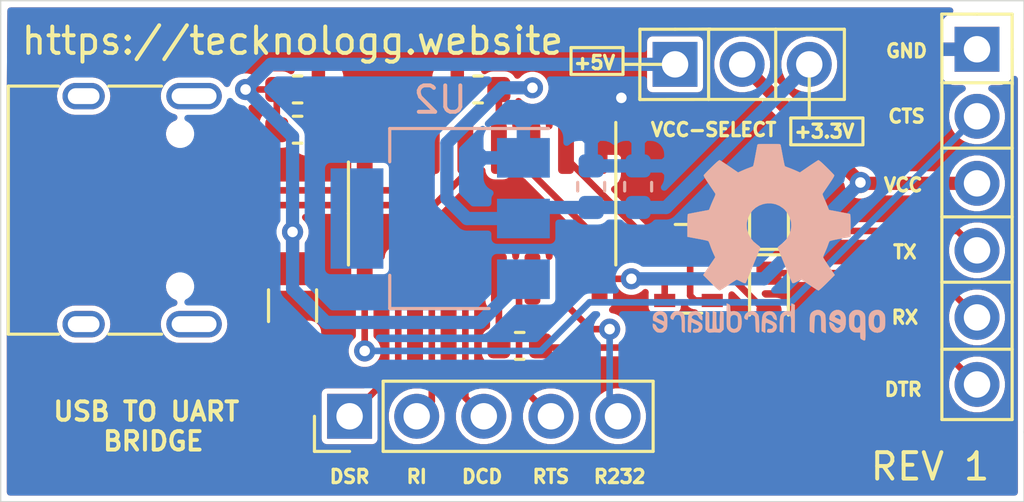
<source format=kicad_pcb>
(kicad_pcb (version 20171130) (host pcbnew "(5.1.6)-1")

  (general
    (thickness 1.6)
    (drawings 47)
    (tracks 118)
    (zones 0)
    (modules 17)
    (nets 29)
  )

  (page A4)
  (layers
    (0 F.Cu signal)
    (31 B.Cu signal)
    (32 B.Adhes user)
    (33 F.Adhes user)
    (34 B.Paste user)
    (35 F.Paste user)
    (36 B.SilkS user)
    (37 F.SilkS user)
    (38 B.Mask user)
    (39 F.Mask user)
    (40 Dwgs.User user)
    (41 Cmts.User user)
    (42 Eco1.User user)
    (43 Eco2.User user)
    (44 Edge.Cuts user)
    (45 Margin user)
    (46 B.CrtYd user)
    (47 F.CrtYd user)
    (48 B.Fab user hide)
    (49 F.Fab user hide)
  )

  (setup
    (last_trace_width 0.25)
    (user_trace_width 0.5)
    (user_trace_width 0.7)
    (trace_clearance 0.2)
    (zone_clearance 0.208)
    (zone_45_only no)
    (trace_min 0.2)
    (via_size 0.8)
    (via_drill 0.4)
    (via_min_size 0.4)
    (via_min_drill 0.3)
    (uvia_size 0.3)
    (uvia_drill 0.1)
    (uvias_allowed no)
    (uvia_min_size 0.2)
    (uvia_min_drill 0.1)
    (edge_width 0.05)
    (segment_width 0.2)
    (pcb_text_width 0.3)
    (pcb_text_size 1.5 1.5)
    (mod_edge_width 0.12)
    (mod_text_size 1 1)
    (mod_text_width 0.15)
    (pad_size 1.524 1.524)
    (pad_drill 0.762)
    (pad_to_mask_clearance 0.05)
    (aux_axis_origin 0 0)
    (visible_elements 7FFFFFFF)
    (pcbplotparams
      (layerselection 0x010fc_ffffffff)
      (usegerberextensions false)
      (usegerberattributes true)
      (usegerberadvancedattributes true)
      (creategerberjobfile true)
      (excludeedgelayer true)
      (linewidth 0.100000)
      (plotframeref false)
      (viasonmask false)
      (mode 1)
      (useauxorigin false)
      (hpglpennumber 1)
      (hpglpenspeed 20)
      (hpglpendiameter 15.000000)
      (psnegative false)
      (psa4output false)
      (plotreference true)
      (plotvalue true)
      (plotinvisibletext false)
      (padsonsilk false)
      (subtractmaskfromsilk false)
      (outputformat 1)
      (mirror false)
      (drillshape 0)
      (scaleselection 1)
      (outputdirectory "gerbers/"))
  )

  (net 0 "")
  (net 1 +5V)
  (net 2 GND)
  (net 3 +3V3)
  (net 4 /DTR)
  (net 5 "Net-(C5-Pad2)")
  (net 6 "Net-(D1-Pad2)")
  (net 7 /RX)
  (net 8 /TX)
  (net 9 "Net-(D2-Pad2)")
  (net 10 "Net-(F1-Pad2)")
  (net 11 "Net-(J1-PadB8)")
  (net 12 "Net-(J1-PadA5)")
  (net 13 /D-)
  (net 14 /D+)
  (net 15 "Net-(J1-PadA8)")
  (net 16 "Net-(J1-PadB5)")
  (net 17 "Net-(J1-PadS1)")
  (net 18 /VCC)
  (net 19 /CTS)
  (net 20 "Net-(RN1-Pad1)")
  (net 21 "Net-(U1-Pad8)")
  (net 22 "Net-(U1-Pad7)")
  (net 23 "Net-(RN1-Pad2)")
  (net 24 /R232)
  (net 25 /RTS)
  (net 26 /DCD)
  (net 27 /RI)
  (net 28 /DSR)

  (net_class Default "This is the default net class."
    (clearance 0.2)
    (trace_width 0.25)
    (via_dia 0.8)
    (via_drill 0.4)
    (uvia_dia 0.3)
    (uvia_drill 0.1)
    (add_net +3V3)
    (add_net +5V)
    (add_net /CTS)
    (add_net /D+)
    (add_net /D-)
    (add_net /DCD)
    (add_net /DSR)
    (add_net /DTR)
    (add_net /R232)
    (add_net /RI)
    (add_net /RTS)
    (add_net /RX)
    (add_net /TX)
    (add_net /VCC)
    (add_net GND)
    (add_net "Net-(C5-Pad2)")
    (add_net "Net-(D1-Pad2)")
    (add_net "Net-(D2-Pad2)")
    (add_net "Net-(F1-Pad2)")
    (add_net "Net-(J1-PadA5)")
    (add_net "Net-(J1-PadA8)")
    (add_net "Net-(J1-PadB5)")
    (add_net "Net-(J1-PadB8)")
    (add_net "Net-(J1-PadS1)")
    (add_net "Net-(RN1-Pad1)")
    (add_net "Net-(RN1-Pad2)")
    (add_net "Net-(U1-Pad7)")
    (add_net "Net-(U1-Pad8)")
  )

  (module Connector_PinHeader_2.54mm:PinHeader_1x05_P2.54mm_Vertical (layer F.Cu) (tedit 59FED5CC) (tstamp 5EF1D8D4)
    (at 181.483 54.864 90)
    (descr "Through hole straight pin header, 1x05, 2.54mm pitch, single row")
    (tags "Through hole pin header THT 1x05 2.54mm single row")
    (path /5EFFF32F)
    (fp_text reference J4 (at 0 -2.33 90) (layer F.SilkS) hide
      (effects (font (size 1 1) (thickness 0.15)))
    )
    (fp_text value "EXTRA pins" (at 0 12.49 90) (layer F.Fab)
      (effects (font (size 1 1) (thickness 0.15)))
    )
    (fp_line (start 1.8 -1.8) (end -1.8 -1.8) (layer F.CrtYd) (width 0.05))
    (fp_line (start 1.8 11.95) (end 1.8 -1.8) (layer F.CrtYd) (width 0.05))
    (fp_line (start -1.8 11.95) (end 1.8 11.95) (layer F.CrtYd) (width 0.05))
    (fp_line (start -1.8 -1.8) (end -1.8 11.95) (layer F.CrtYd) (width 0.05))
    (fp_line (start -1.33 -1.33) (end 0 -1.33) (layer F.SilkS) (width 0.12))
    (fp_line (start -1.33 0) (end -1.33 -1.33) (layer F.SilkS) (width 0.12))
    (fp_line (start -1.33 1.27) (end 1.33 1.27) (layer F.SilkS) (width 0.12))
    (fp_line (start 1.33 1.27) (end 1.33 11.49) (layer F.SilkS) (width 0.12))
    (fp_line (start -1.33 1.27) (end -1.33 11.49) (layer F.SilkS) (width 0.12))
    (fp_line (start -1.33 11.49) (end 1.33 11.49) (layer F.SilkS) (width 0.12))
    (fp_line (start -1.27 -0.635) (end -0.635 -1.27) (layer F.Fab) (width 0.1))
    (fp_line (start -1.27 11.43) (end -1.27 -0.635) (layer F.Fab) (width 0.1))
    (fp_line (start 1.27 11.43) (end -1.27 11.43) (layer F.Fab) (width 0.1))
    (fp_line (start 1.27 -1.27) (end 1.27 11.43) (layer F.Fab) (width 0.1))
    (fp_line (start -0.635 -1.27) (end 1.27 -1.27) (layer F.Fab) (width 0.1))
    (fp_text user %R (at 0 5.08) (layer F.Fab)
      (effects (font (size 1 1) (thickness 0.15)))
    )
    (pad 5 thru_hole oval (at 0 10.16 90) (size 1.7 1.7) (drill 1) (layers *.Cu *.Mask)
      (net 24 /R232))
    (pad 4 thru_hole oval (at 0 7.62 90) (size 1.7 1.7) (drill 1) (layers *.Cu *.Mask)
      (net 25 /RTS))
    (pad 3 thru_hole oval (at 0 5.08 90) (size 1.7 1.7) (drill 1) (layers *.Cu *.Mask)
      (net 26 /DCD))
    (pad 2 thru_hole oval (at 0 2.54 90) (size 1.7 1.7) (drill 1) (layers *.Cu *.Mask)
      (net 27 /RI))
    (pad 1 thru_hole rect (at 0 0 90) (size 1.7 1.7) (drill 1) (layers *.Cu *.Mask)
      (net 28 /DSR))
    (model ${KISYS3DMOD}/Connector_PinHeader_2.54mm.3dshapes/PinHeader_1x05_P2.54mm_Vertical.wrl
      (at (xyz 0 0 0))
      (scale (xyz 1 1 1))
      (rotate (xyz 0 0 0))
    )
  )

  (module Symbol:OSHW-Logo2_9.8x8mm_SilkScreen (layer B.Cu) (tedit 0) (tstamp 5EF0A27F)
    (at 197.358 48.26 180)
    (descr "Open Source Hardware Symbol")
    (tags "Logo Symbol OSHW")
    (attr virtual)
    (fp_text reference REF** (at 0 0) (layer B.SilkS) hide
      (effects (font (size 1 1) (thickness 0.15)) (justify mirror))
    )
    (fp_text value OSHW-Logo2_9.8x8mm_SilkScreen (at 0.75 0) (layer B.Fab) hide
      (effects (font (size 1 1) (thickness 0.15)) (justify mirror))
    )
    (fp_poly (pts (xy 0.139878 3.712224) (xy 0.245612 3.711645) (xy 0.322132 3.710078) (xy 0.374372 3.707028)
      (xy 0.407263 3.702004) (xy 0.425737 3.694511) (xy 0.434727 3.684056) (xy 0.439163 3.670147)
      (xy 0.439594 3.668346) (xy 0.446333 3.635855) (xy 0.458808 3.571748) (xy 0.475719 3.482849)
      (xy 0.495771 3.375981) (xy 0.517664 3.257967) (xy 0.518429 3.253822) (xy 0.540359 3.138169)
      (xy 0.560877 3.035986) (xy 0.578659 2.953402) (xy 0.592381 2.896544) (xy 0.600718 2.871542)
      (xy 0.601116 2.871099) (xy 0.625677 2.85889) (xy 0.676315 2.838544) (xy 0.742095 2.814455)
      (xy 0.742461 2.814326) (xy 0.825317 2.783182) (xy 0.923 2.743509) (xy 1.015077 2.703619)
      (xy 1.019434 2.701647) (xy 1.169407 2.63358) (xy 1.501498 2.860361) (xy 1.603374 2.929496)
      (xy 1.695657 2.991303) (xy 1.773003 3.042267) (xy 1.830064 3.078873) (xy 1.861495 3.097606)
      (xy 1.864479 3.098996) (xy 1.887321 3.09281) (xy 1.929982 3.062965) (xy 1.994128 3.008053)
      (xy 2.081421 2.926666) (xy 2.170535 2.840078) (xy 2.256441 2.754753) (xy 2.333327 2.676892)
      (xy 2.396564 2.611303) (xy 2.441523 2.562795) (xy 2.463576 2.536175) (xy 2.464396 2.534805)
      (xy 2.466834 2.516537) (xy 2.45765 2.486705) (xy 2.434574 2.441279) (xy 2.395337 2.37623)
      (xy 2.33767 2.28753) (xy 2.260795 2.173343) (xy 2.19257 2.072838) (xy 2.131582 1.982697)
      (xy 2.081356 1.908151) (xy 2.045416 1.854435) (xy 2.027287 1.826782) (xy 2.026146 1.824905)
      (xy 2.028359 1.79841) (xy 2.045138 1.746914) (xy 2.073142 1.680149) (xy 2.083122 1.658828)
      (xy 2.126672 1.563841) (xy 2.173134 1.456063) (xy 2.210877 1.362808) (xy 2.238073 1.293594)
      (xy 2.259675 1.240994) (xy 2.272158 1.213503) (xy 2.273709 1.211384) (xy 2.296668 1.207876)
      (xy 2.350786 1.198262) (xy 2.428868 1.183911) (xy 2.523719 1.166193) (xy 2.628143 1.146475)
      (xy 2.734944 1.126126) (xy 2.836926 1.106514) (xy 2.926894 1.089009) (xy 2.997653 1.074978)
      (xy 3.042006 1.065791) (xy 3.052885 1.063193) (xy 3.064122 1.056782) (xy 3.072605 1.042303)
      (xy 3.078714 1.014867) (xy 3.082832 0.969589) (xy 3.085341 0.90158) (xy 3.086621 0.805953)
      (xy 3.087054 0.67782) (xy 3.087077 0.625299) (xy 3.087077 0.198155) (xy 2.9845 0.177909)
      (xy 2.927431 0.16693) (xy 2.842269 0.150905) (xy 2.739372 0.131767) (xy 2.629096 0.111449)
      (xy 2.598615 0.105868) (xy 2.496855 0.086083) (xy 2.408205 0.066627) (xy 2.340108 0.049303)
      (xy 2.300004 0.035912) (xy 2.293323 0.031921) (xy 2.276919 0.003658) (xy 2.253399 -0.051109)
      (xy 2.227316 -0.121588) (xy 2.222142 -0.136769) (xy 2.187956 -0.230896) (xy 2.145523 -0.337101)
      (xy 2.103997 -0.432473) (xy 2.103792 -0.432916) (xy 2.03464 -0.582525) (xy 2.489512 -1.251617)
      (xy 2.1975 -1.544116) (xy 2.10918 -1.63117) (xy 2.028625 -1.707909) (xy 1.96036 -1.770237)
      (xy 1.908908 -1.814056) (xy 1.878794 -1.83527) (xy 1.874474 -1.836616) (xy 1.849111 -1.826016)
      (xy 1.797358 -1.796547) (xy 1.724868 -1.751705) (xy 1.637294 -1.694984) (xy 1.542612 -1.631462)
      (xy 1.446516 -1.566668) (xy 1.360837 -1.510287) (xy 1.291016 -1.465788) (xy 1.242494 -1.436639)
      (xy 1.220782 -1.426308) (xy 1.194293 -1.43505) (xy 1.144062 -1.458087) (xy 1.080451 -1.490631)
      (xy 1.073708 -1.494249) (xy 0.988046 -1.53721) (xy 0.929306 -1.558279) (xy 0.892772 -1.558503)
      (xy 0.873731 -1.538928) (xy 0.87362 -1.538654) (xy 0.864102 -1.515472) (xy 0.841403 -1.460441)
      (xy 0.807282 -1.377822) (xy 0.7635 -1.271872) (xy 0.711816 -1.146852) (xy 0.653992 -1.00702)
      (xy 0.597991 -0.871637) (xy 0.536447 -0.722234) (xy 0.479939 -0.583832) (xy 0.430161 -0.460673)
      (xy 0.388806 -0.357002) (xy 0.357568 -0.277059) (xy 0.338141 -0.225088) (xy 0.332154 -0.205692)
      (xy 0.347168 -0.183443) (xy 0.386439 -0.147982) (xy 0.438807 -0.108887) (xy 0.587941 0.014755)
      (xy 0.704511 0.156478) (xy 0.787118 0.313296) (xy 0.834366 0.482225) (xy 0.844857 0.660278)
      (xy 0.837231 0.742461) (xy 0.795682 0.912969) (xy 0.724123 1.063541) (xy 0.626995 1.192691)
      (xy 0.508734 1.298936) (xy 0.37378 1.38079) (xy 0.226571 1.436768) (xy 0.071544 1.465385)
      (xy -0.086861 1.465156) (xy -0.244206 1.434595) (xy -0.396054 1.372218) (xy -0.537965 1.27654)
      (xy -0.597197 1.222428) (xy -0.710797 1.08348) (xy -0.789894 0.931639) (xy -0.835014 0.771333)
      (xy -0.846684 0.606988) (xy -0.825431 0.443029) (xy -0.77178 0.283882) (xy -0.68626 0.133975)
      (xy -0.569395 -0.002267) (xy -0.438807 -0.108887) (xy -0.384412 -0.149642) (xy -0.345986 -0.184718)
      (xy -0.332154 -0.205726) (xy -0.339397 -0.228635) (xy -0.359995 -0.283365) (xy -0.392254 -0.365672)
      (xy -0.434479 -0.471315) (xy -0.484977 -0.59605) (xy -0.542052 -0.735636) (xy -0.598146 -0.87167)
      (xy -0.660033 -1.021201) (xy -0.717356 -1.159767) (xy -0.768356 -1.283107) (xy -0.811273 -1.386964)
      (xy -0.844347 -1.46708) (xy -0.865819 -1.519195) (xy -0.873775 -1.538654) (xy -0.892571 -1.558423)
      (xy -0.928926 -1.558365) (xy -0.987521 -1.537441) (xy -1.073032 -1.494613) (xy -1.073708 -1.494249)
      (xy -1.138093 -1.461012) (xy -1.190139 -1.436802) (xy -1.219488 -1.426404) (xy -1.220783 -1.426308)
      (xy -1.242876 -1.436855) (xy -1.291652 -1.466184) (xy -1.361669 -1.510827) (xy -1.447486 -1.567314)
      (xy -1.542612 -1.631462) (xy -1.63946 -1.696411) (xy -1.726747 -1.752896) (xy -1.798819 -1.797421)
      (xy -1.850023 -1.82649) (xy -1.874474 -1.836616) (xy -1.89699 -1.823307) (xy -1.942258 -1.786112)
      (xy -2.005756 -1.729128) (xy -2.082961 -1.656449) (xy -2.169349 -1.572171) (xy -2.197601 -1.544016)
      (xy -2.489713 -1.251416) (xy -2.267369 -0.925104) (xy -2.199798 -0.824897) (xy -2.140493 -0.734963)
      (xy -2.092783 -0.66051) (xy -2.059993 -0.606751) (xy -2.045452 -0.578894) (xy -2.045026 -0.576912)
      (xy -2.052692 -0.550655) (xy -2.073311 -0.497837) (xy -2.103315 -0.42731) (xy -2.124375 -0.380093)
      (xy -2.163752 -0.289694) (xy -2.200835 -0.198366) (xy -2.229585 -0.1212) (xy -2.237395 -0.097692)
      (xy -2.259583 -0.034916) (xy -2.281273 0.013589) (xy -2.293187 0.031921) (xy -2.319477 0.043141)
      (xy -2.376858 0.059046) (xy -2.457882 0.077833) (xy -2.555105 0.097701) (xy -2.598615 0.105868)
      (xy -2.709104 0.126171) (xy -2.815084 0.14583) (xy -2.906199 0.162912) (xy -2.972092 0.175482)
      (xy -2.9845 0.177909) (xy -3.087077 0.198155) (xy -3.087077 0.625299) (xy -3.086847 0.765754)
      (xy -3.085901 0.872021) (xy -3.083859 0.948987) (xy -3.080338 1.00154) (xy -3.074957 1.034567)
      (xy -3.067334 1.052955) (xy -3.057088 1.061592) (xy -3.052885 1.063193) (xy -3.02753 1.068873)
      (xy -2.971516 1.080205) (xy -2.892036 1.095821) (xy -2.796288 1.114353) (xy -2.691467 1.134431)
      (xy -2.584768 1.154688) (xy -2.483387 1.173754) (xy -2.394521 1.190261) (xy -2.325363 1.202841)
      (xy -2.283111 1.210125) (xy -2.27371 1.211384) (xy -2.265193 1.228237) (xy -2.24634 1.27313)
      (xy -2.220676 1.33757) (xy -2.210877 1.362808) (xy -2.171352 1.460314) (xy -2.124808 1.568041)
      (xy -2.083123 1.658828) (xy -2.05245 1.728247) (xy -2.032044 1.78529) (xy -2.025232 1.820223)
      (xy -2.026318 1.824905) (xy -2.040715 1.847009) (xy -2.073588 1.896169) (xy -2.12141 1.967152)
      (xy -2.180652 2.054722) (xy -2.247785 2.153643) (xy -2.261059 2.17317) (xy -2.338954 2.28886)
      (xy -2.396213 2.376956) (xy -2.435119 2.441514) (xy -2.457956 2.486589) (xy -2.467006 2.516237)
      (xy -2.464552 2.534515) (xy -2.464489 2.534631) (xy -2.445173 2.558639) (xy -2.402449 2.605053)
      (xy -2.340949 2.669063) (xy -2.265302 2.745855) (xy -2.180139 2.830618) (xy -2.170535 2.840078)
      (xy -2.06321 2.944011) (xy -1.980385 3.020325) (xy -1.920395 3.070429) (xy -1.881577 3.09573)
      (xy -1.86448 3.098996) (xy -1.839527 3.08475) (xy -1.787745 3.051844) (xy -1.71448 3.003792)
      (xy -1.62508 2.94411) (xy -1.524889 2.876312) (xy -1.501499 2.860361) (xy -1.169407 2.63358)
      (xy -1.019435 2.701647) (xy -0.92823 2.741315) (xy -0.830331 2.781209) (xy -0.746169 2.813017)
      (xy -0.742462 2.814326) (xy -0.676631 2.838424) (xy -0.625884 2.8588) (xy -0.601158 2.871064)
      (xy -0.601116 2.871099) (xy -0.593271 2.893266) (xy -0.579934 2.947783) (xy -0.56243 3.02852)
      (xy -0.542083 3.12935) (xy -0.520218 3.244144) (xy -0.518429 3.253822) (xy -0.496496 3.372096)
      (xy -0.47636 3.479458) (xy -0.45932 3.569083) (xy -0.446672 3.634149) (xy -0.439716 3.667832)
      (xy -0.439594 3.668346) (xy -0.435361 3.682675) (xy -0.427129 3.693493) (xy -0.409967 3.701294)
      (xy -0.378942 3.706571) (xy -0.329122 3.709818) (xy -0.255576 3.711528) (xy -0.153371 3.712193)
      (xy -0.017575 3.712307) (xy 0 3.712308) (xy 0.139878 3.712224)) (layer B.SilkS) (width 0.01))
    (fp_poly (pts (xy 4.245224 -2.647838) (xy 4.322528 -2.698361) (xy 4.359814 -2.74359) (xy 4.389353 -2.825663)
      (xy 4.391699 -2.890607) (xy 4.386385 -2.977445) (xy 4.186115 -3.065103) (xy 4.088739 -3.109887)
      (xy 4.025113 -3.145913) (xy 3.992029 -3.177117) (xy 3.98628 -3.207436) (xy 4.004658 -3.240805)
      (xy 4.024923 -3.262923) (xy 4.083889 -3.298393) (xy 4.148024 -3.300879) (xy 4.206926 -3.273235)
      (xy 4.250197 -3.21832) (xy 4.257936 -3.198928) (xy 4.295006 -3.138364) (xy 4.337654 -3.112552)
      (xy 4.396154 -3.090471) (xy 4.396154 -3.174184) (xy 4.390982 -3.23115) (xy 4.370723 -3.279189)
      (xy 4.328262 -3.334346) (xy 4.321951 -3.341514) (xy 4.27472 -3.390585) (xy 4.234121 -3.41692)
      (xy 4.183328 -3.429035) (xy 4.14122 -3.433003) (xy 4.065902 -3.433991) (xy 4.012286 -3.421466)
      (xy 3.978838 -3.402869) (xy 3.926268 -3.361975) (xy 3.889879 -3.317748) (xy 3.86685 -3.262126)
      (xy 3.854359 -3.187047) (xy 3.849587 -3.084449) (xy 3.849206 -3.032376) (xy 3.850501 -2.969948)
      (xy 3.968471 -2.969948) (xy 3.969839 -3.003438) (xy 3.973249 -3.008923) (xy 3.995753 -3.001472)
      (xy 4.044182 -2.981753) (xy 4.108908 -2.953718) (xy 4.122443 -2.947692) (xy 4.204244 -2.906096)
      (xy 4.249312 -2.869538) (xy 4.259217 -2.835296) (xy 4.235526 -2.800648) (xy 4.21596 -2.785339)
      (xy 4.14536 -2.754721) (xy 4.07928 -2.75978) (xy 4.023959 -2.797151) (xy 3.985636 -2.863473)
      (xy 3.973349 -2.916116) (xy 3.968471 -2.969948) (xy 3.850501 -2.969948) (xy 3.85173 -2.91072)
      (xy 3.861032 -2.82071) (xy 3.87946 -2.755167) (xy 3.90936 -2.706912) (xy 3.95308 -2.668767)
      (xy 3.972141 -2.65644) (xy 4.058726 -2.624336) (xy 4.153522 -2.622316) (xy 4.245224 -2.647838)) (layer B.SilkS) (width 0.01))
    (fp_poly (pts (xy 3.570807 -2.636782) (xy 3.594161 -2.646988) (xy 3.649902 -2.691134) (xy 3.697569 -2.754967)
      (xy 3.727048 -2.823087) (xy 3.731846 -2.85667) (xy 3.71576 -2.903556) (xy 3.680475 -2.928365)
      (xy 3.642644 -2.943387) (xy 3.625321 -2.946155) (xy 3.616886 -2.926066) (xy 3.60023 -2.882351)
      (xy 3.592923 -2.862598) (xy 3.551948 -2.794271) (xy 3.492622 -2.760191) (xy 3.416552 -2.761239)
      (xy 3.410918 -2.762581) (xy 3.370305 -2.781836) (xy 3.340448 -2.819375) (xy 3.320055 -2.879809)
      (xy 3.307836 -2.967751) (xy 3.3025 -3.087813) (xy 3.302 -3.151698) (xy 3.301752 -3.252403)
      (xy 3.300126 -3.321054) (xy 3.295801 -3.364673) (xy 3.287454 -3.390282) (xy 3.273765 -3.404903)
      (xy 3.253411 -3.415558) (xy 3.252234 -3.416095) (xy 3.213038 -3.432667) (xy 3.193619 -3.438769)
      (xy 3.190635 -3.420319) (xy 3.188081 -3.369323) (xy 3.18614 -3.292308) (xy 3.184997 -3.195805)
      (xy 3.184769 -3.125184) (xy 3.185932 -2.988525) (xy 3.190479 -2.884851) (xy 3.199999 -2.808108)
      (xy 3.216081 -2.752246) (xy 3.240313 -2.711212) (xy 3.274286 -2.678954) (xy 3.307833 -2.65644)
      (xy 3.388499 -2.626476) (xy 3.482381 -2.619718) (xy 3.570807 -2.636782)) (layer B.SilkS) (width 0.01))
    (fp_poly (pts (xy 2.887333 -2.633528) (xy 2.94359 -2.659117) (xy 2.987747 -2.690124) (xy 3.020101 -2.724795)
      (xy 3.042438 -2.76952) (xy 3.056546 -2.830692) (xy 3.064211 -2.914701) (xy 3.06722 -3.02794)
      (xy 3.067538 -3.102509) (xy 3.067538 -3.39342) (xy 3.017773 -3.416095) (xy 2.978576 -3.432667)
      (xy 2.959157 -3.438769) (xy 2.955442 -3.42061) (xy 2.952495 -3.371648) (xy 2.950691 -3.300153)
      (xy 2.950308 -3.243385) (xy 2.948661 -3.161371) (xy 2.944222 -3.096309) (xy 2.93774 -3.056467)
      (xy 2.93259 -3.048) (xy 2.897977 -3.056646) (xy 2.84364 -3.078823) (xy 2.780722 -3.108886)
      (xy 2.720368 -3.141192) (xy 2.673721 -3.170098) (xy 2.651926 -3.189961) (xy 2.651839 -3.190175)
      (xy 2.653714 -3.226935) (xy 2.670525 -3.262026) (xy 2.700039 -3.290528) (xy 2.743116 -3.300061)
      (xy 2.779932 -3.29895) (xy 2.832074 -3.298133) (xy 2.859444 -3.310349) (xy 2.875882 -3.342624)
      (xy 2.877955 -3.34871) (xy 2.885081 -3.394739) (xy 2.866024 -3.422687) (xy 2.816353 -3.436007)
      (xy 2.762697 -3.43847) (xy 2.666142 -3.42021) (xy 2.616159 -3.394131) (xy 2.554429 -3.332868)
      (xy 2.52169 -3.25767) (xy 2.518753 -3.178211) (xy 2.546424 -3.104167) (xy 2.588047 -3.057769)
      (xy 2.629604 -3.031793) (xy 2.694922 -2.998907) (xy 2.771038 -2.965557) (xy 2.783726 -2.960461)
      (xy 2.867333 -2.923565) (xy 2.91553 -2.891046) (xy 2.93103 -2.858718) (xy 2.91655 -2.822394)
      (xy 2.891692 -2.794) (xy 2.832939 -2.759039) (xy 2.768293 -2.756417) (xy 2.709008 -2.783358)
      (xy 2.666339 -2.837088) (xy 2.660739 -2.85095) (xy 2.628133 -2.901936) (xy 2.58053 -2.939787)
      (xy 2.520461 -2.97085) (xy 2.520461 -2.882768) (xy 2.523997 -2.828951) (xy 2.539156 -2.786534)
      (xy 2.572768 -2.741279) (xy 2.605035 -2.70642) (xy 2.655209 -2.657062) (xy 2.694193 -2.630547)
      (xy 2.736064 -2.619911) (xy 2.78346 -2.618154) (xy 2.887333 -2.633528)) (layer B.SilkS) (width 0.01))
    (fp_poly (pts (xy 2.395929 -2.636662) (xy 2.398911 -2.688068) (xy 2.401247 -2.766192) (xy 2.402749 -2.864857)
      (xy 2.403231 -2.968343) (xy 2.403231 -3.318533) (xy 2.341401 -3.380363) (xy 2.298793 -3.418462)
      (xy 2.26139 -3.433895) (xy 2.21027 -3.432918) (xy 2.189978 -3.430433) (xy 2.126554 -3.4232)
      (xy 2.074095 -3.419055) (xy 2.061308 -3.418672) (xy 2.018199 -3.421176) (xy 1.956544 -3.427462)
      (xy 1.932638 -3.430433) (xy 1.873922 -3.435028) (xy 1.834464 -3.425046) (xy 1.795338 -3.394228)
      (xy 1.781215 -3.380363) (xy 1.719385 -3.318533) (xy 1.719385 -2.663503) (xy 1.76915 -2.640829)
      (xy 1.812002 -2.624034) (xy 1.837073 -2.618154) (xy 1.843501 -2.636736) (xy 1.849509 -2.688655)
      (xy 1.854697 -2.768172) (xy 1.858664 -2.869546) (xy 1.860577 -2.955192) (xy 1.865923 -3.292231)
      (xy 1.91256 -3.298825) (xy 1.954976 -3.294214) (xy 1.97576 -3.279287) (xy 1.98157 -3.251377)
      (xy 1.98653 -3.191925) (xy 1.990246 -3.108466) (xy 1.992324 -3.008532) (xy 1.992624 -2.957104)
      (xy 1.992923 -2.661054) (xy 2.054454 -2.639604) (xy 2.098004 -2.62502) (xy 2.121694 -2.618219)
      (xy 2.122377 -2.618154) (xy 2.124754 -2.636642) (xy 2.127366 -2.687906) (xy 2.129995 -2.765649)
      (xy 2.132421 -2.863574) (xy 2.134115 -2.955192) (xy 2.139461 -3.292231) (xy 2.256692 -3.292231)
      (xy 2.262072 -2.984746) (xy 2.267451 -2.677261) (xy 2.324601 -2.647707) (xy 2.366797 -2.627413)
      (xy 2.39177 -2.618204) (xy 2.392491 -2.618154) (xy 2.395929 -2.636662)) (layer B.SilkS) (width 0.01))
    (fp_poly (pts (xy 1.602081 -2.780289) (xy 1.601833 -2.92632) (xy 1.600872 -3.038655) (xy 1.598794 -3.122678)
      (xy 1.595193 -3.183769) (xy 1.589665 -3.227309) (xy 1.581804 -3.258679) (xy 1.571207 -3.283262)
      (xy 1.563182 -3.297294) (xy 1.496728 -3.373388) (xy 1.41247 -3.421084) (xy 1.319249 -3.438199)
      (xy 1.2259 -3.422546) (xy 1.170312 -3.394418) (xy 1.111957 -3.34576) (xy 1.072186 -3.286333)
      (xy 1.04819 -3.208507) (xy 1.037161 -3.104652) (xy 1.035599 -3.028462) (xy 1.035809 -3.022986)
      (xy 1.172308 -3.022986) (xy 1.173141 -3.110355) (xy 1.176961 -3.168192) (xy 1.185746 -3.206029)
      (xy 1.201474 -3.233398) (xy 1.220266 -3.254042) (xy 1.283375 -3.29389) (xy 1.351137 -3.297295)
      (xy 1.415179 -3.264025) (xy 1.420164 -3.259517) (xy 1.441439 -3.236067) (xy 1.454779 -3.208166)
      (xy 1.462001 -3.166641) (xy 1.464923 -3.102316) (xy 1.465385 -3.0312) (xy 1.464383 -2.941858)
      (xy 1.460238 -2.882258) (xy 1.451236 -2.843089) (xy 1.435667 -2.81504) (xy 1.422902 -2.800144)
      (xy 1.3636 -2.762575) (xy 1.295301 -2.758057) (xy 1.23011 -2.786753) (xy 1.217528 -2.797406)
      (xy 1.196111 -2.821063) (xy 1.182744 -2.849251) (xy 1.175566 -2.891245) (xy 1.172719 -2.956319)
      (xy 1.172308 -3.022986) (xy 1.035809 -3.022986) (xy 1.040322 -2.905765) (xy 1.056362 -2.813577)
      (xy 1.086528 -2.744269) (xy 1.133629 -2.690211) (xy 1.170312 -2.662505) (xy 1.23699 -2.632572)
      (xy 1.314272 -2.618678) (xy 1.38611 -2.622397) (xy 1.426308 -2.6374) (xy 1.442082 -2.64167)
      (xy 1.45255 -2.62575) (xy 1.459856 -2.583089) (xy 1.465385 -2.518106) (xy 1.471437 -2.445732)
      (xy 1.479844 -2.402187) (xy 1.495141 -2.377287) (xy 1.521864 -2.360845) (xy 1.538654 -2.353564)
      (xy 1.602154 -2.326963) (xy 1.602081 -2.780289)) (layer B.SilkS) (width 0.01))
    (fp_poly (pts (xy 0.713362 -2.62467) (xy 0.802117 -2.657421) (xy 0.874022 -2.71535) (xy 0.902144 -2.756128)
      (xy 0.932802 -2.830954) (xy 0.932165 -2.885058) (xy 0.899987 -2.921446) (xy 0.888081 -2.927633)
      (xy 0.836675 -2.946925) (xy 0.810422 -2.941982) (xy 0.80153 -2.909587) (xy 0.801077 -2.891692)
      (xy 0.784797 -2.825859) (xy 0.742365 -2.779807) (xy 0.683388 -2.757564) (xy 0.617475 -2.763161)
      (xy 0.563895 -2.792229) (xy 0.545798 -2.80881) (xy 0.532971 -2.828925) (xy 0.524306 -2.859332)
      (xy 0.518696 -2.906788) (xy 0.515035 -2.97805) (xy 0.512215 -3.079875) (xy 0.511484 -3.112115)
      (xy 0.50882 -3.22241) (xy 0.505792 -3.300036) (xy 0.50125 -3.351396) (xy 0.494046 -3.38289)
      (xy 0.483033 -3.40092) (xy 0.46706 -3.411888) (xy 0.456834 -3.416733) (xy 0.413406 -3.433301)
      (xy 0.387842 -3.438769) (xy 0.379395 -3.420507) (xy 0.374239 -3.365296) (xy 0.372346 -3.272499)
      (xy 0.373689 -3.141478) (xy 0.374107 -3.121269) (xy 0.377058 -3.001733) (xy 0.380548 -2.914449)
      (xy 0.385514 -2.852591) (xy 0.392893 -2.809336) (xy 0.403624 -2.77786) (xy 0.418645 -2.751339)
      (xy 0.426502 -2.739975) (xy 0.471553 -2.689692) (xy 0.52194 -2.650581) (xy 0.528108 -2.647167)
      (xy 0.618458 -2.620212) (xy 0.713362 -2.62467)) (layer B.SilkS) (width 0.01))
    (fp_poly (pts (xy 0.053501 -2.626303) (xy 0.13006 -2.654733) (xy 0.130936 -2.655279) (xy 0.178285 -2.690127)
      (xy 0.213241 -2.730852) (xy 0.237825 -2.783925) (xy 0.254062 -2.855814) (xy 0.263975 -2.952992)
      (xy 0.269586 -3.081928) (xy 0.270077 -3.100298) (xy 0.277141 -3.377287) (xy 0.217695 -3.408028)
      (xy 0.174681 -3.428802) (xy 0.14871 -3.438646) (xy 0.147509 -3.438769) (xy 0.143014 -3.420606)
      (xy 0.139444 -3.371612) (xy 0.137248 -3.300031) (xy 0.136769 -3.242068) (xy 0.136758 -3.14817)
      (xy 0.132466 -3.089203) (xy 0.117503 -3.061079) (xy 0.085482 -3.059706) (xy 0.030014 -3.080998)
      (xy -0.053731 -3.120136) (xy -0.115311 -3.152643) (xy -0.146983 -3.180845) (xy -0.156294 -3.211582)
      (xy -0.156308 -3.213104) (xy -0.140943 -3.266054) (xy -0.095453 -3.29466) (xy -0.025834 -3.298803)
      (xy 0.024313 -3.298084) (xy 0.050754 -3.312527) (xy 0.067243 -3.347218) (xy 0.076733 -3.391416)
      (xy 0.063057 -3.416493) (xy 0.057907 -3.420082) (xy 0.009425 -3.434496) (xy -0.058469 -3.436537)
      (xy -0.128388 -3.426983) (xy -0.177932 -3.409522) (xy -0.24643 -3.351364) (xy -0.285366 -3.270408)
      (xy -0.293077 -3.20716) (xy -0.287193 -3.150111) (xy -0.265899 -3.103542) (xy -0.223735 -3.062181)
      (xy -0.155241 -3.020755) (xy -0.054956 -2.973993) (xy -0.048846 -2.97135) (xy 0.04149 -2.929617)
      (xy 0.097235 -2.895391) (xy 0.121129 -2.864635) (xy 0.115913 -2.833311) (xy 0.084328 -2.797383)
      (xy 0.074883 -2.789116) (xy 0.011617 -2.757058) (xy -0.053936 -2.758407) (xy -0.111028 -2.789838)
      (xy -0.148907 -2.848024) (xy -0.152426 -2.859446) (xy -0.1867 -2.914837) (xy -0.230191 -2.941518)
      (xy -0.293077 -2.96796) (xy -0.293077 -2.899548) (xy -0.273948 -2.80011) (xy -0.217169 -2.708902)
      (xy -0.187622 -2.678389) (xy -0.120458 -2.639228) (xy -0.035044 -2.6215) (xy 0.053501 -2.626303)) (layer B.SilkS) (width 0.01))
    (fp_poly (pts (xy -0.840154 -2.49212) (xy -0.834428 -2.57198) (xy -0.827851 -2.619039) (xy -0.818738 -2.639566)
      (xy -0.805402 -2.639829) (xy -0.801077 -2.637378) (xy -0.743556 -2.619636) (xy -0.668732 -2.620672)
      (xy -0.592661 -2.63891) (xy -0.545082 -2.662505) (xy -0.496298 -2.700198) (xy -0.460636 -2.742855)
      (xy -0.436155 -2.797057) (xy -0.420913 -2.869384) (xy -0.41297 -2.966419) (xy -0.410384 -3.094742)
      (xy -0.410338 -3.119358) (xy -0.410308 -3.39587) (xy -0.471839 -3.41732) (xy -0.515541 -3.431912)
      (xy -0.539518 -3.438706) (xy -0.540223 -3.438769) (xy -0.542585 -3.420345) (xy -0.544594 -3.369526)
      (xy -0.546099 -3.292993) (xy -0.546947 -3.19743) (xy -0.547077 -3.139329) (xy -0.547349 -3.024771)
      (xy -0.548748 -2.942667) (xy -0.552151 -2.886393) (xy -0.558433 -2.849326) (xy -0.568471 -2.824844)
      (xy -0.583139 -2.806325) (xy -0.592298 -2.797406) (xy -0.655211 -2.761466) (xy -0.723864 -2.758775)
      (xy -0.786152 -2.78917) (xy -0.797671 -2.800144) (xy -0.814567 -2.820779) (xy -0.826286 -2.845256)
      (xy -0.833767 -2.880647) (xy -0.837946 -2.934026) (xy -0.839763 -3.012466) (xy -0.840154 -3.120617)
      (xy -0.840154 -3.39587) (xy -0.901685 -3.41732) (xy -0.945387 -3.431912) (xy -0.969364 -3.438706)
      (xy -0.97007 -3.438769) (xy -0.971874 -3.420069) (xy -0.9735 -3.367322) (xy -0.974883 -3.285557)
      (xy -0.975958 -3.179805) (xy -0.97666 -3.055094) (xy -0.976923 -2.916455) (xy -0.976923 -2.381806)
      (xy -0.849923 -2.328236) (xy -0.840154 -2.49212)) (layer B.SilkS) (width 0.01))
    (fp_poly (pts (xy -2.465746 -2.599745) (xy -2.388714 -2.651567) (xy -2.329184 -2.726412) (xy -2.293622 -2.821654)
      (xy -2.286429 -2.891756) (xy -2.287246 -2.921009) (xy -2.294086 -2.943407) (xy -2.312888 -2.963474)
      (xy -2.349592 -2.985733) (xy -2.410138 -3.014709) (xy -2.500466 -3.054927) (xy -2.500923 -3.055129)
      (xy -2.584067 -3.09321) (xy -2.652247 -3.127025) (xy -2.698495 -3.152933) (xy -2.715842 -3.167295)
      (xy -2.715846 -3.167411) (xy -2.700557 -3.198685) (xy -2.664804 -3.233157) (xy -2.623758 -3.25799)
      (xy -2.602963 -3.262923) (xy -2.54623 -3.245862) (xy -2.497373 -3.203133) (xy -2.473535 -3.156155)
      (xy -2.450603 -3.121522) (xy -2.405682 -3.082081) (xy -2.352877 -3.048009) (xy -2.30629 -3.02948)
      (xy -2.296548 -3.028462) (xy -2.285582 -3.045215) (xy -2.284921 -3.088039) (xy -2.29298 -3.145781)
      (xy -2.308173 -3.207289) (xy -2.328914 -3.261409) (xy -2.329962 -3.26351) (xy -2.392379 -3.35066)
      (xy -2.473274 -3.409939) (xy -2.565144 -3.439034) (xy -2.660487 -3.435634) (xy -2.751802 -3.397428)
      (xy -2.755862 -3.394741) (xy -2.827694 -3.329642) (xy -2.874927 -3.244705) (xy -2.901066 -3.133021)
      (xy -2.904574 -3.101643) (xy -2.910787 -2.953536) (xy -2.903339 -2.884468) (xy -2.715846 -2.884468)
      (xy -2.71341 -2.927552) (xy -2.700086 -2.940126) (xy -2.666868 -2.930719) (xy -2.614506 -2.908483)
      (xy -2.555976 -2.88061) (xy -2.554521 -2.879872) (xy -2.504911 -2.853777) (xy -2.485 -2.836363)
      (xy -2.48991 -2.818107) (xy -2.510584 -2.79412) (xy -2.563181 -2.759406) (xy -2.619823 -2.756856)
      (xy -2.670631 -2.782119) (xy -2.705724 -2.830847) (xy -2.715846 -2.884468) (xy -2.903339 -2.884468)
      (xy -2.898008 -2.835036) (xy -2.865222 -2.741055) (xy -2.819579 -2.675215) (xy -2.737198 -2.608681)
      (xy -2.646454 -2.575676) (xy -2.553815 -2.573573) (xy -2.465746 -2.599745)) (layer B.SilkS) (width 0.01))
    (fp_poly (pts (xy -3.983114 -2.587256) (xy -3.891536 -2.635409) (xy -3.823951 -2.712905) (xy -3.799943 -2.762727)
      (xy -3.781262 -2.837533) (xy -3.771699 -2.932052) (xy -3.770792 -3.03521) (xy -3.778079 -3.135935)
      (xy -3.793097 -3.223153) (xy -3.815385 -3.285791) (xy -3.822235 -3.296579) (xy -3.903368 -3.377105)
      (xy -3.999734 -3.425336) (xy -4.104299 -3.43945) (xy -4.210032 -3.417629) (xy -4.239457 -3.404547)
      (xy -4.296759 -3.364231) (xy -4.34705 -3.310775) (xy -4.351803 -3.303995) (xy -4.371122 -3.271321)
      (xy -4.383892 -3.236394) (xy -4.391436 -3.190414) (xy -4.395076 -3.124584) (xy -4.396135 -3.030105)
      (xy -4.396154 -3.008923) (xy -4.396106 -3.002182) (xy -4.200769 -3.002182) (xy -4.199632 -3.091349)
      (xy -4.195159 -3.15052) (xy -4.185754 -3.188741) (xy -4.169824 -3.215053) (xy -4.161692 -3.223846)
      (xy -4.114942 -3.257261) (xy -4.069553 -3.255737) (xy -4.02366 -3.226752) (xy -3.996288 -3.195809)
      (xy -3.980077 -3.150643) (xy -3.970974 -3.07942) (xy -3.970349 -3.071114) (xy -3.968796 -2.942037)
      (xy -3.985035 -2.846172) (xy -4.018848 -2.784107) (xy -4.070016 -2.756432) (xy -4.08828 -2.754923)
      (xy -4.13624 -2.762513) (xy -4.169047 -2.788808) (xy -4.189105 -2.839095) (xy -4.198822 -2.918664)
      (xy -4.200769 -3.002182) (xy -4.396106 -3.002182) (xy -4.395426 -2.908249) (xy -4.392371 -2.837906)
      (xy -4.385678 -2.789163) (xy -4.37404 -2.753288) (xy -4.356147 -2.721548) (xy -4.352192 -2.715648)
      (xy -4.285733 -2.636104) (xy -4.213315 -2.589929) (xy -4.125151 -2.571599) (xy -4.095213 -2.570703)
      (xy -3.983114 -2.587256)) (layer B.SilkS) (width 0.01))
    (fp_poly (pts (xy -1.728336 -2.595089) (xy -1.665633 -2.631358) (xy -1.622039 -2.667358) (xy -1.590155 -2.705075)
      (xy -1.56819 -2.751199) (xy -1.554351 -2.812421) (xy -1.546847 -2.895431) (xy -1.543883 -3.006919)
      (xy -1.543539 -3.087062) (xy -1.543539 -3.382065) (xy -1.709615 -3.456515) (xy -1.719385 -3.133402)
      (xy -1.723421 -3.012729) (xy -1.727656 -2.925141) (xy -1.732903 -2.86465) (xy -1.739975 -2.825268)
      (xy -1.749689 -2.801007) (xy -1.762856 -2.78588) (xy -1.767081 -2.782606) (xy -1.831091 -2.757034)
      (xy -1.895792 -2.767153) (xy -1.934308 -2.794) (xy -1.949975 -2.813024) (xy -1.96082 -2.837988)
      (xy -1.967712 -2.875834) (xy -1.971521 -2.933502) (xy -1.973117 -3.017935) (xy -1.973385 -3.105928)
      (xy -1.973437 -3.216323) (xy -1.975328 -3.294463) (xy -1.981655 -3.347165) (xy -1.995017 -3.381242)
      (xy -2.018015 -3.403511) (xy -2.053246 -3.420787) (xy -2.100303 -3.438738) (xy -2.151697 -3.458278)
      (xy -2.145579 -3.111485) (xy -2.143116 -2.986468) (xy -2.140233 -2.894082) (xy -2.136102 -2.827881)
      (xy -2.129893 -2.78142) (xy -2.120774 -2.748256) (xy -2.107917 -2.721944) (xy -2.092416 -2.698729)
      (xy -2.017629 -2.624569) (xy -1.926372 -2.581684) (xy -1.827117 -2.571412) (xy -1.728336 -2.595089)) (layer B.SilkS) (width 0.01))
    (fp_poly (pts (xy -3.231114 -2.584505) (xy -3.156461 -2.621727) (xy -3.090569 -2.690261) (xy -3.072423 -2.715648)
      (xy -3.052655 -2.748866) (xy -3.039828 -2.784945) (xy -3.03249 -2.833098) (xy -3.029187 -2.902536)
      (xy -3.028462 -2.994206) (xy -3.031737 -3.11983) (xy -3.043123 -3.214154) (xy -3.064959 -3.284523)
      (xy -3.099581 -3.338286) (xy -3.14933 -3.382788) (xy -3.152986 -3.385423) (xy -3.202015 -3.412377)
      (xy -3.261055 -3.425712) (xy -3.336141 -3.429) (xy -3.458205 -3.429) (xy -3.458256 -3.547497)
      (xy -3.459392 -3.613492) (xy -3.466314 -3.652202) (xy -3.484402 -3.675419) (xy -3.519038 -3.694933)
      (xy -3.527355 -3.69892) (xy -3.56628 -3.717603) (xy -3.596417 -3.729403) (xy -3.618826 -3.730422)
      (xy -3.634567 -3.716761) (xy -3.644698 -3.684522) (xy -3.650277 -3.629804) (xy -3.652365 -3.548711)
      (xy -3.652019 -3.437344) (xy -3.6503 -3.291802) (xy -3.649763 -3.248269) (xy -3.647828 -3.098205)
      (xy -3.646096 -3.000042) (xy -3.458308 -3.000042) (xy -3.457252 -3.083364) (xy -3.452562 -3.13788)
      (xy -3.441949 -3.173837) (xy -3.423128 -3.201482) (xy -3.41035 -3.214965) (xy -3.35811 -3.254417)
      (xy -3.311858 -3.257628) (xy -3.264133 -3.225049) (xy -3.262923 -3.223846) (xy -3.243506 -3.198668)
      (xy -3.231693 -3.164447) (xy -3.225735 -3.111748) (xy -3.22388 -3.031131) (xy -3.223846 -3.013271)
      (xy -3.22833 -2.902175) (xy -3.242926 -2.825161) (xy -3.26935 -2.778147) (xy -3.309317 -2.75705)
      (xy -3.332416 -2.754923) (xy -3.387238 -2.7649) (xy -3.424842 -2.797752) (xy -3.447477 -2.857857)
      (xy -3.457394 -2.949598) (xy -3.458308 -3.000042) (xy -3.646096 -3.000042) (xy -3.645778 -2.98206)
      (xy -3.643127 -2.894679) (xy -3.639394 -2.830905) (xy -3.634093 -2.785582) (xy -3.626742 -2.753555)
      (xy -3.616857 -2.729668) (xy -3.603954 -2.708764) (xy -3.598421 -2.700898) (xy -3.525031 -2.626595)
      (xy -3.43224 -2.584467) (xy -3.324904 -2.572722) (xy -3.231114 -2.584505)) (layer B.SilkS) (width 0.01))
  )

  (module Package_SO:SOIC-16_3.9x9.9mm_P1.27mm (layer F.Cu) (tedit 5D9F72B1) (tstamp 5EF09275)
    (at 186.4995 47.1805 270)
    (descr "SOIC, 16 Pin (JEDEC MS-012AC, https://www.analog.com/media/en/package-pcb-resources/package/pkg_pdf/soic_narrow-r/r_16.pdf), generated with kicad-footprint-generator ipc_gullwing_generator.py")
    (tags "SOIC SO")
    (path /5EEF893A)
    (attr smd)
    (fp_text reference U1 (at 0 -5.9 90) (layer F.SilkS) hide
      (effects (font (size 1 1) (thickness 0.15)))
    )
    (fp_text value CH340C (at 0 5.9 90) (layer F.Fab)
      (effects (font (size 1 1) (thickness 0.15)))
    )
    (fp_line (start 0 5.06) (end 1.95 5.06) (layer F.SilkS) (width 0.12))
    (fp_line (start 0 5.06) (end -1.95 5.06) (layer F.SilkS) (width 0.12))
    (fp_line (start 0 -5.06) (end 1.95 -5.06) (layer F.SilkS) (width 0.12))
    (fp_line (start 0 -5.06) (end -3.45 -5.06) (layer F.SilkS) (width 0.12))
    (fp_line (start -0.975 -4.95) (end 1.95 -4.95) (layer F.Fab) (width 0.1))
    (fp_line (start 1.95 -4.95) (end 1.95 4.95) (layer F.Fab) (width 0.1))
    (fp_line (start 1.95 4.95) (end -1.95 4.95) (layer F.Fab) (width 0.1))
    (fp_line (start -1.95 4.95) (end -1.95 -3.975) (layer F.Fab) (width 0.1))
    (fp_line (start -1.95 -3.975) (end -0.975 -4.95) (layer F.Fab) (width 0.1))
    (fp_line (start -3.7 -5.2) (end -3.7 5.2) (layer F.CrtYd) (width 0.05))
    (fp_line (start -3.7 5.2) (end 3.7 5.2) (layer F.CrtYd) (width 0.05))
    (fp_line (start 3.7 5.2) (end 3.7 -5.2) (layer F.CrtYd) (width 0.05))
    (fp_line (start 3.7 -5.2) (end -3.7 -5.2) (layer F.CrtYd) (width 0.05))
    (fp_text user %R (at 0 0 90) (layer F.Fab)
      (effects (font (size 0.98 0.98) (thickness 0.15)))
    )
    (pad 1 smd roundrect (at -2.475 -4.445 270) (size 1.95 0.6) (layers F.Cu F.Paste F.Mask) (roundrect_rratio 0.25)
      (net 2 GND))
    (pad 2 smd roundrect (at -2.475 -3.175 270) (size 1.95 0.6) (layers F.Cu F.Paste F.Mask) (roundrect_rratio 0.25)
      (net 20 "Net-(RN1-Pad1)"))
    (pad 3 smd roundrect (at -2.475 -1.905 270) (size 1.95 0.6) (layers F.Cu F.Paste F.Mask) (roundrect_rratio 0.25)
      (net 23 "Net-(RN1-Pad2)"))
    (pad 4 smd roundrect (at -2.475 -0.635 270) (size 1.95 0.6) (layers F.Cu F.Paste F.Mask) (roundrect_rratio 0.25)
      (net 3 +3V3))
    (pad 5 smd roundrect (at -2.475 0.635 270) (size 1.95 0.6) (layers F.Cu F.Paste F.Mask) (roundrect_rratio 0.25)
      (net 14 /D+))
    (pad 6 smd roundrect (at -2.475 1.905 270) (size 1.95 0.6) (layers F.Cu F.Paste F.Mask) (roundrect_rratio 0.25)
      (net 13 /D-))
    (pad 7 smd roundrect (at -2.475 3.175 270) (size 1.95 0.6) (layers F.Cu F.Paste F.Mask) (roundrect_rratio 0.25)
      (net 22 "Net-(U1-Pad7)"))
    (pad 8 smd roundrect (at -2.475 4.445 270) (size 1.95 0.6) (layers F.Cu F.Paste F.Mask) (roundrect_rratio 0.25)
      (net 21 "Net-(U1-Pad8)"))
    (pad 9 smd roundrect (at 2.475 4.445 270) (size 1.95 0.6) (layers F.Cu F.Paste F.Mask) (roundrect_rratio 0.25)
      (net 19 /CTS))
    (pad 10 smd roundrect (at 2.475 3.175 270) (size 1.95 0.6) (layers F.Cu F.Paste F.Mask) (roundrect_rratio 0.25)
      (net 28 /DSR))
    (pad 11 smd roundrect (at 2.475 1.905 270) (size 1.95 0.6) (layers F.Cu F.Paste F.Mask) (roundrect_rratio 0.25)
      (net 27 /RI))
    (pad 12 smd roundrect (at 2.475 0.635 270) (size 1.95 0.6) (layers F.Cu F.Paste F.Mask) (roundrect_rratio 0.25)
      (net 26 /DCD))
    (pad 13 smd roundrect (at 2.475 -0.635 270) (size 1.95 0.6) (layers F.Cu F.Paste F.Mask) (roundrect_rratio 0.25)
      (net 5 "Net-(C5-Pad2)"))
    (pad 14 smd roundrect (at 2.475 -1.905 270) (size 1.95 0.6) (layers F.Cu F.Paste F.Mask) (roundrect_rratio 0.25)
      (net 25 /RTS))
    (pad 15 smd roundrect (at 2.475 -3.175 270) (size 1.95 0.6) (layers F.Cu F.Paste F.Mask) (roundrect_rratio 0.25)
      (net 24 /R232))
    (pad 16 smd roundrect (at 2.475 -4.445 270) (size 1.95 0.6) (layers F.Cu F.Paste F.Mask) (roundrect_rratio 0.25)
      (net 18 /VCC))
    (model ${KISYS3DMOD}/Package_SO.3dshapes/SOIC-16_3.9x9.9mm_P1.27mm.wrl
      (at (xyz 0 0 0))
      (scale (xyz 1 1 1))
      (rotate (xyz 0 0 0))
    )
  )

  (module Connector_PinSocket_2.54mm:PinSocket_1x03_P2.54mm_Vertical (layer F.Cu) (tedit 5A19A429) (tstamp 5EF00B0B)
    (at 193.802 41.529 90)
    (descr "Through hole straight socket strip, 1x03, 2.54mm pitch, single row (from Kicad 4.0.7), script generated")
    (tags "Through hole socket strip THT 1x03 2.54mm single row")
    (path /5EF002B4)
    (fp_text reference J2 (at 0 -2.77 90) (layer F.SilkS) hide
      (effects (font (size 1 1) (thickness 0.15)))
    )
    (fp_text value "POWER SELECT" (at 0 7.85 90) (layer F.Fab)
      (effects (font (size 1 1) (thickness 0.15)))
    )
    (fp_line (start -1.8 6.85) (end -1.8 -1.8) (layer F.CrtYd) (width 0.05))
    (fp_line (start 1.75 6.85) (end -1.8 6.85) (layer F.CrtYd) (width 0.05))
    (fp_line (start 1.75 -1.8) (end 1.75 6.85) (layer F.CrtYd) (width 0.05))
    (fp_line (start -1.8 -1.8) (end 1.75 -1.8) (layer F.CrtYd) (width 0.05))
    (fp_line (start 0 -1.33) (end 1.33 -1.33) (layer F.SilkS) (width 0.12))
    (fp_line (start 1.33 -1.33) (end 1.33 0) (layer F.SilkS) (width 0.12))
    (fp_line (start 1.33 1.27) (end 1.33 6.41) (layer F.SilkS) (width 0.12))
    (fp_line (start -1.33 6.41) (end 1.33 6.41) (layer F.SilkS) (width 0.12))
    (fp_line (start -1.33 1.27) (end -1.33 6.41) (layer F.SilkS) (width 0.12))
    (fp_line (start -1.33 1.27) (end 1.33 1.27) (layer F.SilkS) (width 0.12))
    (fp_line (start -1.27 6.35) (end -1.27 -1.27) (layer F.Fab) (width 0.1))
    (fp_line (start 1.27 6.35) (end -1.27 6.35) (layer F.Fab) (width 0.1))
    (fp_line (start 1.27 -0.635) (end 1.27 6.35) (layer F.Fab) (width 0.1))
    (fp_line (start 0.635 -1.27) (end 1.27 -0.635) (layer F.Fab) (width 0.1))
    (fp_line (start -1.27 -1.27) (end 0.635 -1.27) (layer F.Fab) (width 0.1))
    (fp_text user %R (at 0 2.54) (layer F.Fab)
      (effects (font (size 1 1) (thickness 0.15)))
    )
    (pad 3 thru_hole oval (at 0 5.08 90) (size 1.7 1.7) (drill 1) (layers *.Cu *.Mask)
      (net 3 +3V3))
    (pad 2 thru_hole oval (at 0 2.54 90) (size 1.7 1.7) (drill 1) (layers *.Cu *.Mask)
      (net 18 /VCC))
    (pad 1 thru_hole rect (at 0 0 90) (size 1.7 1.7) (drill 1) (layers *.Cu *.Mask)
      (net 1 +5V))
    (model ${KISYS3DMOD}/Connector_PinSocket_2.54mm.3dshapes/PinSocket_1x03_P2.54mm_Vertical.wrl
      (at (xyz 0 0 0))
      (scale (xyz 1 1 1))
      (rotate (xyz 0 0 0))
    )
  )

  (module Connector_PinSocket_2.54mm:PinSocket_1x06_P2.54mm_Vertical (layer F.Cu) (tedit 5A19A430) (tstamp 5EF009A4)
    (at 205.232 40.9575)
    (descr "Through hole straight socket strip, 1x06, 2.54mm pitch, single row (from Kicad 4.0.7), script generated")
    (tags "Through hole socket strip THT 1x06 2.54mm single row")
    (path /5EF1A131)
    (fp_text reference J3 (at 0 -2.77) (layer F.SilkS) hide
      (effects (font (size 1 1) (thickness 0.15)))
    )
    (fp_text value "FTDI COMPATIBLE PINOUT" (at 0 15.47) (layer F.Fab)
      (effects (font (size 1 1) (thickness 0.15)))
    )
    (fp_line (start -1.8 14.45) (end -1.8 -1.8) (layer F.CrtYd) (width 0.05))
    (fp_line (start 1.75 14.45) (end -1.8 14.45) (layer F.CrtYd) (width 0.05))
    (fp_line (start 1.75 -1.8) (end 1.75 14.45) (layer F.CrtYd) (width 0.05))
    (fp_line (start -1.8 -1.8) (end 1.75 -1.8) (layer F.CrtYd) (width 0.05))
    (fp_line (start 0 -1.33) (end 1.33 -1.33) (layer F.SilkS) (width 0.12))
    (fp_line (start 1.33 -1.33) (end 1.33 0) (layer F.SilkS) (width 0.12))
    (fp_line (start 1.33 1.27) (end 1.33 14.03) (layer F.SilkS) (width 0.12))
    (fp_line (start -1.33 14.03) (end 1.33 14.03) (layer F.SilkS) (width 0.12))
    (fp_line (start -1.33 1.27) (end -1.33 14.03) (layer F.SilkS) (width 0.12))
    (fp_line (start -1.33 1.27) (end 1.33 1.27) (layer F.SilkS) (width 0.12))
    (fp_line (start -1.27 13.97) (end -1.27 -1.27) (layer F.Fab) (width 0.1))
    (fp_line (start 1.27 13.97) (end -1.27 13.97) (layer F.Fab) (width 0.1))
    (fp_line (start 1.27 -0.635) (end 1.27 13.97) (layer F.Fab) (width 0.1))
    (fp_line (start 0.635 -1.27) (end 1.27 -0.635) (layer F.Fab) (width 0.1))
    (fp_line (start -1.27 -1.27) (end 0.635 -1.27) (layer F.Fab) (width 0.1))
    (fp_text user %R (at 0 6.35 90) (layer F.Fab)
      (effects (font (size 1 1) (thickness 0.15)))
    )
    (pad 6 thru_hole oval (at 0 12.7) (size 1.7 1.7) (drill 1) (layers *.Cu *.Mask)
      (net 4 /DTR))
    (pad 5 thru_hole oval (at 0 10.16) (size 1.7 1.7) (drill 1) (layers *.Cu *.Mask)
      (net 7 /RX))
    (pad 4 thru_hole oval (at 0 7.62) (size 1.7 1.7) (drill 1) (layers *.Cu *.Mask)
      (net 8 /TX))
    (pad 3 thru_hole oval (at 0 5.08) (size 1.7 1.7) (drill 1) (layers *.Cu *.Mask)
      (net 18 /VCC))
    (pad 2 thru_hole oval (at 0 2.54) (size 1.7 1.7) (drill 1) (layers *.Cu *.Mask)
      (net 19 /CTS))
    (pad 1 thru_hole rect (at 0 0) (size 1.7 1.7) (drill 1) (layers *.Cu *.Mask)
      (net 2 GND))
    (model ${KISYS3DMOD}/Connector_PinSocket_2.54mm.3dshapes/PinSocket_1x06_P2.54mm_Vertical.wrl
      (at (xyz 0 0 0))
      (scale (xyz 1 1 1))
      (rotate (xyz 0 0 0))
    )
  )

  (module Connector_USB:USB_C_Receptacle_HRO_TYPE-C-31-M-12 (layer F.Cu) (tedit 5D3C0721) (tstamp 5EF007B5)
    (at 172.466 47.0535 270)
    (descr "USB Type-C receptacle for USB 2.0 and PD, http://www.krhro.com/uploads/soft/180320/1-1P320120243.pdf")
    (tags "usb usb-c 2.0 pd")
    (path /5EEF9EEC)
    (attr smd)
    (fp_text reference J1 (at 0 -5.645 90) (layer F.SilkS) hide
      (effects (font (size 1 1) (thickness 0.15)))
    )
    (fp_text value USB_C_Receptacle_USB2.0 (at 0 5.1 90) (layer F.Fab)
      (effects (font (size 1 1) (thickness 0.15)))
    )
    (fp_line (start -4.7 3.9) (end 4.7 3.9) (layer F.SilkS) (width 0.12))
    (fp_line (start -4.47 -3.65) (end 4.47 -3.65) (layer F.Fab) (width 0.1))
    (fp_line (start -4.47 -3.65) (end -4.47 3.65) (layer F.Fab) (width 0.1))
    (fp_line (start -4.47 3.65) (end 4.47 3.65) (layer F.Fab) (width 0.1))
    (fp_line (start 4.47 -3.65) (end 4.47 3.65) (layer F.Fab) (width 0.1))
    (fp_line (start -5.32 -5.27) (end 5.32 -5.27) (layer F.CrtYd) (width 0.05))
    (fp_line (start -5.32 4.15) (end 5.32 4.15) (layer F.CrtYd) (width 0.05))
    (fp_line (start -5.32 -5.27) (end -5.32 4.15) (layer F.CrtYd) (width 0.05))
    (fp_line (start 5.32 -5.27) (end 5.32 4.15) (layer F.CrtYd) (width 0.05))
    (fp_line (start 4.7 -1.9) (end 4.7 0.1) (layer F.SilkS) (width 0.12))
    (fp_line (start 4.7 2) (end 4.7 3.9) (layer F.SilkS) (width 0.12))
    (fp_line (start -4.7 -1.9) (end -4.7 0.1) (layer F.SilkS) (width 0.12))
    (fp_line (start -4.7 2) (end -4.7 3.9) (layer F.SilkS) (width 0.12))
    (fp_text user %R (at 0 0 90) (layer F.Fab)
      (effects (font (size 1 1) (thickness 0.15)))
    )
    (pad B1 smd rect (at 3.25 -4.045 270) (size 0.6 1.45) (layers F.Cu F.Paste F.Mask)
      (net 2 GND))
    (pad A9 smd rect (at 2.45 -4.045 270) (size 0.6 1.45) (layers F.Cu F.Paste F.Mask)
      (net 10 "Net-(F1-Pad2)"))
    (pad B9 smd rect (at -2.45 -4.045 270) (size 0.6 1.45) (layers F.Cu F.Paste F.Mask)
      (net 10 "Net-(F1-Pad2)"))
    (pad B12 smd rect (at -3.25 -4.045 270) (size 0.6 1.45) (layers F.Cu F.Paste F.Mask)
      (net 2 GND))
    (pad A1 smd rect (at -3.25 -4.045 270) (size 0.6 1.45) (layers F.Cu F.Paste F.Mask)
      (net 2 GND))
    (pad A4 smd rect (at -2.45 -4.045 270) (size 0.6 1.45) (layers F.Cu F.Paste F.Mask)
      (net 10 "Net-(F1-Pad2)"))
    (pad B4 smd rect (at 2.45 -4.045 270) (size 0.6 1.45) (layers F.Cu F.Paste F.Mask)
      (net 10 "Net-(F1-Pad2)"))
    (pad A12 smd rect (at 3.25 -4.045 270) (size 0.6 1.45) (layers F.Cu F.Paste F.Mask)
      (net 2 GND))
    (pad B8 smd rect (at -1.75 -4.045 270) (size 0.3 1.45) (layers F.Cu F.Paste F.Mask)
      (net 11 "Net-(J1-PadB8)"))
    (pad A5 smd rect (at -1.25 -4.045 270) (size 0.3 1.45) (layers F.Cu F.Paste F.Mask)
      (net 12 "Net-(J1-PadA5)"))
    (pad B7 smd rect (at -0.75 -4.045 270) (size 0.3 1.45) (layers F.Cu F.Paste F.Mask)
      (net 13 /D-))
    (pad A7 smd rect (at 0.25 -4.045 270) (size 0.3 1.45) (layers F.Cu F.Paste F.Mask)
      (net 13 /D-))
    (pad B6 smd rect (at 0.75 -4.045 270) (size 0.3 1.45) (layers F.Cu F.Paste F.Mask)
      (net 14 /D+))
    (pad A8 smd rect (at 1.25 -4.045 270) (size 0.3 1.45) (layers F.Cu F.Paste F.Mask)
      (net 15 "Net-(J1-PadA8)"))
    (pad B5 smd rect (at 1.75 -4.045 270) (size 0.3 1.45) (layers F.Cu F.Paste F.Mask)
      (net 16 "Net-(J1-PadB5)"))
    (pad A6 smd rect (at -0.25 -4.045 270) (size 0.3 1.45) (layers F.Cu F.Paste F.Mask)
      (net 14 /D+))
    (pad S1 thru_hole oval (at 4.32 -3.13 270) (size 1 2.1) (drill oval 0.6 1.7) (layers *.Cu *.Mask)
      (net 17 "Net-(J1-PadS1)"))
    (pad S1 thru_hole oval (at -4.32 -3.13 270) (size 1 2.1) (drill oval 0.6 1.7) (layers *.Cu *.Mask)
      (net 17 "Net-(J1-PadS1)"))
    (pad "" np_thru_hole circle (at -2.89 -2.6 270) (size 0.65 0.65) (drill 0.65) (layers *.Cu *.Mask))
    (pad S1 thru_hole oval (at -4.32 1.05 270) (size 1 1.6) (drill oval 0.6 1.2) (layers *.Cu *.Mask)
      (net 17 "Net-(J1-PadS1)"))
    (pad "" np_thru_hole circle (at 2.89 -2.6 270) (size 0.65 0.65) (drill 0.65) (layers *.Cu *.Mask))
    (pad S1 thru_hole oval (at 4.32 1.05 270) (size 1 1.6) (drill oval 0.6 1.2) (layers *.Cu *.Mask)
      (net 17 "Net-(J1-PadS1)"))
    (model ${KISYS3DMOD}/Connector_USB.3dshapes/USB_C_Receptacle_HRO_TYPE-C-31-M-12.wrl
      (at (xyz 0 0 0))
      (scale (xyz 1 1 1))
      (rotate (xyz 0 0 0))
    )
  )

  (module Capacitor_SMD:C_1206_3216Metric (layer F.Cu) (tedit 5B301BBE) (tstamp 5EEFEFC4)
    (at 179.324 50.673 270)
    (descr "Capacitor SMD 1206 (3216 Metric), square (rectangular) end terminal, IPC_7351 nominal, (Body size source: http://www.tortai-tech.com/upload/download/2011102023233369053.pdf), generated with kicad-footprint-generator")
    (tags capacitor)
    (path /5EEFC120)
    (attr smd)
    (fp_text reference F1 (at 0 -1.82 90) (layer F.SilkS) hide
      (effects (font (size 1 1) (thickness 0.15)))
    )
    (fp_text value Fuse (at 0 1.82 90) (layer F.Fab)
      (effects (font (size 1 1) (thickness 0.15)))
    )
    (fp_line (start 2.28 1.12) (end -2.28 1.12) (layer F.CrtYd) (width 0.05))
    (fp_line (start 2.28 -1.12) (end 2.28 1.12) (layer F.CrtYd) (width 0.05))
    (fp_line (start -2.28 -1.12) (end 2.28 -1.12) (layer F.CrtYd) (width 0.05))
    (fp_line (start -2.28 1.12) (end -2.28 -1.12) (layer F.CrtYd) (width 0.05))
    (fp_line (start -0.602064 0.91) (end 0.602064 0.91) (layer F.SilkS) (width 0.12))
    (fp_line (start -0.602064 -0.91) (end 0.602064 -0.91) (layer F.SilkS) (width 0.12))
    (fp_line (start 1.6 0.8) (end -1.6 0.8) (layer F.Fab) (width 0.1))
    (fp_line (start 1.6 -0.8) (end 1.6 0.8) (layer F.Fab) (width 0.1))
    (fp_line (start -1.6 -0.8) (end 1.6 -0.8) (layer F.Fab) (width 0.1))
    (fp_line (start -1.6 0.8) (end -1.6 -0.8) (layer F.Fab) (width 0.1))
    (fp_text user %R (at 0 0 90) (layer F.Fab)
      (effects (font (size 0.8 0.8) (thickness 0.12)))
    )
    (pad 2 smd roundrect (at 1.4 0 270) (size 1.25 1.75) (layers F.Cu F.Paste F.Mask) (roundrect_rratio 0.2)
      (net 10 "Net-(F1-Pad2)"))
    (pad 1 smd roundrect (at -1.4 0 270) (size 1.25 1.75) (layers F.Cu F.Paste F.Mask) (roundrect_rratio 0.2)
      (net 1 +5V))
    (model ${KISYS3DMOD}/Capacitor_SMD.3dshapes/C_1206_3216Metric.wrl
      (at (xyz 0 0 0))
      (scale (xyz 1 1 1))
      (rotate (xyz 0 0 0))
    )
  )

  (module Package_TO_SOT_SMD:SOT-223 (layer B.Cu) (tedit 5A02FF57) (tstamp 5EEFEE79)
    (at 184.912 47.371 180)
    (descr "module CMS SOT223 4 pins")
    (tags "CMS SOT")
    (path /5EEF907D)
    (attr smd)
    (fp_text reference U2 (at 0 4.5) (layer B.SilkS)
      (effects (font (size 1 1) (thickness 0.15)) (justify mirror))
    )
    (fp_text value AMS1117-3.3 (at 0 -4.5) (layer B.Fab)
      (effects (font (size 1 1) (thickness 0.15)) (justify mirror))
    )
    (fp_line (start 1.85 3.35) (end 1.85 -3.35) (layer B.Fab) (width 0.1))
    (fp_line (start -1.85 -3.35) (end 1.85 -3.35) (layer B.Fab) (width 0.1))
    (fp_line (start -4.1 3.41) (end 1.91 3.41) (layer B.SilkS) (width 0.12))
    (fp_line (start -0.8 3.35) (end 1.85 3.35) (layer B.Fab) (width 0.1))
    (fp_line (start -1.85 -3.41) (end 1.91 -3.41) (layer B.SilkS) (width 0.12))
    (fp_line (start -1.85 2.3) (end -1.85 -3.35) (layer B.Fab) (width 0.1))
    (fp_line (start -4.4 3.6) (end -4.4 -3.6) (layer B.CrtYd) (width 0.05))
    (fp_line (start -4.4 -3.6) (end 4.4 -3.6) (layer B.CrtYd) (width 0.05))
    (fp_line (start 4.4 -3.6) (end 4.4 3.6) (layer B.CrtYd) (width 0.05))
    (fp_line (start 4.4 3.6) (end -4.4 3.6) (layer B.CrtYd) (width 0.05))
    (fp_line (start 1.91 3.41) (end 1.91 2.15) (layer B.SilkS) (width 0.12))
    (fp_line (start 1.91 -3.41) (end 1.91 -2.15) (layer B.SilkS) (width 0.12))
    (fp_line (start -1.85 2.3) (end -0.8 3.35) (layer B.Fab) (width 0.1))
    (fp_text user %R (at 0 0 270) (layer B.Fab)
      (effects (font (size 0.8 0.8) (thickness 0.12)) (justify mirror))
    )
    (pad 1 smd rect (at -3.15 2.3 180) (size 2 1.5) (layers B.Cu B.Paste B.Mask)
      (net 2 GND))
    (pad 3 smd rect (at -3.15 -2.3 180) (size 2 1.5) (layers B.Cu B.Paste B.Mask)
      (net 1 +5V))
    (pad 2 smd rect (at -3.15 0 180) (size 2 1.5) (layers B.Cu B.Paste B.Mask)
      (net 3 +3V3))
    (pad 4 smd rect (at 3.15 0 180) (size 2 3.8) (layers B.Cu B.Paste B.Mask))
    (model ${KISYS3DMOD}/Package_TO_SOT_SMD.3dshapes/SOT-223.wrl
      (at (xyz 0 0 0))
      (scale (xyz 1 1 1))
      (rotate (xyz 0 0 0))
    )
  )

  (module LED_SMD:LED_0603_1608Metric (layer F.Cu) (tedit 5B301BBE) (tstamp 5EEFEAE8)
    (at 197.358 47.0535 90)
    (descr "LED SMD 0603 (1608 Metric), square (rectangular) end terminal, IPC_7351 nominal, (Body size source: http://www.tortai-tech.com/upload/download/2011102023233369053.pdf), generated with kicad-footprint-generator")
    (tags diode)
    (path /5EF47E05)
    (attr smd)
    (fp_text reference D2 (at 0 -1.43 90) (layer F.SilkS) hide
      (effects (font (size 1 1) (thickness 0.15)))
    )
    (fp_text value LED (at 0 1.43 90) (layer F.Fab)
      (effects (font (size 1 1) (thickness 0.15)))
    )
    (fp_line (start 1.48 0.73) (end -1.48 0.73) (layer F.CrtYd) (width 0.05))
    (fp_line (start 1.48 -0.73) (end 1.48 0.73) (layer F.CrtYd) (width 0.05))
    (fp_line (start -1.48 -0.73) (end 1.48 -0.73) (layer F.CrtYd) (width 0.05))
    (fp_line (start -1.48 0.73) (end -1.48 -0.73) (layer F.CrtYd) (width 0.05))
    (fp_line (start -1.485 0.735) (end 0.8 0.735) (layer F.SilkS) (width 0.12))
    (fp_line (start -1.485 -0.735) (end -1.485 0.735) (layer F.SilkS) (width 0.12))
    (fp_line (start 0.8 -0.735) (end -1.485 -0.735) (layer F.SilkS) (width 0.12))
    (fp_line (start 0.8 0.4) (end 0.8 -0.4) (layer F.Fab) (width 0.1))
    (fp_line (start -0.8 0.4) (end 0.8 0.4) (layer F.Fab) (width 0.1))
    (fp_line (start -0.8 -0.1) (end -0.8 0.4) (layer F.Fab) (width 0.1))
    (fp_line (start -0.5 -0.4) (end -0.8 -0.1) (layer F.Fab) (width 0.1))
    (fp_line (start 0.8 -0.4) (end -0.5 -0.4) (layer F.Fab) (width 0.1))
    (fp_text user %R (at 0 0 90) (layer F.Fab)
      (effects (font (size 0.4 0.4) (thickness 0.06)))
    )
    (pad 1 smd roundrect (at -0.7875 0 90) (size 0.875 0.95) (layers F.Cu F.Paste F.Mask) (roundrect_rratio 0.25)
      (net 8 /TX))
    (pad 2 smd roundrect (at 0.7875 0 90) (size 0.875 0.95) (layers F.Cu F.Paste F.Mask) (roundrect_rratio 0.25)
      (net 9 "Net-(D2-Pad2)"))
    (model ${KISYS3DMOD}/LED_SMD.3dshapes/LED_0603_1608Metric.wrl
      (at (xyz 0 0 0))
      (scale (xyz 1 1 1))
      (rotate (xyz 0 0 0))
    )
  )

  (module LED_SMD:LED_0603_1608Metric (layer F.Cu) (tedit 5B301BBE) (tstamp 5EEFEAE7)
    (at 197.358 50.2285 270)
    (descr "LED SMD 0603 (1608 Metric), square (rectangular) end terminal, IPC_7351 nominal, (Body size source: http://www.tortai-tech.com/upload/download/2011102023233369053.pdf), generated with kicad-footprint-generator")
    (tags diode)
    (path /5EF46CC8)
    (attr smd)
    (fp_text reference D1 (at 0 -1.43 90) (layer F.SilkS) hide
      (effects (font (size 1 1) (thickness 0.15)))
    )
    (fp_text value LED (at 0 1.43 90) (layer F.Fab)
      (effects (font (size 1 1) (thickness 0.15)))
    )
    (fp_line (start 1.48 0.73) (end -1.48 0.73) (layer F.CrtYd) (width 0.05))
    (fp_line (start 1.48 -0.73) (end 1.48 0.73) (layer F.CrtYd) (width 0.05))
    (fp_line (start -1.48 -0.73) (end 1.48 -0.73) (layer F.CrtYd) (width 0.05))
    (fp_line (start -1.48 0.73) (end -1.48 -0.73) (layer F.CrtYd) (width 0.05))
    (fp_line (start -1.485 0.735) (end 0.8 0.735) (layer F.SilkS) (width 0.12))
    (fp_line (start -1.485 -0.735) (end -1.485 0.735) (layer F.SilkS) (width 0.12))
    (fp_line (start 0.8 -0.735) (end -1.485 -0.735) (layer F.SilkS) (width 0.12))
    (fp_line (start 0.8 0.4) (end 0.8 -0.4) (layer F.Fab) (width 0.1))
    (fp_line (start -0.8 0.4) (end 0.8 0.4) (layer F.Fab) (width 0.1))
    (fp_line (start -0.8 -0.1) (end -0.8 0.4) (layer F.Fab) (width 0.1))
    (fp_line (start -0.5 -0.4) (end -0.8 -0.1) (layer F.Fab) (width 0.1))
    (fp_line (start 0.8 -0.4) (end -0.5 -0.4) (layer F.Fab) (width 0.1))
    (fp_text user %R (at 0 0 90) (layer F.Fab)
      (effects (font (size 0.4 0.4) (thickness 0.06)))
    )
    (pad 2 smd roundrect (at 0.7875 0 270) (size 0.875 0.95) (layers F.Cu F.Paste F.Mask) (roundrect_rratio 0.25)
      (net 6 "Net-(D1-Pad2)"))
    (pad 1 smd roundrect (at -0.7875 0 270) (size 0.875 0.95) (layers F.Cu F.Paste F.Mask) (roundrect_rratio 0.25)
      (net 7 /RX))
    (model ${KISYS3DMOD}/LED_SMD.3dshapes/LED_0603_1608Metric.wrl
      (at (xyz 0 0 0))
      (scale (xyz 1 1 1))
      (rotate (xyz 0 0 0))
    )
  )

  (module Capacitor_SMD:C_0603_1608Metric (layer F.Cu) (tedit 5B301BBE) (tstamp 5EEFE224)
    (at 179.5145 42.4815)
    (descr "Capacitor SMD 0603 (1608 Metric), square (rectangular) end terminal, IPC_7351 nominal, (Body size source: http://www.tortai-tech.com/upload/download/2011102023233369053.pdf), generated with kicad-footprint-generator")
    (tags capacitor)
    (path /5EF0678D)
    (attr smd)
    (fp_text reference C2 (at 0 -1.43) (layer F.SilkS) hide
      (effects (font (size 1 1) (thickness 0.15)))
    )
    (fp_text value 100nF (at 0 1.43) (layer F.Fab)
      (effects (font (size 1 1) (thickness 0.15)))
    )
    (fp_line (start 1.48 0.73) (end -1.48 0.73) (layer F.CrtYd) (width 0.05))
    (fp_line (start 1.48 -0.73) (end 1.48 0.73) (layer F.CrtYd) (width 0.05))
    (fp_line (start -1.48 -0.73) (end 1.48 -0.73) (layer F.CrtYd) (width 0.05))
    (fp_line (start -1.48 0.73) (end -1.48 -0.73) (layer F.CrtYd) (width 0.05))
    (fp_line (start -0.162779 0.51) (end 0.162779 0.51) (layer F.SilkS) (width 0.12))
    (fp_line (start -0.162779 -0.51) (end 0.162779 -0.51) (layer F.SilkS) (width 0.12))
    (fp_line (start 0.8 0.4) (end -0.8 0.4) (layer F.Fab) (width 0.1))
    (fp_line (start 0.8 -0.4) (end 0.8 0.4) (layer F.Fab) (width 0.1))
    (fp_line (start -0.8 -0.4) (end 0.8 -0.4) (layer F.Fab) (width 0.1))
    (fp_line (start -0.8 0.4) (end -0.8 -0.4) (layer F.Fab) (width 0.1))
    (fp_text user %R (at 0 0) (layer F.Fab)
      (effects (font (size 0.4 0.4) (thickness 0.06)))
    )
    (pad 1 smd roundrect (at -0.7875 0) (size 0.875 0.95) (layers F.Cu F.Paste F.Mask) (roundrect_rratio 0.25)
      (net 1 +5V))
    (pad 2 smd roundrect (at 0.7875 0) (size 0.875 0.95) (layers F.Cu F.Paste F.Mask) (roundrect_rratio 0.25)
      (net 2 GND))
    (model ${KISYS3DMOD}/Capacitor_SMD.3dshapes/C_0603_1608Metric.wrl
      (at (xyz 0 0 0))
      (scale (xyz 1 1 1))
      (rotate (xyz 0 0 0))
    )
  )

  (module Capacitor_SMD:C_0603_1608Metric (layer F.Cu) (tedit 5B301BBE) (tstamp 5EEFE224)
    (at 179.5145 44.0055)
    (descr "Capacitor SMD 0603 (1608 Metric), square (rectangular) end terminal, IPC_7351 nominal, (Body size source: http://www.tortai-tech.com/upload/download/2011102023233369053.pdf), generated with kicad-footprint-generator")
    (tags capacitor)
    (path /5EF0477C)
    (attr smd)
    (fp_text reference C1 (at 0 -1.43) (layer F.SilkS) hide
      (effects (font (size 1 1) (thickness 0.15)))
    )
    (fp_text value 10uF (at 0 1.43) (layer F.Fab)
      (effects (font (size 1 1) (thickness 0.15)))
    )
    (fp_line (start 1.48 0.73) (end -1.48 0.73) (layer F.CrtYd) (width 0.05))
    (fp_line (start 1.48 -0.73) (end 1.48 0.73) (layer F.CrtYd) (width 0.05))
    (fp_line (start -1.48 -0.73) (end 1.48 -0.73) (layer F.CrtYd) (width 0.05))
    (fp_line (start -1.48 0.73) (end -1.48 -0.73) (layer F.CrtYd) (width 0.05))
    (fp_line (start -0.162779 0.51) (end 0.162779 0.51) (layer F.SilkS) (width 0.12))
    (fp_line (start -0.162779 -0.51) (end 0.162779 -0.51) (layer F.SilkS) (width 0.12))
    (fp_line (start 0.8 0.4) (end -0.8 0.4) (layer F.Fab) (width 0.1))
    (fp_line (start 0.8 -0.4) (end 0.8 0.4) (layer F.Fab) (width 0.1))
    (fp_line (start -0.8 -0.4) (end 0.8 -0.4) (layer F.Fab) (width 0.1))
    (fp_line (start -0.8 0.4) (end -0.8 -0.4) (layer F.Fab) (width 0.1))
    (fp_text user %R (at 0 0) (layer F.Fab)
      (effects (font (size 0.4 0.4) (thickness 0.06)))
    )
    (pad 1 smd roundrect (at -0.7875 0) (size 0.875 0.95) (layers F.Cu F.Paste F.Mask) (roundrect_rratio 0.25)
      (net 1 +5V))
    (pad 2 smd roundrect (at 0.7875 0) (size 0.875 0.95) (layers F.Cu F.Paste F.Mask) (roundrect_rratio 0.25)
      (net 2 GND))
    (model ${KISYS3DMOD}/Capacitor_SMD.3dshapes/C_0603_1608Metric.wrl
      (at (xyz 0 0 0))
      (scale (xyz 1 1 1))
      (rotate (xyz 0 0 0))
    )
  )

  (module Capacitor_SMD:C_0603_1608Metric (layer F.Cu) (tedit 5B301BBE) (tstamp 5EEFE224)
    (at 186.347 42.4815)
    (descr "Capacitor SMD 0603 (1608 Metric), square (rectangular) end terminal, IPC_7351 nominal, (Body size source: http://www.tortai-tech.com/upload/download/2011102023233369053.pdf), generated with kicad-footprint-generator")
    (tags capacitor)
    (path /5EF0938D)
    (attr smd)
    (fp_text reference C6 (at 0 -1.43) (layer F.SilkS) hide
      (effects (font (size 1 1) (thickness 0.15)))
    )
    (fp_text value 100nF (at 0 1.43) (layer F.Fab)
      (effects (font (size 1 1) (thickness 0.15)))
    )
    (fp_line (start 1.48 0.73) (end -1.48 0.73) (layer F.CrtYd) (width 0.05))
    (fp_line (start 1.48 -0.73) (end 1.48 0.73) (layer F.CrtYd) (width 0.05))
    (fp_line (start -1.48 -0.73) (end 1.48 -0.73) (layer F.CrtYd) (width 0.05))
    (fp_line (start -1.48 0.73) (end -1.48 -0.73) (layer F.CrtYd) (width 0.05))
    (fp_line (start -0.162779 0.51) (end 0.162779 0.51) (layer F.SilkS) (width 0.12))
    (fp_line (start -0.162779 -0.51) (end 0.162779 -0.51) (layer F.SilkS) (width 0.12))
    (fp_line (start 0.8 0.4) (end -0.8 0.4) (layer F.Fab) (width 0.1))
    (fp_line (start 0.8 -0.4) (end 0.8 0.4) (layer F.Fab) (width 0.1))
    (fp_line (start -0.8 -0.4) (end 0.8 -0.4) (layer F.Fab) (width 0.1))
    (fp_line (start -0.8 0.4) (end -0.8 -0.4) (layer F.Fab) (width 0.1))
    (fp_text user %R (at 0 0) (layer F.Fab)
      (effects (font (size 0.4 0.4) (thickness 0.06)))
    )
    (pad 1 smd roundrect (at -0.7875 0) (size 0.875 0.95) (layers F.Cu F.Paste F.Mask) (roundrect_rratio 0.25)
      (net 2 GND))
    (pad 2 smd roundrect (at 0.7875 0) (size 0.875 0.95) (layers F.Cu F.Paste F.Mask) (roundrect_rratio 0.25)
      (net 3 +3V3))
    (model ${KISYS3DMOD}/Capacitor_SMD.3dshapes/C_0603_1608Metric.wrl
      (at (xyz 0 0 0))
      (scale (xyz 1 1 1))
      (rotate (xyz 0 0 0))
    )
  )

  (module Capacitor_SMD:C_0603_1608Metric (layer B.Cu) (tedit 5B301BBE) (tstamp 5EEFE224)
    (at 190.627 46.1645 90)
    (descr "Capacitor SMD 0603 (1608 Metric), square (rectangular) end terminal, IPC_7351 nominal, (Body size source: http://www.tortai-tech.com/upload/download/2011102023233369053.pdf), generated with kicad-footprint-generator")
    (tags capacitor)
    (path /5EF02560)
    (attr smd)
    (fp_text reference C3 (at 0 1.43 90) (layer B.SilkS) hide
      (effects (font (size 1 1) (thickness 0.15)) (justify mirror))
    )
    (fp_text value 10uF (at 0 -1.43 90) (layer B.Fab)
      (effects (font (size 1 1) (thickness 0.15)) (justify mirror))
    )
    (fp_line (start 1.48 -0.73) (end -1.48 -0.73) (layer B.CrtYd) (width 0.05))
    (fp_line (start 1.48 0.73) (end 1.48 -0.73) (layer B.CrtYd) (width 0.05))
    (fp_line (start -1.48 0.73) (end 1.48 0.73) (layer B.CrtYd) (width 0.05))
    (fp_line (start -1.48 -0.73) (end -1.48 0.73) (layer B.CrtYd) (width 0.05))
    (fp_line (start -0.162779 -0.51) (end 0.162779 -0.51) (layer B.SilkS) (width 0.12))
    (fp_line (start -0.162779 0.51) (end 0.162779 0.51) (layer B.SilkS) (width 0.12))
    (fp_line (start 0.8 -0.4) (end -0.8 -0.4) (layer B.Fab) (width 0.1))
    (fp_line (start 0.8 0.4) (end 0.8 -0.4) (layer B.Fab) (width 0.1))
    (fp_line (start -0.8 0.4) (end 0.8 0.4) (layer B.Fab) (width 0.1))
    (fp_line (start -0.8 -0.4) (end -0.8 0.4) (layer B.Fab) (width 0.1))
    (fp_text user %R (at 0 0 90) (layer B.Fab)
      (effects (font (size 0.4 0.4) (thickness 0.06)) (justify mirror))
    )
    (pad 1 smd roundrect (at -0.7875 0 90) (size 0.875 0.95) (layers B.Cu B.Paste B.Mask) (roundrect_rratio 0.25)
      (net 3 +3V3))
    (pad 2 smd roundrect (at 0.7875 0 90) (size 0.875 0.95) (layers B.Cu B.Paste B.Mask) (roundrect_rratio 0.25)
      (net 2 GND))
    (model ${KISYS3DMOD}/Capacitor_SMD.3dshapes/C_0603_1608Metric.wrl
      (at (xyz 0 0 0))
      (scale (xyz 1 1 1))
      (rotate (xyz 0 0 0))
    )
  )

  (module Capacitor_SMD:C_0603_1608Metric (layer F.Cu) (tedit 5B301BBE) (tstamp 5EEFE224)
    (at 187.922 52.197 180)
    (descr "Capacitor SMD 0603 (1608 Metric), square (rectangular) end terminal, IPC_7351 nominal, (Body size source: http://www.tortai-tech.com/upload/download/2011102023233369053.pdf), generated with kicad-footprint-generator")
    (tags capacitor)
    (path /5EF139B6)
    (attr smd)
    (fp_text reference C5 (at 0 -1.43) (layer F.SilkS) hide
      (effects (font (size 1 1) (thickness 0.15)))
    )
    (fp_text value 100nF (at 0 1.43) (layer F.Fab)
      (effects (font (size 1 1) (thickness 0.15)))
    )
    (fp_line (start 1.48 0.73) (end -1.48 0.73) (layer F.CrtYd) (width 0.05))
    (fp_line (start 1.48 -0.73) (end 1.48 0.73) (layer F.CrtYd) (width 0.05))
    (fp_line (start -1.48 -0.73) (end 1.48 -0.73) (layer F.CrtYd) (width 0.05))
    (fp_line (start -1.48 0.73) (end -1.48 -0.73) (layer F.CrtYd) (width 0.05))
    (fp_line (start -0.162779 0.51) (end 0.162779 0.51) (layer F.SilkS) (width 0.12))
    (fp_line (start -0.162779 -0.51) (end 0.162779 -0.51) (layer F.SilkS) (width 0.12))
    (fp_line (start 0.8 0.4) (end -0.8 0.4) (layer F.Fab) (width 0.1))
    (fp_line (start 0.8 -0.4) (end 0.8 0.4) (layer F.Fab) (width 0.1))
    (fp_line (start -0.8 -0.4) (end 0.8 -0.4) (layer F.Fab) (width 0.1))
    (fp_line (start -0.8 0.4) (end -0.8 -0.4) (layer F.Fab) (width 0.1))
    (fp_text user %R (at 0 0) (layer F.Fab)
      (effects (font (size 0.4 0.4) (thickness 0.06)))
    )
    (pad 1 smd roundrect (at -0.7875 0 180) (size 0.875 0.95) (layers F.Cu F.Paste F.Mask) (roundrect_rratio 0.25)
      (net 4 /DTR))
    (pad 2 smd roundrect (at 0.7875 0 180) (size 0.875 0.95) (layers F.Cu F.Paste F.Mask) (roundrect_rratio 0.25)
      (net 5 "Net-(C5-Pad2)"))
    (model ${KISYS3DMOD}/Capacitor_SMD.3dshapes/C_0603_1608Metric.wrl
      (at (xyz 0 0 0))
      (scale (xyz 1 1 1))
      (rotate (xyz 0 0 0))
    )
  )

  (module Capacitor_SMD:C_0603_1608Metric (layer B.Cu) (tedit 5B301BBE) (tstamp 5EEFE1B0)
    (at 192.405 46.1645 90)
    (descr "Capacitor SMD 0603 (1608 Metric), square (rectangular) end terminal, IPC_7351 nominal, (Body size source: http://www.tortai-tech.com/upload/download/2011102023233369053.pdf), generated with kicad-footprint-generator")
    (tags capacitor)
    (path /5EF04320)
    (attr smd)
    (fp_text reference C4 (at 0 1.43 90) (layer B.SilkS) hide
      (effects (font (size 1 1) (thickness 0.15)) (justify mirror))
    )
    (fp_text value 100nF (at 0 -1.43 90) (layer B.Fab)
      (effects (font (size 1 1) (thickness 0.15)) (justify mirror))
    )
    (fp_line (start 1.48 -0.73) (end -1.48 -0.73) (layer B.CrtYd) (width 0.05))
    (fp_line (start 1.48 0.73) (end 1.48 -0.73) (layer B.CrtYd) (width 0.05))
    (fp_line (start -1.48 0.73) (end 1.48 0.73) (layer B.CrtYd) (width 0.05))
    (fp_line (start -1.48 -0.73) (end -1.48 0.73) (layer B.CrtYd) (width 0.05))
    (fp_line (start -0.162779 -0.51) (end 0.162779 -0.51) (layer B.SilkS) (width 0.12))
    (fp_line (start -0.162779 0.51) (end 0.162779 0.51) (layer B.SilkS) (width 0.12))
    (fp_line (start 0.8 -0.4) (end -0.8 -0.4) (layer B.Fab) (width 0.1))
    (fp_line (start 0.8 0.4) (end 0.8 -0.4) (layer B.Fab) (width 0.1))
    (fp_line (start -0.8 0.4) (end 0.8 0.4) (layer B.Fab) (width 0.1))
    (fp_line (start -0.8 -0.4) (end -0.8 0.4) (layer B.Fab) (width 0.1))
    (fp_text user %R (at 0 0 90) (layer B.Fab)
      (effects (font (size 0.4 0.4) (thickness 0.06)) (justify mirror))
    )
    (pad 2 smd roundrect (at 0.7875 0 90) (size 0.875 0.95) (layers B.Cu B.Paste B.Mask) (roundrect_rratio 0.25)
      (net 2 GND))
    (pad 1 smd roundrect (at -0.7875 0 90) (size 0.875 0.95) (layers B.Cu B.Paste B.Mask) (roundrect_rratio 0.25)
      (net 3 +3V3))
    (model ${KISYS3DMOD}/Capacitor_SMD.3dshapes/C_0603_1608Metric.wrl
      (at (xyz 0 0 0))
      (scale (xyz 1 1 1))
      (rotate (xyz 0 0 0))
    )
  )

  (module Resistor_SMD:R_Array_Convex_4x0603 (layer F.Cu) (tedit 58E0A8B2) (tstamp 5EEFE138)
    (at 194.31 49.276)
    (descr "Chip Resistor Network, ROHM MNR14 (see mnr_g.pdf)")
    (tags "resistor array")
    (path /5EF92FE6)
    (attr smd)
    (fp_text reference RN1 (at 0 -2.8) (layer F.SilkS) hide
      (effects (font (size 1 1) (thickness 0.15)))
    )
    (fp_text value R_Pack04 (at 0 2.8) (layer F.Fab)
      (effects (font (size 1 1) (thickness 0.15)))
    )
    (fp_line (start 1.55 1.85) (end -1.55 1.85) (layer F.CrtYd) (width 0.05))
    (fp_line (start 1.55 1.85) (end 1.55 -1.85) (layer F.CrtYd) (width 0.05))
    (fp_line (start -1.55 -1.85) (end -1.55 1.85) (layer F.CrtYd) (width 0.05))
    (fp_line (start -1.55 -1.85) (end 1.55 -1.85) (layer F.CrtYd) (width 0.05))
    (fp_line (start 0.5 -1.68) (end -0.5 -1.68) (layer F.SilkS) (width 0.12))
    (fp_line (start 0.5 1.68) (end -0.5 1.68) (layer F.SilkS) (width 0.12))
    (fp_line (start -0.8 1.6) (end -0.8 -1.6) (layer F.Fab) (width 0.1))
    (fp_line (start 0.8 1.6) (end -0.8 1.6) (layer F.Fab) (width 0.1))
    (fp_line (start 0.8 -1.6) (end 0.8 1.6) (layer F.Fab) (width 0.1))
    (fp_line (start -0.8 -1.6) (end 0.8 -1.6) (layer F.Fab) (width 0.1))
    (fp_text user %R (at 0 0 90) (layer F.Fab)
      (effects (font (size 0.5 0.5) (thickness 0.075)))
    )
    (pad 5 smd rect (at 0.9 1.2) (size 0.8 0.5) (layers F.Cu F.Paste F.Mask)
      (net 9 "Net-(D2-Pad2)"))
    (pad 6 smd rect (at 0.9 0.4) (size 0.8 0.4) (layers F.Cu F.Paste F.Mask)
      (net 6 "Net-(D1-Pad2)"))
    (pad 8 smd rect (at 0.9 -1.2) (size 0.8 0.5) (layers F.Cu F.Paste F.Mask)
      (net 8 /TX))
    (pad 7 smd rect (at 0.9 -0.4) (size 0.8 0.4) (layers F.Cu F.Paste F.Mask)
      (net 7 /RX))
    (pad 4 smd rect (at -0.9 1.2) (size 0.8 0.5) (layers F.Cu F.Paste F.Mask)
      (net 18 /VCC))
    (pad 2 smd rect (at -0.9 -0.4) (size 0.8 0.4) (layers F.Cu F.Paste F.Mask)
      (net 23 "Net-(RN1-Pad2)"))
    (pad 3 smd rect (at -0.9 0.4) (size 0.8 0.4) (layers F.Cu F.Paste F.Mask)
      (net 18 /VCC))
    (pad 1 smd rect (at -0.9 -1.2) (size 0.8 0.5) (layers F.Cu F.Paste F.Mask)
      (net 20 "Net-(RN1-Pad1)"))
    (model ${KISYS3DMOD}/Resistor_SMD.3dshapes/R_Array_Convex_4x0603.wrl
      (at (xyz 0 0 0))
      (scale (xyz 1 1 1))
      (rotate (xyz 0 0 0))
    )
  )

  (gr_line (start 203.8985 52.324) (end 206.5655 52.324) (layer F.SilkS) (width 0.12))
  (gr_line (start 203.8985 49.784) (end 206.5655 49.784) (layer F.SilkS) (width 0.12))
  (gr_line (start 203.8985 47.3075) (end 206.5655 47.3075) (layer F.SilkS) (width 0.12))
  (gr_line (start 203.8985 44.704) (end 206.5655 44.704) (layer F.SilkS) (width 0.12))
  (gr_line (start 203.8985 39.624) (end 203.902 42.2275) (layer F.SilkS) (width 0.12))
  (gr_line (start 205.232 39.6275) (end 203.8985 39.624) (layer F.SilkS) (width 0.12))
  (gr_line (start 206.562 40.9575) (end 206.5655 42.291) (layer F.SilkS) (width 0.12))
  (gr_line (start 197.612 40.1955) (end 197.612 42.8625) (layer F.SilkS) (width 0.12))
  (gr_line (start 193.802 40.199) (end 195.1355 40.1955) (layer F.SilkS) (width 0.12))
  (gr_line (start 192.4685 42.8625) (end 195.072 42.859) (layer F.SilkS) (width 0.12))
  (gr_line (start 192.4685 42.799) (end 192.4685 42.8625) (layer F.SilkS) (width 0.12))
  (gr_line (start 192.4685 41.529) (end 192.4685 42.799) (layer F.SilkS) (width 0.12))
  (gr_text "REV 1" (at 203.454 56.769) (layer F.SilkS)
    (effects (font (size 1 1) (thickness 0.15)))
  )
  (gr_text https://tecknologg.website (at 179.324 40.64) (layer F.SilkS)
    (effects (font (size 1 1) (thickness 0.15)))
  )
  (gr_text R232 (at 191.7065 57.15) (layer F.SilkS) (tstamp 5EF1DC33)
    (effects (font (size 0.5 0.5) (thickness 0.125)))
  )
  (gr_text RTS (at 189.103 57.15) (layer F.SilkS) (tstamp 5EF1DC33)
    (effects (font (size 0.5 0.5) (thickness 0.125)))
  )
  (gr_text DCD (at 186.4995 57.15) (layer F.SilkS) (tstamp 5EF1DC33)
    (effects (font (size 0.5 0.5) (thickness 0.125)))
  )
  (gr_text RI (at 184.023 57.15) (layer F.SilkS) (tstamp 5EF1DC33)
    (effects (font (size 0.5 0.5) (thickness 0.125)))
  )
  (gr_text DSR (at 181.483 57.15) (layer F.SilkS) (tstamp 5EF1DC33)
    (effects (font (size 0.5 0.5) (thickness 0.125)))
  )
  (gr_line (start 207.01 58.1025) (end 207.01 55.4355) (layer Edge.Cuts) (width 0.05))
  (gr_line (start 168.275 58.1025) (end 207.01 58.1025) (layer Edge.Cuts) (width 0.05))
  (gr_text "USB TO UART \nBRIDGE" (at 174.0535 55.245) (layer F.SilkS) (tstamp 5EF0A229)
    (effects (font (size 0.7 0.7) (thickness 0.15)))
  )
  (gr_line (start 168.275 39.116) (end 168.275 39.624) (layer Edge.Cuts) (width 0.05) (tstamp 5EF0A224))
  (gr_line (start 207.01 39.116) (end 168.275 39.116) (layer Edge.Cuts) (width 0.05))
  (gr_line (start 207.01 55.499) (end 207.01 39.116) (layer Edge.Cuts) (width 0.05))
  (gr_line (start 168.275 58.1025) (end 168.275 39.624) (layer Edge.Cuts) (width 0.05))
  (gr_line (start 191.8335 41.91) (end 191.8335 41.529) (layer F.SilkS) (width 0.12) (tstamp 5EF09E0E))
  (gr_line (start 189.865 41.91) (end 191.8335 41.91) (layer F.SilkS) (width 0.12))
  (gr_line (start 189.865 40.894) (end 189.865 41.91) (layer F.SilkS) (width 0.12))
  (gr_line (start 191.8335 40.894) (end 189.865 40.894) (layer F.SilkS) (width 0.12))
  (gr_line (start 191.8335 41.529) (end 191.8335 40.894) (layer F.SilkS) (width 0.12))
  (gr_line (start 193.675 41.529) (end 191.8335 41.529) (layer F.SilkS) (width 0.12))
  (gr_line (start 198.1835 43.561) (end 198.9455 43.561) (layer F.SilkS) (width 0.12))
  (gr_line (start 198.1835 44.577) (end 198.1835 43.561) (layer F.SilkS) (width 0.12))
  (gr_line (start 200.914 44.577) (end 198.1835 44.577) (layer F.SilkS) (width 0.12))
  (gr_line (start 200.914 43.561) (end 200.914 44.577) (layer F.SilkS) (width 0.12))
  (gr_line (start 198.882 43.561) (end 200.914 43.561) (layer F.SilkS) (width 0.12))
  (gr_line (start 198.882 41.529) (end 198.882 43.561) (layer F.SilkS) (width 0.12))
  (gr_text +5V (at 190.754 41.4655) (layer F.SilkS) (tstamp 5EF09DFE)
    (effects (font (size 0.5 0.5) (thickness 0.125)))
  )
  (gr_text +3.3V (at 199.4535 44.069) (layer F.SilkS) (tstamp 5EF09DFE)
    (effects (font (size 0.5 0.5) (thickness 0.125)))
  )
  (gr_text DTR (at 202.438 53.848) (layer F.SilkS) (tstamp 5EF09856)
    (effects (font (size 0.5 0.5) (thickness 0.125)))
  )
  (gr_text RX (at 202.5015 51.1175) (layer F.SilkS) (tstamp 5EF09856)
    (effects (font (size 0.5 0.5) (thickness 0.125)))
  )
  (gr_text TX (at 202.5015 48.641) (layer F.SilkS) (tstamp 5EF09856)
    (effects (font (size 0.5 0.5) (thickness 0.125)))
  )
  (gr_text VCC (at 202.438 46.101) (layer F.SilkS) (tstamp 5EF09856)
    (effects (font (size 0.5 0.5) (thickness 0.125)))
  )
  (gr_text CTS (at 202.565 43.4975) (layer F.SilkS) (tstamp 5EF09856)
    (effects (font (size 0.5 0.5) (thickness 0.125)))
  )
  (gr_text GND (at 202.565 41.021) (layer F.SilkS)
    (effects (font (size 0.5 0.5) (thickness 0.125)))
  )
  (gr_text VCC-SELECT (at 195.2625 44.0055) (layer F.SilkS)
    (effects (font (size 0.5 0.5) (thickness 0.125)))
  )

  (via (at 179.324 47.879) (size 0.8) (drill 0.4) (layers F.Cu B.Cu) (net 1))
  (via (at 177.546 42.4815) (size 0.8) (drill 0.4) (layers F.Cu B.Cu) (net 1))
  (segment (start 178.727 42.4815) (end 178.727 44.0055) (width 0.25) (layer F.Cu) (net 1))
  (segment (start 178.727 42.4815) (end 177.546 42.4815) (width 0.25) (layer F.Cu) (net 1))
  (segment (start 179.324 44.2595) (end 177.546 42.4815) (width 0.5) (layer B.Cu) (net 1))
  (segment (start 179.324 47.879) (end 179.324 44.2595) (width 0.5) (layer B.Cu) (net 1))
  (segment (start 179.324 47.879) (end 179.324 49.273) (width 0.5) (layer F.Cu) (net 1))
  (segment (start 178.4985 41.529) (end 177.546 42.4815) (width 0.5) (layer B.Cu) (net 1))
  (segment (start 193.802 41.529) (end 178.4985 41.529) (width 0.5) (layer B.Cu) (net 1))
  (segment (start 186.425 51.308) (end 188.062 49.671) (width 0.5) (layer B.Cu) (net 1))
  (segment (start 180.594 51.308) (end 186.425 51.308) (width 0.5) (layer B.Cu) (net 1))
  (segment (start 179.324 47.879) (end 179.324 50.038) (width 0.5) (layer B.Cu) (net 1))
  (segment (start 179.324 50.038) (end 180.594 51.308) (width 0.5) (layer B.Cu) (net 1))
  (segment (start 176.511 50.3035) (end 176.5415 50.3035) (width 0.25) (layer F.Cu) (net 2))
  (via (at 191.77 42.799) (size 0.8) (drill 0.4) (layers F.Cu B.Cu) (net 2))
  (segment (start 176.5415 50.3035) (end 177.6095 51.3715) (width 0.25) (layer F.Cu) (net 2))
  (segment (start 177.6095 51.3715) (end 177.6095 51.689) (width 0.25) (layer F.Cu) (net 2))
  (via (at 188.4045 42.418) (size 0.8) (drill 0.4) (layers F.Cu B.Cu) (net 3))
  (segment (start 187.1345 42.4815) (end 187.1345 44.7055) (width 0.25) (layer F.Cu) (net 3))
  (segment (start 192.405 46.952) (end 190.627 46.952) (width 0.5) (layer B.Cu) (net 3))
  (segment (start 188.481 46.952) (end 188.062 47.371) (width 0.5) (layer B.Cu) (net 3))
  (segment (start 190.627 46.952) (end 188.481 46.952) (width 0.5) (layer B.Cu) (net 3))
  (segment (start 193.459 46.952) (end 192.405 46.952) (width 0.5) (layer B.Cu) (net 3))
  (segment (start 198.882 41.529) (end 193.459 46.952) (width 0.5) (layer B.Cu) (net 3))
  (segment (start 187.198 42.418) (end 187.1345 42.4815) (width 0.25) (layer F.Cu) (net 3))
  (segment (start 188.4045 42.418) (end 187.198 42.418) (width 0.25) (layer F.Cu) (net 3))
  (segment (start 188.4045 42.418) (end 187.2615 42.418) (width 0.5) (layer B.Cu) (net 3))
  (segment (start 187.2615 42.418) (end 185.166 44.5135) (width 0.5) (layer B.Cu) (net 3))
  (segment (start 185.166 44.5135) (end 185.166 46.609) (width 0.5) (layer B.Cu) (net 3))
  (segment (start 185.928 47.371) (end 188.062 47.371) (width 0.5) (layer B.Cu) (net 3))
  (segment (start 185.166 46.609) (end 185.928 47.371) (width 0.5) (layer B.Cu) (net 3))
  (segment (start 188.773 52.2605) (end 188.7095 52.197) (width 0.25) (layer F.Cu) (net 4))
  (segment (start 205.232 53.6575) (end 203.835 52.2605) (width 0.25) (layer F.Cu) (net 4))
  (segment (start 203.835 52.2605) (end 188.773 52.2605) (width 0.25) (layer F.Cu) (net 4))
  (segment (start 187.1345 49.6555) (end 187.1345 52.197) (width 0.25) (layer F.Cu) (net 5))
  (segment (start 196.018 49.676) (end 197.358 51.016) (width 0.25) (layer F.Cu) (net 6))
  (segment (start 195.21 49.676) (end 196.018 49.676) (width 0.25) (layer F.Cu) (net 6))
  (segment (start 196.793 48.876) (end 197.358 49.441) (width 0.25) (layer F.Cu) (net 7))
  (segment (start 195.21 48.876) (end 196.793 48.876) (width 0.25) (layer F.Cu) (net 7))
  (segment (start 203.5555 49.441) (end 205.232 51.1175) (width 0.25) (layer F.Cu) (net 7))
  (segment (start 197.358 49.441) (end 203.5555 49.441) (width 0.25) (layer F.Cu) (net 7))
  (segment (start 195.161 48.027) (end 195.21 48.076) (width 0.25) (layer F.Cu) (net 8))
  (segment (start 197.123 48.076) (end 197.358 47.841) (width 0.25) (layer F.Cu) (net 8))
  (segment (start 195.21 48.076) (end 197.123 48.076) (width 0.25) (layer F.Cu) (net 8))
  (segment (start 204.4955 47.841) (end 205.232 48.5775) (width 0.25) (layer F.Cu) (net 8))
  (segment (start 197.358 47.841) (end 204.4955 47.841) (width 0.25) (layer F.Cu) (net 8))
  (segment (start 194.3735 47.498) (end 194.3735 50.2895) (width 0.25) (layer F.Cu) (net 9))
  (segment (start 194.3735 50.2895) (end 194.56 50.476) (width 0.25) (layer F.Cu) (net 9))
  (segment (start 197.358 46.266) (end 195.6055 46.266) (width 0.25) (layer F.Cu) (net 9))
  (segment (start 194.56 50.476) (end 195.21 50.476) (width 0.25) (layer F.Cu) (net 9))
  (segment (start 195.6055 46.266) (end 194.3735 47.498) (width 0.25) (layer F.Cu) (net 9))
  (segment (start 179.324 51.562) (end 179.324 52.327) (width 0.25) (layer F.Cu) (net 10))
  (segment (start 176.511 49.5035) (end 177.2655 49.5035) (width 0.25) (layer F.Cu) (net 10))
  (segment (start 177.2655 49.5035) (end 179.324 51.562) (width 0.25) (layer F.Cu) (net 10))
  (segment (start 174.873489 48.625991) (end 175.750998 49.5035) (width 0.25) (layer F.Cu) (net 10))
  (segment (start 176.511 44.6035) (end 175.750998 44.6035) (width 0.25) (layer F.Cu) (net 10))
  (segment (start 175.750998 44.6035) (end 174.873489 45.481009) (width 0.25) (layer F.Cu) (net 10))
  (segment (start 174.873489 45.481009) (end 174.873489 48.625991) (width 0.25) (layer F.Cu) (net 10))
  (segment (start 175.750998 49.5035) (end 176.511 49.5035) (width 0.25) (layer F.Cu) (net 10))
  (segment (start 184.5945 45.6805) (end 184.5945 44.7055) (width 0.25) (layer F.Cu) (net 13))
  (segment (start 183.9715 46.3035) (end 184.5945 45.6805) (width 0.25) (layer F.Cu) (net 13))
  (segment (start 176.511 46.3035) (end 183.9715 46.3035) (width 0.25) (layer F.Cu) (net 13))
  (segment (start 175.501 47.3035) (end 176.511 47.3035) (width 0.25) (layer F.Cu) (net 13))
  (segment (start 175.3235 47.126) (end 175.501 47.3035) (width 0.25) (layer F.Cu) (net 13))
  (segment (start 175.3235 46.516) (end 175.3235 47.126) (width 0.25) (layer F.Cu) (net 13))
  (segment (start 175.536 46.3035) (end 175.3235 46.516) (width 0.25) (layer F.Cu) (net 13))
  (segment (start 176.511 46.3035) (end 175.536 46.3035) (width 0.25) (layer F.Cu) (net 13))
  (segment (start 176.511 47.8035) (end 177.558 47.8035) (width 0.25) (layer F.Cu) (net 14))
  (segment (start 185.8645 45.6805) (end 185.8645 44.7055) (width 0.25) (layer F.Cu) (net 14))
  (segment (start 184.682 46.863) (end 185.8645 45.6805) (width 0.25) (layer F.Cu) (net 14))
  (segment (start 177.558 47.8035) (end 178.4985 46.863) (width 0.25) (layer F.Cu) (net 14))
  (segment (start 178.4985 46.863) (end 184.682 46.863) (width 0.25) (layer F.Cu) (net 14))
  (segment (start 177.471002 47.8035) (end 176.511 47.8035) (width 0.25) (layer F.Cu) (net 14))
  (segment (start 177.7365 47.538002) (end 177.471002 47.8035) (width 0.25) (layer F.Cu) (net 14))
  (segment (start 177.7365 47.054) (end 177.7365 47.538002) (width 0.25) (layer F.Cu) (net 14))
  (segment (start 176.511 46.8035) (end 177.486 46.8035) (width 0.25) (layer F.Cu) (net 14))
  (segment (start 177.486 46.8035) (end 177.7365 47.054) (width 0.25) (layer F.Cu) (net 14))
  (segment (start 193.3895 49.6555) (end 193.41 49.676) (width 0.25) (layer F.Cu) (net 18))
  (segment (start 193.41 49.676) (end 193.41 50.476) (width 0.25) (layer F.Cu) (net 18))
  (segment (start 200.8505 46.0375) (end 200.81875 46.00575) (width 0.5) (layer F.Cu) (net 18))
  (segment (start 205.232 46.0375) (end 200.8505 46.0375) (width 0.5) (layer F.Cu) (net 18))
  (segment (start 192.1495 49.6555) (end 193.3895 49.6555) (width 0.25) (layer F.Cu) (net 18))
  (segment (start 190.9445 49.6555) (end 192.1495 49.6555) (width 0.25) (layer F.Cu) (net 18))
  (segment (start 200.81875 46.00575) (end 196.342 41.529) (width 0.5) (layer F.Cu) (net 18) (tstamp 5EF0A1DE))
  (via (at 200.81875 46.00575) (size 0.8) (drill 0.4) (layers F.Cu B.Cu) (net 18))
  (segment (start 197.169012 49.655488) (end 192.1495 49.655488) (width 0.5) (layer B.Cu) (net 18))
  (via (at 192.1495 49.655488) (size 0.8) (drill 0.4) (layers F.Cu B.Cu) (net 18))
  (segment (start 192.1495 49.6555) (end 192.1495 49.655488) (width 0.25) (layer F.Cu) (net 18))
  (segment (start 200.81875 46.00575) (end 197.169012 49.655488) (width 0.5) (layer B.Cu) (net 18))
  (via (at 182.0545 52.3875) (size 0.8) (drill 0.4) (layers F.Cu B.Cu) (net 19))
  (segment (start 182.0545 49.6555) (end 182.0545 52.3875) (width 0.25) (layer F.Cu) (net 19))
  (segment (start 190.5635 50.546) (end 198.1835 50.546) (width 0.25) (layer B.Cu) (net 19))
  (segment (start 198.1835 50.546) (end 205.232 43.4975) (width 0.25) (layer B.Cu) (net 19))
  (segment (start 182.0545 52.3875) (end 188.722 52.3875) (width 0.25) (layer B.Cu) (net 19))
  (segment (start 188.722 52.3875) (end 190.5635 50.546) (width 0.25) (layer B.Cu) (net 19))
  (segment (start 192.668232 48.076) (end 193.41 48.076) (width 0.25) (layer F.Cu) (net 20))
  (segment (start 189.6745 45.082268) (end 192.668232 48.076) (width 0.25) (layer F.Cu) (net 20))
  (segment (start 189.6745 44.7055) (end 189.6745 45.082268) (width 0.25) (layer F.Cu) (net 20))
  (segment (start 192.144 48.26) (end 192.76 48.876) (width 0.25) (layer F.Cu) (net 23))
  (segment (start 190.984 48.26) (end 192.144 48.26) (width 0.25) (layer F.Cu) (net 23))
  (segment (start 192.76 48.876) (end 193.41 48.876) (width 0.25) (layer F.Cu) (net 23))
  (segment (start 188.4045 45.6805) (end 190.984 48.26) (width 0.25) (layer F.Cu) (net 23))
  (segment (start 188.4045 44.7055) (end 188.4045 45.6805) (width 0.25) (layer F.Cu) (net 23))
  (via (at 191.3255 51.562) (size 0.8) (drill 0.4) (layers F.Cu B.Cu) (net 24))
  (segment (start 190.606 51.562) (end 191.3255 51.562) (width 0.25) (layer F.Cu) (net 24))
  (segment (start 189.6745 50.6305) (end 190.606 51.562) (width 0.25) (layer F.Cu) (net 24))
  (segment (start 189.6745 49.6555) (end 189.6745 50.6305) (width 0.25) (layer F.Cu) (net 24))
  (segment (start 191.3255 54.5465) (end 191.643 54.864) (width 0.25) (layer B.Cu) (net 24))
  (segment (start 191.3255 51.562) (end 191.3255 54.5465) (width 0.25) (layer B.Cu) (net 24))
  (segment (start 187.89701 53.65801) (end 189.103 54.864) (width 0.25) (layer F.Cu) (net 25))
  (segment (start 187.89701 50.16299) (end 187.89701 53.65801) (width 0.25) (layer F.Cu) (net 25))
  (segment (start 188.4045 49.6555) (end 187.89701 50.16299) (width 0.25) (layer F.Cu) (net 25))
  (segment (start 185.8645 54.1655) (end 186.563 54.864) (width 0.25) (layer F.Cu) (net 26))
  (segment (start 185.8645 49.6555) (end 185.8645 54.1655) (width 0.25) (layer F.Cu) (net 26))
  (segment (start 184.5945 54.2925) (end 184.023 54.864) (width 0.25) (layer F.Cu) (net 27))
  (segment (start 184.5945 49.6555) (end 184.5945 54.2925) (width 0.25) (layer F.Cu) (net 27))
  (segment (start 183.3245 53.0225) (end 181.483 54.864) (width 0.25) (layer F.Cu) (net 28))
  (segment (start 183.3245 49.6555) (end 183.3245 53.0225) (width 0.25) (layer F.Cu) (net 28))

  (zone (net 2) (net_name GND) (layer F.Cu) (tstamp 5EF50778) (hatch edge 0.508)
    (connect_pads (clearance 0.208))
    (min_thickness 0.254)
    (fill yes (arc_segments 32) (thermal_gap 0.508) (thermal_bridge_width 0.508))
    (polygon
      (pts
        (xy 206.883 57.9755) (xy 168.402 57.9755) (xy 168.529 39.37) (xy 206.883 39.37)
      )
    )
    (filled_polygon
      (pts
        (xy 204.13782 39.517998) (xy 204.027506 39.576963) (xy 203.930815 39.656315) (xy 203.851463 39.753006) (xy 203.792498 39.86332)
        (xy 203.756188 39.983018) (xy 203.743928 40.1075) (xy 203.747 40.67175) (xy 203.90575 40.8305) (xy 205.105 40.8305)
        (xy 205.105 40.8105) (xy 205.359 40.8105) (xy 205.359 40.8305) (xy 205.379 40.8305) (xy 205.379 41.0845)
        (xy 205.359 41.0845) (xy 205.359 41.1045) (xy 205.105 41.1045) (xy 205.105 41.0845) (xy 203.90575 41.0845)
        (xy 203.747 41.24325) (xy 203.743928 41.8075) (xy 203.756188 41.931982) (xy 203.792498 42.05168) (xy 203.851463 42.161994)
        (xy 203.930815 42.258685) (xy 204.027506 42.338037) (xy 204.13782 42.397002) (xy 204.257518 42.433312) (xy 204.382 42.445572)
        (xy 204.678926 42.443955) (xy 204.670692 42.447366) (xy 204.476606 42.57705) (xy 204.31155 42.742106) (xy 204.181866 42.936192)
        (xy 204.092539 43.151848) (xy 204.047 43.380788) (xy 204.047 43.614212) (xy 204.092539 43.843152) (xy 204.181866 44.058808)
        (xy 204.31155 44.252894) (xy 204.476606 44.41795) (xy 204.670692 44.547634) (xy 204.886348 44.636961) (xy 205.115288 44.6825)
        (xy 205.348712 44.6825) (xy 205.577652 44.636961) (xy 205.793308 44.547634) (xy 205.987394 44.41795) (xy 206.15245 44.252894)
        (xy 206.282134 44.058808) (xy 206.371461 43.843152) (xy 206.417 43.614212) (xy 206.417 43.380788) (xy 206.371461 43.151848)
        (xy 206.282134 42.936192) (xy 206.15245 42.742106) (xy 205.987394 42.57705) (xy 205.793308 42.447366) (xy 205.785074 42.443955)
        (xy 206.082 42.445572) (xy 206.206482 42.433312) (xy 206.32618 42.397002) (xy 206.436494 42.338037) (xy 206.533185 42.258685)
        (xy 206.612537 42.161994) (xy 206.650001 42.091905) (xy 206.65 55.516675) (xy 206.650001 55.516685) (xy 206.65 57.7425)
        (xy 168.635 57.7425) (xy 168.635 51.3735) (xy 170.27696 51.3735) (xy 170.293082 51.537189) (xy 170.340828 51.694587)
        (xy 170.418364 51.839646) (xy 170.522709 51.966791) (xy 170.649854 52.071136) (xy 170.794913 52.148672) (xy 170.952311 52.196418)
        (xy 171.074981 52.2085) (xy 171.757019 52.2085) (xy 171.879689 52.196418) (xy 172.037087 52.148672) (xy 172.182146 52.071136)
        (xy 172.309291 51.966791) (xy 172.413636 51.839646) (xy 172.491172 51.694587) (xy 172.538918 51.537189) (xy 172.55504 51.3735)
        (xy 172.538918 51.209811) (xy 172.491172 51.052413) (xy 172.413636 50.907354) (xy 172.309291 50.780209) (xy 172.182146 50.675864)
        (xy 172.037087 50.598328) (xy 171.879689 50.550582) (xy 171.757019 50.5385) (xy 171.074981 50.5385) (xy 170.952311 50.550582)
        (xy 170.794913 50.598328) (xy 170.649854 50.675864) (xy 170.522709 50.780209) (xy 170.418364 50.907354) (xy 170.340828 51.052413)
        (xy 170.293082 51.209811) (xy 170.27696 51.3735) (xy 168.635 51.3735) (xy 168.635 42.7335) (xy 170.27696 42.7335)
        (xy 170.293082 42.897189) (xy 170.340828 43.054587) (xy 170.418364 43.199646) (xy 170.522709 43.326791) (xy 170.649854 43.431136)
        (xy 170.794913 43.508672) (xy 170.952311 43.556418) (xy 171.074981 43.5685) (xy 171.757019 43.5685) (xy 171.879689 43.556418)
        (xy 172.037087 43.508672) (xy 172.182146 43.431136) (xy 172.309291 43.326791) (xy 172.413636 43.199646) (xy 172.491172 43.054587)
        (xy 172.538918 42.897189) (xy 172.55504 42.7335) (xy 174.20696 42.7335) (xy 174.223082 42.897189) (xy 174.270828 43.054587)
        (xy 174.348364 43.199646) (xy 174.452709 43.326791) (xy 174.579854 43.431136) (xy 174.724913 43.508672) (xy 174.838817 43.543224)
        (xy 174.753373 43.578616) (xy 174.645275 43.650845) (xy 174.553345 43.742775) (xy 174.481116 43.850873) (xy 174.431364 43.970985)
        (xy 174.406 44.098496) (xy 174.406 44.228504) (xy 174.431364 44.356015) (xy 174.481116 44.476127) (xy 174.553345 44.584225)
        (xy 174.645275 44.676155) (xy 174.753373 44.748384) (xy 174.873485 44.798136) (xy 174.900459 44.803502) (xy 174.564197 45.139764)
        (xy 174.546647 45.154167) (xy 174.489163 45.224212) (xy 174.446449 45.304124) (xy 174.420146 45.390834) (xy 174.413489 45.45842)
        (xy 174.413489 45.458427) (xy 174.411265 45.481009) (xy 174.413489 45.503591) (xy 174.41349 48.603399) (xy 174.411265 48.625991)
        (xy 174.420146 48.716166) (xy 174.446449 48.802876) (xy 174.44645 48.802877) (xy 174.489164 48.882789) (xy 174.546648 48.952833)
        (xy 174.564192 48.967231) (xy 174.900459 49.303498) (xy 174.873485 49.308864) (xy 174.753373 49.358616) (xy 174.645275 49.430845)
        (xy 174.553345 49.522775) (xy 174.481116 49.630873) (xy 174.431364 49.750985) (xy 174.406 49.878496) (xy 174.406 50.008504)
        (xy 174.431364 50.136015) (xy 174.481116 50.256127) (xy 174.553345 50.364225) (xy 174.645275 50.456155) (xy 174.753373 50.528384)
        (xy 174.838817 50.563776) (xy 174.724913 50.598328) (xy 174.579854 50.675864) (xy 174.452709 50.780209) (xy 174.348364 50.907354)
        (xy 174.270828 51.052413) (xy 174.223082 51.209811) (xy 174.20696 51.3735) (xy 174.223082 51.537189) (xy 174.270828 51.694587)
        (xy 174.348364 51.839646) (xy 174.452709 51.966791) (xy 174.579854 52.071136) (xy 174.724913 52.148672) (xy 174.882311 52.196418)
        (xy 175.004981 52.2085) (xy 176.187019 52.2085) (xy 176.309689 52.196418) (xy 176.467087 52.148672) (xy 176.612146 52.071136)
        (xy 176.739291 51.966791) (xy 176.843636 51.839646) (xy 176.921172 51.694587) (xy 176.968918 51.537189) (xy 176.98504 51.3735)
        (xy 176.971864 51.239725) (xy 177.236 51.241572) (xy 177.360482 51.229312) (xy 177.48018 51.193002) (xy 177.590494 51.134037)
        (xy 177.687185 51.054685) (xy 177.766537 50.957994) (xy 177.825502 50.84768) (xy 177.856606 50.745144) (xy 178.344868 51.233405)
        (xy 178.284197 51.283197) (xy 178.211243 51.372091) (xy 178.157034 51.47351) (xy 178.123652 51.583556) (xy 178.11238 51.698)
        (xy 178.11238 52.448) (xy 178.123652 52.562444) (xy 178.157034 52.67249) (xy 178.211243 52.773909) (xy 178.284197 52.862803)
        (xy 178.373091 52.935757) (xy 178.47451 52.989966) (xy 178.584556 53.023348) (xy 178.699 53.03462) (xy 179.949 53.03462)
        (xy 180.063444 53.023348) (xy 180.17349 52.989966) (xy 180.274909 52.935757) (xy 180.363803 52.862803) (xy 180.436757 52.773909)
        (xy 180.490966 52.67249) (xy 180.524348 52.562444) (xy 180.53562 52.448) (xy 180.53562 51.698) (xy 180.524348 51.583556)
        (xy 180.490966 51.47351) (xy 180.436757 51.372091) (xy 180.363803 51.283197) (xy 180.274909 51.210243) (xy 180.17349 51.156034)
        (xy 180.063444 51.122652) (xy 179.949 51.11138) (xy 179.523918 51.11138) (xy 178.641493 50.228956) (xy 178.699 50.23462)
        (xy 179.949 50.23462) (xy 180.063444 50.223348) (xy 180.17349 50.189966) (xy 180.274909 50.135757) (xy 180.363803 50.062803)
        (xy 180.436757 49.973909) (xy 180.490966 49.87249) (xy 180.524348 49.762444) (xy 180.53562 49.648) (xy 180.53562 48.898)
        (xy 180.524348 48.783556) (xy 180.490966 48.67351) (xy 180.436757 48.572091) (xy 180.363803 48.483197) (xy 180.274909 48.410243)
        (xy 180.17349 48.356034) (xy 180.063444 48.322652) (xy 179.949 48.31138) (xy 179.91907 48.31138) (xy 179.975348 48.227153)
        (xy 180.030754 48.093391) (xy 180.059 47.951391) (xy 180.059 47.806609) (xy 180.030754 47.664609) (xy 179.975348 47.530847)
        (xy 179.894912 47.410465) (xy 179.807447 47.323) (xy 184.659418 47.323) (xy 184.682 47.325224) (xy 184.704582 47.323)
        (xy 184.70459 47.323) (xy 184.772176 47.316343) (xy 184.858886 47.29004) (xy 184.938798 47.247326) (xy 185.008842 47.189842)
        (xy 185.023245 47.172292) (xy 186.173799 46.021739) (xy 186.191342 46.007342) (xy 186.223873 45.967703) (xy 186.284852 45.93511)
        (xy 186.358592 45.874592) (xy 186.41911 45.800852) (xy 186.464078 45.716721) (xy 186.49177 45.625435) (xy 186.4995 45.546949)
        (xy 186.50723 45.625435) (xy 186.534922 45.716721) (xy 186.57989 45.800852) (xy 186.640408 45.874592) (xy 186.714148 45.93511)
        (xy 186.798279 45.980078) (xy 186.889565 46.00777) (xy 186.9845 46.01712) (xy 187.2845 46.01712) (xy 187.379435 46.00777)
        (xy 187.470721 45.980078) (xy 187.554852 45.93511) (xy 187.628592 45.874592) (xy 187.68911 45.800852) (xy 187.734078 45.716721)
        (xy 187.76177 45.625435) (xy 187.7695 45.546949) (xy 187.77723 45.625435) (xy 187.804922 45.716721) (xy 187.84989 45.800852)
        (xy 187.910408 45.874592) (xy 187.984148 45.93511) (xy 188.045129 45.967704) (xy 188.077659 46.007342) (xy 188.095203 46.02174)
        (xy 190.510529 48.437067) (xy 190.450408 48.486408) (xy 190.38989 48.560148) (xy 190.344922 48.644279) (xy 190.31723 48.735565)
        (xy 190.3095 48.814051) (xy 190.30177 48.735565) (xy 190.274078 48.644279) (xy 190.22911 48.560148) (xy 190.168592 48.486408)
        (xy 190.094852 48.42589) (xy 190.010721 48.380922) (xy 189.919435 48.35323) (xy 189.8245 48.34388) (xy 189.5245 48.34388)
        (xy 189.429565 48.35323) (xy 189.338279 48.380922) (xy 189.254148 48.42589) (xy 189.180408 48.486408) (xy 189.11989 48.560148)
        (xy 189.074922 48.644279) (xy 189.04723 48.735565) (xy 189.0395 48.814051) (xy 189.03177 48.735565) (xy 189.004078 48.644279)
        (xy 188.95911 48.560148) (xy 188.898592 48.486408) (xy 188.824852 48.42589) (xy 188.740721 48.380922) (xy 188.649435 48.35323)
        (xy 188.5545 48.34388) (xy 188.2545 48.34388) (xy 188.159565 48.35323) (xy 188.068279 48.380922) (xy 187.984148 48.42589)
        (xy 187.910408 48.486408) (xy 187.84989 48.560148) (xy 187.804922 48.644279) (xy 187.77723 48.735565) (xy 187.7695 48.814051)
        (xy 187.76177 48.735565) (xy 187.734078 48.644279) (xy 187.68911 48.560148) (xy 187.628592 48.486408) (xy 187.554852 48.42589)
        (xy 187.470721 48.380922) (xy 187.379435 48.35323) (xy 187.2845 48.34388) (xy 186.9845 48.34388) (xy 186.889565 48.35323)
        (xy 186.798279 48.380922) (xy 186.714148 48.42589) (xy 186.640408 48.486408) (xy 186.57989 48.560148) (xy 186.534922 48.644279)
        (xy 186.50723 48.735565) (xy 186.4995 48.814051) (xy 186.49177 48.735565) (xy 186.464078 48.644279) (xy 186.41911 48.560148)
        (xy 186.358592 48.486408) (xy 186.284852 48.42589) (xy 186.200721 48.380922) (xy 186.109435 48.35323) (xy 186.0145 48.34388)
        (xy 185.7145 48.34388) (xy 185.619565 48.35323) (xy 185.528279 48.380922) (xy 185.444148 48.42589) (xy 185.370408 48.486408)
        (xy 185.30989 48.560148) (xy 185.264922 48.644279) (xy 185.23723 48.735565) (xy 185.2295 48.814051) (xy 185.22177 48.735565)
        (xy 185.194078 48.644279) (xy 185.14911 48.560148) (xy 185.088592 48.486408) (xy 185.014852 48.42589) (xy 184.930721 48.380922)
        (xy 184.839435 48.35323) (xy 184.7445 48.34388) (xy 184.4445 48.34388) (xy 184.349565 48.35323) (xy 184.258279 48.380922)
        (xy 184.174148 48.42589) (xy 184.100408 48.486408) (xy 184.03989 48.560148) (xy 183.994922 48.644279) (xy 183.96723 48.735565)
        (xy 183.9595 48.814051) (xy 183.95177 48.735565) (xy 183.924078 48.644279) (xy 183.87911 48.560148) (xy 183.818592 48.486408)
        (xy 183.744852 48.42589) (xy 183.660721 48.380922) (xy 183.569435 48.35323) (xy 183.4745 48.34388) (xy 183.1745 48.34388)
        (xy 183.079565 48.35323) (xy 182.988279 48.380922) (xy 182.904148 48.42589) (xy 182.830408 48.486408) (xy 182.76989 48.560148)
        (xy 182.724922 48.644279) (xy 182.69723 48.735565) (xy 182.6895 48.814051) (xy 182.68177 48.735565) (xy 182.654078 48.644279)
        (xy 182.60911 48.560148) (xy 182.548592 48.486408) (xy 182.474852 48.42589) (xy 182.390721 48.380922) (xy 182.299435 48.35323)
        (xy 182.2045 48.34388) (xy 181.9045 48.34388) (xy 181.809565 48.35323) (xy 181.718279 48.380922) (xy 181.634148 48.42589)
        (xy 181.560408 48.486408) (xy 181.49989 48.560148) (xy 181.454922 48.644279) (xy 181.42723 48.735565) (xy 181.41788 48.8305)
        (xy 181.41788 50.4805) (xy 181.42723 50.575435) (xy 181.454922 50.666721) (xy 181.49989 50.750852) (xy 181.560408 50.824592)
        (xy 181.5945 50.852571) (xy 181.594501 51.810885) (xy 181.585965 51.816588) (xy 181.483588 51.918965) (xy 181.403152 52.039347)
        (xy 181.347746 52.173109) (xy 181.3195 52.315109) (xy 181.3195 52.459891) (xy 181.347746 52.601891) (xy 181.403152 52.735653)
        (xy 181.483588 52.856035) (xy 181.585965 52.958412) (xy 181.706347 53.038848) (xy 181.840109 53.094254) (xy 181.982109 53.1225)
        (xy 182.126891 53.1225) (xy 182.268891 53.094254) (xy 182.402653 53.038848) (xy 182.523035 52.958412) (xy 182.625412 52.856035)
        (xy 182.705848 52.735653) (xy 182.761254 52.601891) (xy 182.7895 52.459891) (xy 182.7895 52.315109) (xy 182.761254 52.173109)
        (xy 182.705848 52.039347) (xy 182.625412 51.918965) (xy 182.523035 51.816588) (xy 182.5145 51.810885) (xy 182.5145 50.852571)
        (xy 182.548592 50.824592) (xy 182.60911 50.750852) (xy 182.654078 50.666721) (xy 182.68177 50.575435) (xy 182.6895 50.496949)
        (xy 182.69723 50.575435) (xy 182.724922 50.666721) (xy 182.76989 50.750852) (xy 182.830408 50.824592) (xy 182.8645 50.852571)
        (xy 182.864501 52.831961) (xy 182.019083 53.67738) (xy 180.633 53.67738) (xy 180.567329 53.683848) (xy 180.504181 53.703004)
        (xy 180.445984 53.734111) (xy 180.394974 53.775974) (xy 180.353111 53.826984) (xy 180.322004 53.885181) (xy 180.302848 53.948329)
        (xy 180.29638 54.014) (xy 180.29638 55.714) (xy 180.302848 55.779671) (xy 180.322004 55.842819) (xy 180.353111 55.901016)
        (xy 180.394974 55.952026) (xy 180.445984 55.993889) (xy 180.504181 56.024996) (xy 180.567329 56.044152) (xy 180.633 56.05062)
        (xy 182.333 56.05062) (xy 182.398671 56.044152) (xy 182.461819 56.024996) (xy 182.520016 55.993889) (xy 182.571026 55.952026)
        (xy 182.612889 55.901016) (xy 182.643996 55.842819) (xy 182.663152 55.779671) (xy 182.66962 55.714) (xy 182.66962 54.327917)
        (xy 183.633797 53.363741) (xy 183.651342 53.349342) (xy 183.708826 53.279298) (xy 183.75154 53.199386) (xy 183.777843 53.112676)
        (xy 183.7845 53.04509) (xy 183.7845 53.045081) (xy 183.786724 53.022501) (xy 183.7845 52.999921) (xy 183.7845 50.852571)
        (xy 183.818592 50.824592) (xy 183.87911 50.750852) (xy 183.924078 50.666721) (xy 183.95177 50.575435) (xy 183.9595 50.496949)
        (xy 183.96723 50.575435) (xy 183.994922 50.666721) (xy 184.03989 50.750852) (xy 184.100408 50.824592) (xy 184.1345 50.852571)
        (xy 184.134501 53.679) (xy 183.906288 53.679) (xy 183.677348 53.724539) (xy 183.461692 53.813866) (xy 183.267606 53.94355)
        (xy 183.10255 54.108606) (xy 182.972866 54.302692) (xy 182.883539 54.518348) (xy 182.838 54.747288) (xy 182.838 54.980712)
        (xy 182.883539 55.209652) (xy 182.972866 55.425308) (xy 183.10255 55.619394) (xy 183.267606 55.78445) (xy 183.461692 55.914134)
        (xy 183.677348 56.003461) (xy 183.906288 56.049) (xy 184.139712 56.049) (xy 184.368652 56.003461) (xy 184.584308 55.914134)
        (xy 184.778394 55.78445) (xy 184.94345 55.619394) (xy 185.073134 55.425308) (xy 185.162461 55.209652) (xy 185.208 54.980712)
        (xy 185.208 54.747288) (xy 185.162461 54.518348) (xy 185.073134 54.302692) (xy 185.055064 54.275649) (xy 185.0545 54.269919)
        (xy 185.0545 50.852571) (xy 185.088592 50.824592) (xy 185.14911 50.750852) (xy 185.194078 50.666721) (xy 185.22177 50.575435)
        (xy 185.2295 50.496949) (xy 185.23723 50.575435) (xy 185.264922 50.666721) (xy 185.30989 50.750852) (xy 185.370408 50.824592)
        (xy 185.4045 50.852571) (xy 185.404501 54.142908) (xy 185.402276 54.1655) (xy 185.411157 54.255675) (xy 185.43746 54.342385)
        (xy 185.437461 54.342386) (xy 185.470681 54.404536) (xy 185.423539 54.518348) (xy 185.378 54.747288) (xy 185.378 54.980712)
        (xy 185.423539 55.209652) (xy 185.512866 55.425308) (xy 185.64255 55.619394) (xy 185.807606 55.78445) (xy 186.001692 55.914134)
        (xy 186.217348 56.003461) (xy 186.446288 56.049) (xy 186.679712 56.049) (xy 186.908652 56.003461) (xy 187.124308 55.914134)
        (xy 187.318394 55.78445) (xy 187.48345 55.619394) (xy 187.613134 55.425308) (xy 187.702461 55.209652) (xy 187.748 54.980712)
        (xy 187.748 54.747288) (xy 187.702461 54.518348) (xy 187.613134 54.302692) (xy 187.48345 54.108606) (xy 187.318394 53.94355)
        (xy 187.124308 53.813866) (xy 186.908652 53.724539) (xy 186.679712 53.679) (xy 186.446288 53.679) (xy 186.3245 53.703225)
        (xy 186.3245 50.852571) (xy 186.358592 50.824592) (xy 186.41911 50.750852) (xy 186.464078 50.666721) (xy 186.49177 50.575435)
        (xy 186.4995 50.496949) (xy 186.50723 50.575435) (xy 186.534922 50.666721) (xy 186.57989 50.750852) (xy 186.640408 50.824592)
        (xy 186.6745 50.852571) (xy 186.674501 51.443005) (xy 186.607203 51.478977) (xy 186.523044 51.548044) (xy 186.453977 51.632203)
        (xy 186.402655 51.728219) (xy 186.371051 51.832403) (xy 186.36038 51.94075) (xy 186.36038 52.45325) (xy 186.371051 52.561597)
        (xy 186.402655 52.665781) (xy 186.453977 52.761797) (xy 186.523044 52.845956) (xy 186.607203 52.915023) (xy 186.703219 52.966345)
        (xy 186.807403 52.997949) (xy 186.91575 53.00862) (xy 187.35325 53.00862) (xy 187.437011 53.00037) (xy 187.437011 53.635418)
        (xy 187.434786 53.65801) (xy 187.443667 53.748185) (xy 187.46997 53.834895) (xy 187.486308 53.86546) (xy 187.512685 53.914808)
        (xy 187.536273 53.94355) (xy 187.554417 53.965658) (xy 187.570169 53.984852) (xy 187.587713 53.99925) (xy 188.005502 54.417039)
        (xy 187.963539 54.518348) (xy 187.918 54.747288) (xy 187.918 54.980712) (xy 187.963539 55.209652) (xy 188.052866 55.425308)
        (xy 188.18255 55.619394) (xy 188.347606 55.78445) (xy 188.541692 55.914134) (xy 188.757348 56.003461) (xy 188.986288 56.049)
        (xy 189.219712 56.049) (xy 189.448652 56.003461) (xy 189.664308 55.914134) (xy 189.858394 55.78445) (xy 190.02345 55.619394)
        (xy 190.153134 55.425308) (xy 190.242461 55.209652) (xy 190.288 54.980712) (xy 190.288 54.747288) (xy 190.458 54.747288)
        (xy 190.458 54.980712) (xy 190.503539 55.209652) (xy 190.592866 55.425308) (xy 190.72255 55.619394) (xy 190.887606 55.78445)
        (xy 191.081692 55.914134) (xy 191.297348 56.003461) (xy 191.526288 56.049) (xy 191.759712 56.049) (xy 191.988652 56.003461)
        (xy 192.204308 55.914134) (xy 192.398394 55.78445) (xy 192.56345 55.619394) (xy 192.693134 55.425308) (xy 192.782461 55.209652)
        (xy 192.828 54.980712) (xy 192.828 54.747288) (xy 192.782461 54.518348) (xy 192.693134 54.302692) (xy 192.56345 54.108606)
        (xy 192.398394 53.94355) (xy 192.204308 53.813866) (xy 191.988652 53.724539) (xy 191.759712 53.679) (xy 191.526288 53.679)
        (xy 191.297348 53.724539) (xy 191.081692 53.813866) (xy 190.887606 53.94355) (xy 190.72255 54.108606) (xy 190.592866 54.302692)
        (xy 190.503539 54.518348) (xy 190.458 54.747288) (xy 190.288 54.747288) (xy 190.242461 54.518348) (xy 190.153134 54.302692)
        (xy 190.02345 54.108606) (xy 189.858394 53.94355) (xy 189.664308 53.813866) (xy 189.448652 53.724539) (xy 189.219712 53.679)
        (xy 188.986288 53.679) (xy 188.757348 53.724539) (xy 188.656039 53.766502) (xy 188.35701 53.467473) (xy 188.35701 52.990246)
        (xy 188.382403 52.997949) (xy 188.49075 53.00862) (xy 188.92825 53.00862) (xy 189.036597 52.997949) (xy 189.140781 52.966345)
        (xy 189.236797 52.915023) (xy 189.320956 52.845956) (xy 189.390023 52.761797) (xy 189.412097 52.7205) (xy 203.644463 52.7205)
        (xy 204.134502 53.21054) (xy 204.092539 53.311848) (xy 204.047 53.540788) (xy 204.047 53.774212) (xy 204.092539 54.003152)
        (xy 204.181866 54.218808) (xy 204.31155 54.412894) (xy 204.476606 54.57795) (xy 204.670692 54.707634) (xy 204.886348 54.796961)
        (xy 205.115288 54.8425) (xy 205.348712 54.8425) (xy 205.577652 54.796961) (xy 205.793308 54.707634) (xy 205.987394 54.57795)
        (xy 206.15245 54.412894) (xy 206.282134 54.218808) (xy 206.371461 54.003152) (xy 206.417 53.774212) (xy 206.417 53.540788)
        (xy 206.371461 53.311848) (xy 206.282134 53.096192) (xy 206.15245 52.902106) (xy 205.987394 52.73705) (xy 205.793308 52.607366)
        (xy 205.577652 52.518039) (xy 205.348712 52.4725) (xy 205.115288 52.4725) (xy 204.886348 52.518039) (xy 204.78504 52.560002)
        (xy 204.176245 51.951208) (xy 204.161842 51.933658) (xy 204.091798 51.876174) (xy 204.011886 51.83346) (xy 203.925176 51.807157)
        (xy 203.85759 51.8005) (xy 203.857582 51.8005) (xy 203.835 51.798276) (xy 203.812418 51.8005) (xy 192.022268 51.8005)
        (xy 192.032254 51.776391) (xy 192.0605 51.634391) (xy 192.0605 51.489609) (xy 192.032254 51.347609) (xy 191.976848 51.213847)
        (xy 191.896412 51.093465) (xy 191.794035 50.991088) (xy 191.673653 50.910652) (xy 191.539891 50.855246) (xy 191.42829 50.833047)
        (xy 191.438592 50.824592) (xy 191.49911 50.750852) (xy 191.544078 50.666721) (xy 191.57177 50.575435) (xy 191.58112 50.4805)
        (xy 191.58112 50.126555) (xy 191.680965 50.2264) (xy 191.801347 50.306836) (xy 191.935109 50.362242) (xy 192.077109 50.390488)
        (xy 192.221891 50.390488) (xy 192.363891 50.362242) (xy 192.497653 50.306836) (xy 192.618035 50.2264) (xy 192.679383 50.165052)
        (xy 192.67338 50.226) (xy 192.67338 50.726) (xy 192.679848 50.791671) (xy 192.699004 50.854819) (xy 192.730111 50.913016)
        (xy 192.771974 50.964026) (xy 192.822984 51.005889) (xy 192.881181 51.036996) (xy 192.944329 51.056152) (xy 193.01 51.06262)
        (xy 193.81 51.06262) (xy 193.875671 51.056152) (xy 193.938819 51.036996) (xy 193.997016 51.005889) (xy 194.048026 50.964026)
        (xy 194.089889 50.913016) (xy 194.120996 50.854819) (xy 194.140152 50.791671) (xy 194.14662 50.726) (xy 194.14662 50.713157)
        (xy 194.218755 50.785292) (xy 194.233158 50.802842) (xy 194.303202 50.860326) (xy 194.383114 50.90304) (xy 194.469824 50.929343)
        (xy 194.53741 50.936) (xy 194.537418 50.936) (xy 194.54999 50.937238) (xy 194.571974 50.964026) (xy 194.622984 51.005889)
        (xy 194.681181 51.036996) (xy 194.744329 51.056152) (xy 194.81 51.06262) (xy 195.61 51.06262) (xy 195.675671 51.056152)
        (xy 195.738819 51.036996) (xy 195.797016 51.005889) (xy 195.848026 50.964026) (xy 195.889889 50.913016) (xy 195.920996 50.854819)
        (xy 195.940152 50.791671) (xy 195.94662 50.726) (xy 195.94662 50.255157) (xy 196.54638 50.854918) (xy 196.54638 51.23475)
        (xy 196.557051 51.343097) (xy 196.588655 51.447281) (xy 196.639977 51.543297) (xy 196.709044 51.627456) (xy 196.793203 51.696523)
        (xy 196.889219 51.747845) (xy 196.993403 51.779449) (xy 197.10175 51.79012) (xy 197.61425 51.79012) (xy 197.722597 51.779449)
        (xy 197.826781 51.747845) (xy 197.922797 51.696523) (xy 198.006956 51.627456) (xy 198.076023 51.543297) (xy 198.127345 51.447281)
        (xy 198.158949 51.343097) (xy 198.16962 51.23475) (xy 198.16962 50.79725) (xy 198.158949 50.688903) (xy 198.127345 50.584719)
        (xy 198.076023 50.488703) (xy 198.006956 50.404544) (xy 197.922797 50.335477) (xy 197.826781 50.284155) (xy 197.722597 50.252551)
        (xy 197.61425 50.24188) (xy 197.234418 50.24188) (xy 197.207658 50.21512) (xy 197.61425 50.21512) (xy 197.722597 50.204449)
        (xy 197.826781 50.172845) (xy 197.922797 50.121523) (xy 198.006956 50.052456) (xy 198.076023 49.968297) (xy 198.111994 49.901)
        (xy 203.364963 49.901) (xy 204.134502 50.67054) (xy 204.092539 50.771848) (xy 204.047 51.000788) (xy 204.047 51.234212)
        (xy 204.092539 51.463152) (xy 204.181866 51.678808) (xy 204.31155 51.872894) (xy 204.476606 52.03795) (xy 204.670692 52.167634)
        (xy 204.886348 52.256961) (xy 205.115288 52.3025) (xy 205.348712 52.3025) (xy 205.577652 52.256961) (xy 205.793308 52.167634)
        (xy 205.987394 52.03795) (xy 206.15245 51.872894) (xy 206.282134 51.678808) (xy 206.371461 51.463152) (xy 206.417 51.234212)
        (xy 206.417 51.000788) (xy 206.371461 50.771848) (xy 206.282134 50.556192) (xy 206.15245 50.362106) (xy 205.987394 50.19705)
        (xy 205.793308 50.067366) (xy 205.577652 49.978039) (xy 205.348712 49.9325) (xy 205.115288 49.9325) (xy 204.886348 49.978039)
        (xy 204.78504 50.020002) (xy 203.896745 49.131708) (xy 203.882342 49.114158) (xy 203.812298 49.056674) (xy 203.732386 49.01396)
        (xy 203.645676 48.987657) (xy 203.57809 48.981) (xy 203.578082 48.981) (xy 203.5555 48.978776) (xy 203.532918 48.981)
        (xy 198.111994 48.981) (xy 198.076023 48.913703) (xy 198.006956 48.829544) (xy 197.922797 48.760477) (xy 197.826781 48.709155)
        (xy 197.722597 48.677551) (xy 197.61425 48.66688) (xy 197.234417 48.66688) (xy 197.182657 48.61512) (xy 197.61425 48.61512)
        (xy 197.722597 48.604449) (xy 197.826781 48.572845) (xy 197.922797 48.521523) (xy 198.006956 48.452456) (xy 198.076023 48.368297)
        (xy 198.111994 48.301) (xy 204.078784 48.301) (xy 204.047 48.460788) (xy 204.047 48.694212) (xy 204.092539 48.923152)
        (xy 204.181866 49.138808) (xy 204.31155 49.332894) (xy 204.476606 49.49795) (xy 204.670692 49.627634) (xy 204.886348 49.716961)
        (xy 205.115288 49.7625) (xy 205.348712 49.7625) (xy 205.577652 49.716961) (xy 205.793308 49.627634) (xy 205.987394 49.49795)
        (xy 206.15245 49.332894) (xy 206.282134 49.138808) (xy 206.371461 48.923152) (xy 206.417 48.694212) (xy 206.417 48.460788)
        (xy 206.371461 48.231848) (xy 206.282134 48.016192) (xy 206.15245 47.822106) (xy 205.987394 47.65705) (xy 205.793308 47.527366)
        (xy 205.577652 47.438039) (xy 205.348712 47.3925) (xy 205.115288 47.3925) (xy 204.886348 47.438039) (xy 204.782171 47.48119)
        (xy 204.752298 47.456674) (xy 204.672386 47.41396) (xy 204.585676 47.387657) (xy 204.51809 47.381) (xy 204.518082 47.381)
        (xy 204.4955 47.378776) (xy 204.472918 47.381) (xy 198.111994 47.381) (xy 198.076023 47.313703) (xy 198.006956 47.229544)
        (xy 197.922797 47.160477) (xy 197.826781 47.109155) (xy 197.722597 47.077551) (xy 197.61425 47.06688) (xy 197.10175 47.06688)
        (xy 196.993403 47.077551) (xy 196.889219 47.109155) (xy 196.793203 47.160477) (xy 196.709044 47.229544) (xy 196.639977 47.313703)
        (xy 196.588655 47.409719) (xy 196.557051 47.513903) (xy 196.546996 47.616) (xy 195.871026 47.616) (xy 195.848026 47.587974)
        (xy 195.797016 47.546111) (xy 195.738819 47.515004) (xy 195.675671 47.495848) (xy 195.61 47.48938) (xy 195.032657 47.48938)
        (xy 195.796038 46.726) (xy 196.604006 46.726) (xy 196.639977 46.793297) (xy 196.709044 46.877456) (xy 196.793203 46.946523)
        (xy 196.889219 46.997845) (xy 196.993403 47.029449) (xy 197.10175 47.04012) (xy 197.61425 47.04012) (xy 197.722597 47.029449)
        (xy 197.826781 46.997845) (xy 197.922797 46.946523) (xy 198.006956 46.877456) (xy 198.076023 46.793297) (xy 198.127345 46.697281)
        (xy 198.158949 46.593097) (xy 198.16962 46.48475) (xy 198.16962 46.04725) (xy 198.158949 45.938903) (xy 198.127345 45.834719)
        (xy 198.076023 45.738703) (xy 198.006956 45.654544) (xy 197.922797 45.585477) (xy 197.826781 45.534155) (xy 197.722597 45.502551)
        (xy 197.61425 45.49188) (xy 197.10175 45.49188) (xy 196.993403 45.502551) (xy 196.889219 45.534155) (xy 196.793203 45.585477)
        (xy 196.709044 45.654544) (xy 196.639977 45.738703) (xy 196.604006 45.806) (xy 195.628081 45.806) (xy 195.605499 45.803776)
        (xy 195.582917 45.806) (xy 195.58291 45.806) (xy 195.515324 45.812657) (xy 195.428614 45.83896) (xy 195.348702 45.881674)
        (xy 195.278658 45.939158) (xy 195.264259 45.956703) (xy 194.064208 47.156755) (xy 194.046658 47.171158) (xy 193.989174 47.241203)
        (xy 193.94646 47.321115) (xy 193.920157 47.407825) (xy 193.9135 47.475411) (xy 193.9135 47.475418) (xy 193.911276 47.498)
        (xy 193.912154 47.506915) (xy 193.875671 47.495848) (xy 193.81 47.48938) (xy 193.01 47.48938) (xy 192.944329 47.495848)
        (xy 192.881181 47.515004) (xy 192.822984 47.546111) (xy 192.804253 47.561483) (xy 191.50438 46.26161) (xy 191.598994 46.211037)
        (xy 191.695685 46.131685) (xy 191.775037 46.034994) (xy 191.834002 45.92468) (xy 191.870312 45.804982) (xy 191.882572 45.6805)
        (xy 191.8795 44.99125) (xy 191.72075 44.8325) (xy 191.0715 44.8325) (xy 191.0715 44.8525) (xy 190.8175 44.8525)
        (xy 190.8175 44.8325) (xy 190.7975 44.8325) (xy 190.7975 44.5785) (xy 190.8175 44.5785) (xy 190.8175 43.25425)
        (xy 191.0715 43.25425) (xy 191.0715 44.5785) (xy 191.72075 44.5785) (xy 191.8795 44.41975) (xy 191.882572 43.7305)
        (xy 191.870312 43.606018) (xy 191.834002 43.48632) (xy 191.775037 43.376006) (xy 191.695685 43.279315) (xy 191.598994 43.199963)
        (xy 191.48868 43.140998) (xy 191.368982 43.104688) (xy 191.2445 43.092428) (xy 191.23025 43.0955) (xy 191.0715 43.25425)
        (xy 190.8175 43.25425) (xy 190.65875 43.0955) (xy 190.6445 43.092428) (xy 190.520018 43.104688) (xy 190.40032 43.140998)
        (xy 190.290006 43.199963) (xy 190.193315 43.279315) (xy 190.113963 43.376006) (xy 190.06819 43.461639) (xy 190.010721 43.430922)
        (xy 189.919435 43.40323) (xy 189.8245 43.39388) (xy 189.5245 43.39388) (xy 189.429565 43.40323) (xy 189.338279 43.430922)
        (xy 189.254148 43.47589) (xy 189.180408 43.536408) (xy 189.11989 43.610148) (xy 189.074922 43.694279) (xy 189.04723 43.785565)
        (xy 189.0395 43.864051) (xy 189.03177 43.785565) (xy 189.004078 43.694279) (xy 188.95911 43.610148) (xy 188.898592 43.536408)
        (xy 188.824852 43.47589) (xy 188.740721 43.430922) (xy 188.649435 43.40323) (xy 188.5545 43.39388) (xy 188.2545 43.39388)
        (xy 188.159565 43.40323) (xy 188.068279 43.430922) (xy 187.984148 43.47589) (xy 187.910408 43.536408) (xy 187.84989 43.610148)
        (xy 187.804922 43.694279) (xy 187.77723 43.785565) (xy 187.7695 43.864051) (xy 187.76177 43.785565) (xy 187.734078 43.694279)
        (xy 187.68911 43.610148) (xy 187.628592 43.536408) (xy 187.5945 43.508429) (xy 187.5945 43.235494) (xy 187.661797 43.199523)
        (xy 187.745956 43.130456) (xy 187.815023 43.046297) (xy 187.866345 42.950281) (xy 187.873558 42.926505) (xy 187.935965 42.988912)
        (xy 188.056347 43.069348) (xy 188.190109 43.124754) (xy 188.332109 43.153) (xy 188.476891 43.153) (xy 188.618891 43.124754)
        (xy 188.752653 43.069348) (xy 188.873035 42.988912) (xy 188.975412 42.886535) (xy 189.055848 42.766153) (xy 189.111254 42.632391)
        (xy 189.1395 42.490391) (xy 189.1395 42.345609) (xy 189.111254 42.203609) (xy 189.055848 42.069847) (xy 188.975412 41.949465)
        (xy 188.873035 41.847088) (xy 188.752653 41.766652) (xy 188.618891 41.711246) (xy 188.476891 41.683) (xy 188.332109 41.683)
        (xy 188.190109 41.711246) (xy 188.056347 41.766652) (xy 187.935965 41.847088) (xy 187.833588 41.949465) (xy 187.833003 41.950341)
        (xy 187.815023 41.916703) (xy 187.745956 41.832544) (xy 187.661797 41.763477) (xy 187.565781 41.712155) (xy 187.461597 41.680551)
        (xy 187.35325 41.66988) (xy 186.91575 41.66988) (xy 186.807403 41.680551) (xy 186.703219 41.712155) (xy 186.607203 41.763477)
        (xy 186.590909 41.776849) (xy 186.586502 41.76232) (xy 186.527537 41.652006) (xy 186.448185 41.555315) (xy 186.351494 41.475963)
        (xy 186.24118 41.416998) (xy 186.121482 41.380688) (xy 185.997 41.368428) (xy 185.84525 41.3715) (xy 185.6865 41.53025)
        (xy 185.6865 42.3545) (xy 185.7065 42.3545) (xy 185.7065 42.6085) (xy 185.6865 42.6085) (xy 185.6865 42.6285)
        (xy 185.4325 42.6285) (xy 185.4325 42.6085) (xy 184.64575 42.6085) (xy 184.487 42.76725) (xy 184.483928 42.9565)
        (xy 184.496188 43.080982) (xy 184.532498 43.20068) (xy 184.591463 43.310994) (xy 184.659486 43.39388) (xy 184.4445 43.39388)
        (xy 184.349565 43.40323) (xy 184.258279 43.430922) (xy 184.174148 43.47589) (xy 184.100408 43.536408) (xy 184.03989 43.610148)
        (xy 183.994922 43.694279) (xy 183.96723 43.785565) (xy 183.9595 43.864051) (xy 183.95177 43.785565) (xy 183.924078 43.694279)
        (xy 183.87911 43.610148) (xy 183.818592 43.536408) (xy 183.744852 43.47589) (xy 183.660721 43.430922) (xy 183.569435 43.40323)
        (xy 183.4745 43.39388) (xy 183.1745 43.39388) (xy 183.079565 43.40323) (xy 182.988279 43.430922) (xy 182.904148 43.47589)
        (xy 182.830408 43.536408) (xy 182.76989 43.610148) (xy 182.724922 43.694279) (xy 182.69723 43.785565) (xy 182.6895 43.864051)
        (xy 182.68177 43.785565) (xy 182.654078 43.694279) (xy 182.60911 43.610148) (xy 182.548592 43.536408) (xy 182.474852 43.47589)
        (xy 182.390721 43.430922) (xy 182.299435 43.40323) (xy 182.2045 43.39388) (xy 181.9045 43.39388) (xy 181.809565 43.40323)
        (xy 181.718279 43.430922) (xy 181.634148 43.47589) (xy 181.560408 43.536408) (xy 181.49989 43.610148) (xy 181.454922 43.694279)
        (xy 181.42723 43.785565) (xy 181.41788 43.8805) (xy 181.41788 45.5305) (xy 181.42723 45.625435) (xy 181.454922 45.716721)
        (xy 181.49989 45.800852) (xy 181.534891 45.8435) (xy 177.57262 45.8435) (xy 177.57262 45.6535) (xy 177.566152 45.587829)
        (xy 177.555738 45.5535) (xy 177.566152 45.519171) (xy 177.57262 45.4535) (xy 177.57262 45.1535) (xy 177.566152 45.087829)
        (xy 177.548154 45.0285) (xy 177.566152 44.969171) (xy 177.57262 44.9035) (xy 177.57262 44.643591) (xy 177.590494 44.634037)
        (xy 177.687185 44.554685) (xy 177.766537 44.457994) (xy 177.825502 44.34768) (xy 177.861812 44.227982) (xy 177.874072 44.1035)
        (xy 177.871 44.08925) (xy 177.71225 43.9305) (xy 176.638 43.9305) (xy 176.638 43.9505) (xy 176.384 43.9505)
        (xy 176.384 43.9305) (xy 176.364 43.9305) (xy 176.364 43.6765) (xy 176.384 43.6765) (xy 176.384 43.6565)
        (xy 176.638 43.6565) (xy 176.638 43.6765) (xy 177.71225 43.6765) (xy 177.871 43.51775) (xy 177.874072 43.5035)
        (xy 177.861812 43.379018) (xy 177.825502 43.25932) (xy 177.782599 43.179055) (xy 177.894153 43.132848) (xy 178.014535 43.052412)
        (xy 178.037481 43.029466) (xy 178.046477 43.046297) (xy 178.115544 43.130456) (xy 178.199703 43.199523) (xy 178.267 43.235495)
        (xy 178.267001 43.251505) (xy 178.199703 43.287477) (xy 178.115544 43.356544) (xy 178.046477 43.440703) (xy 177.995155 43.536719)
        (xy 177.963551 43.640903) (xy 177.95288 43.74925) (xy 177.95288 44.26175) (xy 177.963551 44.370097) (xy 177.995155 44.474281)
        (xy 178.046477 44.570297) (xy 178.115544 44.654456) (xy 178.199703 44.723523) (xy 178.295719 44.774845) (xy 178.399903 44.806449)
        (xy 178.50825 44.81712) (xy 178.94575 44.81712) (xy 179.054097 44.806449) (xy 179.158281 44.774845) (xy 179.254297 44.723523)
        (xy 179.270591 44.710151) (xy 179.274998 44.72468) (xy 179.333963 44.834994) (xy 179.413315 44.931685) (xy 179.510006 45.011037)
        (xy 179.62032 45.070002) (xy 179.740018 45.106312) (xy 179.8645 45.118572) (xy 180.01625 45.1155) (xy 180.175 44.95675)
        (xy 180.175 44.1325) (xy 180.429 44.1325) (xy 180.429 44.95675) (xy 180.58775 45.1155) (xy 180.7395 45.118572)
        (xy 180.863982 45.106312) (xy 180.98368 45.070002) (xy 181.093994 45.011037) (xy 181.190685 44.931685) (xy 181.270037 44.834994)
        (xy 181.329002 44.72468) (xy 181.365312 44.604982) (xy 181.377572 44.4805) (xy 181.3745 44.29125) (xy 181.21575 44.1325)
        (xy 180.429 44.1325) (xy 180.175 44.1325) (xy 180.155 44.1325) (xy 180.155 43.8785) (xy 180.175 43.8785)
        (xy 180.175 42.6085) (xy 180.429 42.6085) (xy 180.429 43.8785) (xy 181.21575 43.8785) (xy 181.3745 43.71975)
        (xy 181.377572 43.5305) (xy 181.365312 43.406018) (xy 181.329002 43.28632) (xy 181.306114 43.2435) (xy 181.329002 43.20068)
        (xy 181.365312 43.080982) (xy 181.377572 42.9565) (xy 181.3745 42.76725) (xy 181.21575 42.6085) (xy 180.429 42.6085)
        (xy 180.175 42.6085) (xy 180.155 42.6085) (xy 180.155 42.3545) (xy 180.175 42.3545) (xy 180.175 41.53025)
        (xy 180.429 41.53025) (xy 180.429 42.3545) (xy 181.21575 42.3545) (xy 181.3745 42.19575) (xy 181.377572 42.0065)
        (xy 184.483928 42.0065) (xy 184.487 42.19575) (xy 184.64575 42.3545) (xy 185.4325 42.3545) (xy 185.4325 41.53025)
        (xy 185.27375 41.3715) (xy 185.122 41.368428) (xy 184.997518 41.380688) (xy 184.87782 41.416998) (xy 184.767506 41.475963)
        (xy 184.670815 41.555315) (xy 184.591463 41.652006) (xy 184.532498 41.76232) (xy 184.496188 41.882018) (xy 184.483928 42.0065)
        (xy 181.377572 42.0065) (xy 181.365312 41.882018) (xy 181.329002 41.76232) (xy 181.270037 41.652006) (xy 181.190685 41.555315)
        (xy 181.093994 41.475963) (xy 180.98368 41.416998) (xy 180.863982 41.380688) (xy 180.7395 41.368428) (xy 180.58775 41.3715)
        (xy 180.429 41.53025) (xy 180.175 41.53025) (xy 180.01625 41.3715) (xy 179.8645 41.368428) (xy 179.740018 41.380688)
        (xy 179.62032 41.416998) (xy 179.510006 41.475963) (xy 179.413315 41.555315) (xy 179.333963 41.652006) (xy 179.274998 41.76232)
        (xy 179.270591 41.776849) (xy 179.254297 41.763477) (xy 179.158281 41.712155) (xy 179.054097 41.680551) (xy 178.94575 41.66988)
        (xy 178.50825 41.66988) (xy 178.399903 41.680551) (xy 178.295719 41.712155) (xy 178.199703 41.763477) (xy 178.115544 41.832544)
        (xy 178.046477 41.916703) (xy 178.037481 41.933534) (xy 178.014535 41.910588) (xy 177.894153 41.830152) (xy 177.760391 41.774746)
        (xy 177.618391 41.7465) (xy 177.473609 41.7465) (xy 177.331609 41.774746) (xy 177.197847 41.830152) (xy 177.077465 41.910588)
        (xy 176.975088 42.012965) (xy 176.894652 42.133347) (xy 176.840651 42.263717) (xy 176.739291 42.140209) (xy 176.612146 42.035864)
        (xy 176.467087 41.958328) (xy 176.309689 41.910582) (xy 176.187019 41.8985) (xy 175.004981 41.8985) (xy 174.882311 41.910582)
        (xy 174.724913 41.958328) (xy 174.579854 42.035864) (xy 174.452709 42.140209) (xy 174.348364 42.267354) (xy 174.270828 42.412413)
        (xy 174.223082 42.569811) (xy 174.20696 42.7335) (xy 172.55504 42.7335) (xy 172.538918 42.569811) (xy 172.491172 42.412413)
        (xy 172.413636 42.267354) (xy 172.309291 42.140209) (xy 172.182146 42.035864) (xy 172.037087 41.958328) (xy 171.879689 41.910582)
        (xy 171.757019 41.8985) (xy 171.074981 41.8985) (xy 170.952311 41.910582) (xy 170.794913 41.958328) (xy 170.649854 42.035864)
        (xy 170.522709 42.140209) (xy 170.418364 42.267354) (xy 170.340828 42.412413) (xy 170.293082 42.569811) (xy 170.27696 42.7335)
        (xy 168.635 42.7335) (xy 168.635 42.446929) (xy 168.647067 40.679) (xy 192.61538 40.679) (xy 192.61538 42.379)
        (xy 192.621848 42.444671) (xy 192.641004 42.507819) (xy 192.672111 42.566016) (xy 192.713974 42.617026) (xy 192.764984 42.658889)
        (xy 192.823181 42.689996) (xy 192.886329 42.709152) (xy 192.952 42.71562) (xy 194.652 42.71562) (xy 194.717671 42.709152)
        (xy 194.780819 42.689996) (xy 194.839016 42.658889) (xy 194.890026 42.617026) (xy 194.931889 42.566016) (xy 194.962996 42.507819)
        (xy 194.982152 42.444671) (xy 194.98862 42.379) (xy 194.98862 41.412288) (xy 195.157 41.412288) (xy 195.157 41.645712)
        (xy 195.202539 41.874652) (xy 195.291866 42.090308) (xy 195.42155 42.284394) (xy 195.586606 42.44945) (xy 195.780692 42.579134)
        (xy 195.996348 42.668461) (xy 196.225288 42.714) (xy 196.458712 42.714) (xy 196.659706 42.67402) (xy 200.088697 46.103012)
        (xy 200.111996 46.220141) (xy 200.167402 46.353903) (xy 200.247838 46.474285) (xy 200.350215 46.576662) (xy 200.470597 46.657098)
        (xy 200.604359 46.712504) (xy 200.746359 46.74075) (xy 200.891141 46.74075) (xy 201.033141 46.712504) (xy 201.166903 46.657098)
        (xy 201.218683 46.6225) (xy 204.197696 46.6225) (xy 204.31155 46.792894) (xy 204.476606 46.95795) (xy 204.670692 47.087634)
        (xy 204.886348 47.176961) (xy 205.115288 47.2225) (xy 205.348712 47.2225) (xy 205.577652 47.176961) (xy 205.793308 47.087634)
        (xy 205.987394 46.95795) (xy 206.15245 46.792894) (xy 206.282134 46.598808) (xy 206.371461 46.383152) (xy 206.417 46.154212)
        (xy 206.417 45.920788) (xy 206.371461 45.691848) (xy 206.282134 45.476192) (xy 206.15245 45.282106) (xy 205.987394 45.11705)
        (xy 205.793308 44.987366) (xy 205.577652 44.898039) (xy 205.348712 44.8525) (xy 205.115288 44.8525) (xy 204.886348 44.898039)
        (xy 204.670692 44.987366) (xy 204.476606 45.11705) (xy 204.31155 45.282106) (xy 204.197696 45.4525) (xy 201.304947 45.4525)
        (xy 201.287285 45.434838) (xy 201.166903 45.354402) (xy 201.033141 45.298996) (xy 200.916012 45.275697) (xy 197.48702 41.846706)
        (xy 197.527 41.645712) (xy 197.527 41.412288) (xy 197.697 41.412288) (xy 197.697 41.645712) (xy 197.742539 41.874652)
        (xy 197.831866 42.090308) (xy 197.96155 42.284394) (xy 198.126606 42.44945) (xy 198.320692 42.579134) (xy 198.536348 42.668461)
        (xy 198.765288 42.714) (xy 198.998712 42.714) (xy 199.227652 42.668461) (xy 199.443308 42.579134) (xy 199.637394 42.44945)
        (xy 199.80245 42.284394) (xy 199.932134 42.090308) (xy 200.021461 41.874652) (xy 200.067 41.645712) (xy 200.067 41.412288)
        (xy 200.021461 41.183348) (xy 199.932134 40.967692) (xy 199.80245 40.773606) (xy 199.637394 40.60855) (xy 199.443308 40.478866)
        (xy 199.227652 40.389539) (xy 198.998712 40.344) (xy 198.765288 40.344) (xy 198.536348 40.389539) (xy 198.320692 40.478866)
        (xy 198.126606 40.60855) (xy 197.96155 40.773606) (xy 197.831866 40.967692) (xy 197.742539 41.183348) (xy 197.697 41.412288)
        (xy 197.527 41.412288) (xy 197.481461 41.183348) (xy 197.392134 40.967692) (xy 197.26245 40.773606) (xy 197.097394 40.60855)
        (xy 196.903308 40.478866) (xy 196.687652 40.389539) (xy 196.458712 40.344) (xy 196.225288 40.344) (xy 195.996348 40.389539)
        (xy 195.780692 40.478866) (xy 195.586606 40.60855) (xy 195.42155 40.773606) (xy 195.291866 40.967692) (xy 195.202539 41.183348)
        (xy 195.157 41.412288) (xy 194.98862 41.412288) (xy 194.98862 40.679) (xy 194.982152 40.613329) (xy 194.962996 40.550181)
        (xy 194.931889 40.491984) (xy 194.890026 40.440974) (xy 194.839016 40.399111) (xy 194.780819 40.368004) (xy 194.717671 40.348848)
        (xy 194.652 40.34238) (xy 192.952 40.34238) (xy 192.886329 40.348848) (xy 192.823181 40.368004) (xy 192.764984 40.399111)
        (xy 192.713974 40.440974) (xy 192.672111 40.491984) (xy 192.641004 40.550181) (xy 192.621848 40.613329) (xy 192.61538 40.679)
        (xy 168.647067 40.679) (xy 168.655136 39.497) (xy 204.207041 39.497)
      )
    )
    (filled_polygon
      (pts
        (xy 176.638 50.1765) (xy 176.658 50.1765) (xy 176.658 50.4305) (xy 176.638 50.4305) (xy 176.638 50.4505)
        (xy 176.384 50.4505) (xy 176.384 50.4305) (xy 176.364 50.4305) (xy 176.364 50.1765) (xy 176.384 50.1765)
        (xy 176.384 50.1565) (xy 176.638 50.1565)
      )
    )
  )
  (zone (net 2) (net_name GND) (layer B.Cu) (tstamp 5EF50775) (hatch edge 0.508)
    (connect_pads (clearance 0.208))
    (min_thickness 0.254)
    (fill yes (arc_segments 32) (thermal_gap 0.508) (thermal_bridge_width 0.508))
    (polygon
      (pts
        (xy 206.883 57.9755) (xy 168.402 57.9755) (xy 168.529 39.37) (xy 206.883 39.37)
      )
    )
    (filled_polygon
      (pts
        (xy 204.13782 39.517998) (xy 204.027506 39.576963) (xy 203.930815 39.656315) (xy 203.851463 39.753006) (xy 203.792498 39.86332)
        (xy 203.756188 39.983018) (xy 203.743928 40.1075) (xy 203.747 40.67175) (xy 203.90575 40.8305) (xy 205.105 40.8305)
        (xy 205.105 40.8105) (xy 205.359 40.8105) (xy 205.359 40.8305) (xy 205.379 40.8305) (xy 205.379 41.0845)
        (xy 205.359 41.0845) (xy 205.359 41.1045) (xy 205.105 41.1045) (xy 205.105 41.0845) (xy 203.90575 41.0845)
        (xy 203.747 41.24325) (xy 203.743928 41.8075) (xy 203.756188 41.931982) (xy 203.792498 42.05168) (xy 203.851463 42.161994)
        (xy 203.930815 42.258685) (xy 204.027506 42.338037) (xy 204.13782 42.397002) (xy 204.257518 42.433312) (xy 204.382 42.445572)
        (xy 204.678926 42.443955) (xy 204.670692 42.447366) (xy 204.476606 42.57705) (xy 204.31155 42.742106) (xy 204.181866 42.936192)
        (xy 204.092539 43.151848) (xy 204.047 43.380788) (xy 204.047 43.614212) (xy 204.092539 43.843152) (xy 204.134502 43.94446)
        (xy 197.992963 50.086) (xy 197.566572 50.086) (xy 197.584671 50.071147) (xy 197.602995 50.048819) (xy 200.916012 46.735803)
        (xy 201.033141 46.712504) (xy 201.166903 46.657098) (xy 201.287285 46.576662) (xy 201.389662 46.474285) (xy 201.470098 46.353903)
        (xy 201.525504 46.220141) (xy 201.55375 46.078141) (xy 201.55375 45.933359) (xy 201.525504 45.791359) (xy 201.470098 45.657597)
        (xy 201.389662 45.537215) (xy 201.287285 45.434838) (xy 201.166903 45.354402) (xy 201.033141 45.298996) (xy 200.891141 45.27075)
        (xy 200.746359 45.27075) (xy 200.604359 45.298996) (xy 200.470597 45.354402) (xy 200.350215 45.434838) (xy 200.247838 45.537215)
        (xy 200.167402 45.657597) (xy 200.111996 45.791359) (xy 200.088697 45.908488) (xy 196.926698 49.070488) (xy 192.596951 49.070488)
        (xy 192.497653 49.00414) (xy 192.363891 48.948734) (xy 192.221891 48.920488) (xy 192.077109 48.920488) (xy 191.935109 48.948734)
        (xy 191.801347 49.00414) (xy 191.680965 49.084576) (xy 191.578588 49.186953) (xy 191.498152 49.307335) (xy 191.442746 49.441097)
        (xy 191.4145 49.583097) (xy 191.4145 49.727879) (xy 191.442746 49.869879) (xy 191.498152 50.003641) (xy 191.553182 50.086)
        (xy 190.586079 50.086) (xy 190.563499 50.083776) (xy 190.540919 50.086) (xy 190.54091 50.086) (xy 190.473324 50.092657)
        (xy 190.386614 50.11896) (xy 190.306702 50.161674) (xy 190.3067 50.161675) (xy 190.306701 50.161675) (xy 190.263597 50.19705)
        (xy 190.236658 50.219158) (xy 190.222259 50.236703) (xy 188.531463 51.9275) (xy 182.631115 51.9275) (xy 182.625412 51.918965)
        (xy 182.599447 51.893) (xy 186.396267 51.893) (xy 186.425 51.89583) (xy 186.453733 51.893) (xy 186.53968 51.884535)
        (xy 186.649953 51.851084) (xy 186.751581 51.796763) (xy 186.840659 51.723659) (xy 186.858983 51.701331) (xy 187.802695 50.75762)
        (xy 189.062 50.75762) (xy 189.127671 50.751152) (xy 189.190819 50.731996) (xy 189.249016 50.700889) (xy 189.300026 50.659026)
        (xy 189.341889 50.608016) (xy 189.372996 50.549819) (xy 189.392152 50.486671) (xy 189.39862 50.421) (xy 189.39862 48.921)
        (xy 189.392152 48.855329) (xy 189.372996 48.792181) (xy 189.341889 48.733984) (xy 189.300026 48.682974) (xy 189.249016 48.641111)
        (xy 189.190819 48.610004) (xy 189.127671 48.590848) (xy 189.062 48.58438) (xy 187.062 48.58438) (xy 186.996329 48.590848)
        (xy 186.933181 48.610004) (xy 186.874984 48.641111) (xy 186.823974 48.682974) (xy 186.782111 48.733984) (xy 186.751004 48.792181)
        (xy 186.731848 48.855329) (xy 186.72538 48.921) (xy 186.72538 50.180306) (xy 186.182686 50.723) (xy 180.836315 50.723)
        (xy 179.909 49.795686) (xy 179.909 48.326451) (xy 179.975348 48.227153) (xy 180.030754 48.093391) (xy 180.059 47.951391)
        (xy 180.059 47.806609) (xy 180.030754 47.664609) (xy 179.975348 47.530847) (xy 179.909 47.431549) (xy 179.909 45.471)
        (xy 180.42538 45.471) (xy 180.42538 49.271) (xy 180.431848 49.336671) (xy 180.451004 49.399819) (xy 180.482111 49.458016)
        (xy 180.523974 49.509026) (xy 180.574984 49.550889) (xy 180.633181 49.581996) (xy 180.696329 49.601152) (xy 180.762 49.60762)
        (xy 182.762 49.60762) (xy 182.827671 49.601152) (xy 182.890819 49.581996) (xy 182.949016 49.550889) (xy 183.000026 49.509026)
        (xy 183.041889 49.458016) (xy 183.072996 49.399819) (xy 183.092152 49.336671) (xy 183.09862 49.271) (xy 183.09862 45.471)
        (xy 183.092152 45.405329) (xy 183.072996 45.342181) (xy 183.041889 45.283984) (xy 183.000026 45.232974) (xy 182.949016 45.191111)
        (xy 182.890819 45.160004) (xy 182.827671 45.140848) (xy 182.762 45.13438) (xy 180.762 45.13438) (xy 180.696329 45.140848)
        (xy 180.633181 45.160004) (xy 180.574984 45.191111) (xy 180.523974 45.232974) (xy 180.482111 45.283984) (xy 180.451004 45.342181)
        (xy 180.431848 45.405329) (xy 180.42538 45.471) (xy 179.909 45.471) (xy 179.909 44.288233) (xy 179.91183 44.2595)
        (xy 179.900535 44.14482) (xy 179.867084 44.034547) (xy 179.812763 43.932919) (xy 179.806814 43.92567) (xy 179.739659 43.843841)
        (xy 179.717331 43.825517) (xy 178.373314 42.4815) (xy 178.740815 42.114) (xy 186.738185 42.114) (xy 184.772669 44.079517)
        (xy 184.750341 44.097841) (xy 184.677237 44.18692) (xy 184.622917 44.288547) (xy 184.622916 44.288548) (xy 184.589465 44.398821)
        (xy 184.57817 44.5135) (xy 184.581 44.542233) (xy 184.581001 46.580257) (xy 184.57817 46.609) (xy 184.589465 46.723679)
        (xy 184.622916 46.833952) (xy 184.624717 46.837321) (xy 184.677238 46.935581) (xy 184.750342 47.024659) (xy 184.772664 47.042978)
        (xy 185.494017 47.764331) (xy 185.512341 47.786659) (xy 185.601418 47.859762) (xy 185.601419 47.859763) (xy 185.703047 47.914084)
        (xy 185.81332 47.947535) (xy 185.928 47.95883) (xy 185.956733 47.956) (xy 186.72538 47.956) (xy 186.72538 48.121)
        (xy 186.731848 48.186671) (xy 186.751004 48.249819) (xy 186.782111 48.308016) (xy 186.823974 48.359026) (xy 186.874984 48.400889)
        (xy 186.933181 48.431996) (xy 186.996329 48.451152) (xy 187.062 48.45762) (xy 189.062 48.45762) (xy 189.127671 48.451152)
        (xy 189.190819 48.431996) (xy 189.249016 48.400889) (xy 189.300026 48.359026) (xy 189.341889 48.308016) (xy 189.372996 48.249819)
        (xy 189.392152 48.186671) (xy 189.39862 48.121) (xy 189.39862 47.537) (xy 189.956332 47.537) (xy 189.978044 47.563456)
        (xy 190.062203 47.632523) (xy 190.158219 47.683845) (xy 190.262403 47.715449) (xy 190.37075 47.72612) (xy 190.88325 47.72612)
        (xy 190.991597 47.715449) (xy 191.095781 47.683845) (xy 191.191797 47.632523) (xy 191.275956 47.563456) (xy 191.297668 47.537)
        (xy 191.734332 47.537) (xy 191.756044 47.563456) (xy 191.840203 47.632523) (xy 191.936219 47.683845) (xy 192.040403 47.715449)
        (xy 192.14875 47.72612) (xy 192.66125 47.72612) (xy 192.769597 47.715449) (xy 192.873781 47.683845) (xy 192.969797 47.632523)
        (xy 193.053956 47.563456) (xy 193.075668 47.537) (xy 193.430267 47.537) (xy 193.459 47.53983) (xy 193.487733 47.537)
        (xy 193.57368 47.528535) (xy 193.683953 47.495084) (xy 193.785581 47.440763) (xy 193.874659 47.367659) (xy 193.892983 47.345331)
        (xy 198.564295 42.67402) (xy 198.765288 42.714) (xy 198.998712 42.714) (xy 199.227652 42.668461) (xy 199.443308 42.579134)
        (xy 199.637394 42.44945) (xy 199.80245 42.284394) (xy 199.932134 42.090308) (xy 200.021461 41.874652) (xy 200.067 41.645712)
        (xy 200.067 41.412288) (xy 200.021461 41.183348) (xy 199.932134 40.967692) (xy 199.80245 40.773606) (xy 199.637394 40.60855)
        (xy 199.443308 40.478866) (xy 199.227652 40.389539) (xy 198.998712 40.344) (xy 198.765288 40.344) (xy 198.536348 40.389539)
        (xy 198.320692 40.478866) (xy 198.126606 40.60855) (xy 197.96155 40.773606) (xy 197.831866 40.967692) (xy 197.742539 41.183348)
        (xy 197.697 41.412288) (xy 197.697 41.645712) (xy 197.73698 41.846705) (xy 193.391522 46.192164) (xy 193.410537 46.168994)
        (xy 193.469502 46.05868) (xy 193.505812 45.938982) (xy 193.518072 45.8145) (xy 193.515 45.66275) (xy 193.35625 45.504)
        (xy 192.532 45.504) (xy 192.532 45.524) (xy 192.278 45.524) (xy 192.278 45.504) (xy 190.754 45.504)
        (xy 190.754 45.524) (xy 190.5 45.524) (xy 190.5 45.504) (xy 190.48 45.504) (xy 190.48 45.25)
        (xy 190.5 45.25) (xy 190.5 44.46325) (xy 190.754 44.46325) (xy 190.754 45.25) (xy 192.278 45.25)
        (xy 192.278 44.46325) (xy 192.532 44.46325) (xy 192.532 45.25) (xy 193.35625 45.25) (xy 193.515 45.09125)
        (xy 193.518072 44.9395) (xy 193.505812 44.815018) (xy 193.469502 44.69532) (xy 193.410537 44.585006) (xy 193.331185 44.488315)
        (xy 193.234494 44.408963) (xy 193.12418 44.349998) (xy 193.004482 44.313688) (xy 192.88 44.301428) (xy 192.69075 44.3045)
        (xy 192.532 44.46325) (xy 192.278 44.46325) (xy 192.11925 44.3045) (xy 191.93 44.301428) (xy 191.805518 44.313688)
        (xy 191.68582 44.349998) (xy 191.575506 44.408963) (xy 191.516 44.457798) (xy 191.456494 44.408963) (xy 191.34618 44.349998)
        (xy 191.226482 44.313688) (xy 191.102 44.301428) (xy 190.91275 44.3045) (xy 190.754 44.46325) (xy 190.5 44.46325)
        (xy 190.34125 44.3045) (xy 190.152 44.301428) (xy 190.027518 44.313688) (xy 189.90782 44.349998) (xy 189.797506 44.408963)
        (xy 189.700815 44.488315) (xy 189.69895 44.490588) (xy 189.700072 44.321) (xy 189.687812 44.196518) (xy 189.651502 44.07682)
        (xy 189.592537 43.966506) (xy 189.513185 43.869815) (xy 189.416494 43.790463) (xy 189.30618 43.731498) (xy 189.186482 43.695188)
        (xy 189.062 43.682928) (xy 188.34775 43.686) (xy 188.189 43.84475) (xy 188.189 44.944) (xy 188.209 44.944)
        (xy 188.209 45.198) (xy 188.189 45.198) (xy 188.189 45.218) (xy 187.935 45.218) (xy 187.935 45.198)
        (xy 186.58575 45.198) (xy 186.427 45.35675) (xy 186.423928 45.821) (xy 186.436188 45.945482) (xy 186.472498 46.06518)
        (xy 186.531463 46.175494) (xy 186.610815 46.272185) (xy 186.707506 46.351537) (xy 186.806394 46.404395) (xy 186.782111 46.433984)
        (xy 186.751004 46.492181) (xy 186.731848 46.555329) (xy 186.72538 46.621) (xy 186.72538 46.786) (xy 186.170314 46.786)
        (xy 185.751 46.366686) (xy 185.751 44.755814) (xy 186.521306 43.985509) (xy 186.472498 44.07682) (xy 186.436188 44.196518)
        (xy 186.423928 44.321) (xy 186.427 44.78525) (xy 186.58575 44.944) (xy 187.935 44.944) (xy 187.935 43.84475)
        (xy 187.77625 43.686) (xy 187.062 43.682928) (xy 186.937518 43.695188) (xy 186.81782 43.731498) (xy 186.726509 43.780305)
        (xy 187.503815 43.003) (xy 187.957049 43.003) (xy 188.056347 43.069348) (xy 188.190109 43.124754) (xy 188.332109 43.153)
        (xy 188.476891 43.153) (xy 188.618891 43.124754) (xy 188.752653 43.069348) (xy 188.873035 42.988912) (xy 188.975412 42.886535)
        (xy 189.055848 42.766153) (xy 189.111254 42.632391) (xy 189.1395 42.490391) (xy 189.1395 42.345609) (xy 189.111254 42.203609)
        (xy 189.074137 42.114) (xy 192.61538 42.114) (xy 192.61538 42.379) (xy 192.621848 42.444671) (xy 192.641004 42.507819)
        (xy 192.672111 42.566016) (xy 192.713974 42.617026) (xy 192.764984 42.658889) (xy 192.823181 42.689996) (xy 192.886329 42.709152)
        (xy 192.952 42.71562) (xy 194.652 42.71562) (xy 194.717671 42.709152) (xy 194.780819 42.689996) (xy 194.839016 42.658889)
        (xy 194.890026 42.617026) (xy 194.931889 42.566016) (xy 194.962996 42.507819) (xy 194.982152 42.444671) (xy 194.98862 42.379)
        (xy 194.98862 41.412288) (xy 195.157 41.412288) (xy 195.157 41.645712) (xy 195.202539 41.874652) (xy 195.291866 42.090308)
        (xy 195.42155 42.284394) (xy 195.586606 42.44945) (xy 195.780692 42.579134) (xy 195.996348 42.668461) (xy 196.225288 42.714)
        (xy 196.458712 42.714) (xy 196.687652 42.668461) (xy 196.903308 42.579134) (xy 197.097394 42.44945) (xy 197.26245 42.284394)
        (xy 197.392134 42.090308) (xy 197.481461 41.874652) (xy 197.527 41.645712) (xy 197.527 41.412288) (xy 197.481461 41.183348)
        (xy 197.392134 40.967692) (xy 197.26245 40.773606) (xy 197.097394 40.60855) (xy 196.903308 40.478866) (xy 196.687652 40.389539)
        (xy 196.458712 40.344) (xy 196.225288 40.344) (xy 195.996348 40.389539) (xy 195.780692 40.478866) (xy 195.586606 40.60855)
        (xy 195.42155 40.773606) (xy 195.291866 40.967692) (xy 195.202539 41.183348) (xy 195.157 41.412288) (xy 194.98862 41.412288)
        (xy 194.98862 40.679) (xy 194.982152 40.613329) (xy 194.962996 40.550181) (xy 194.931889 40.491984) (xy 194.890026 40.440974)
        (xy 194.839016 40.399111) (xy 194.780819 40.368004) (xy 194.717671 40.348848) (xy 194.652 40.34238) (xy 192.952 40.34238)
        (xy 192.886329 40.348848) (xy 192.823181 40.368004) (xy 192.764984 40.399111) (xy 192.713974 40.440974) (xy 192.672111 40.491984)
        (xy 192.641004 40.550181) (xy 192.621848 40.613329) (xy 192.61538 40.679) (xy 192.61538 40.944) (xy 178.52723 40.944)
        (xy 178.498499 40.94117) (xy 178.469768 40.944) (xy 178.469767 40.944) (xy 178.38382 40.952465) (xy 178.273547 40.985916)
        (xy 178.171919 41.040237) (xy 178.082841 41.113341) (xy 178.064521 41.135664) (xy 177.448739 41.751447) (xy 177.331609 41.774746)
        (xy 177.197847 41.830152) (xy 177.077465 41.910588) (xy 176.975088 42.012965) (xy 176.894652 42.133347) (xy 176.840651 42.263717)
        (xy 176.739291 42.140209) (xy 176.612146 42.035864) (xy 176.467087 41.958328) (xy 176.309689 41.910582) (xy 176.187019 41.8985)
        (xy 175.004981 41.8985) (xy 174.882311 41.910582) (xy 174.724913 41.958328) (xy 174.579854 42.035864) (xy 174.452709 42.140209)
        (xy 174.348364 42.267354) (xy 174.270828 42.412413) (xy 174.223082 42.569811) (xy 174.20696 42.7335) (xy 174.223082 42.897189)
        (xy 174.270828 43.054587) (xy 174.348364 43.199646) (xy 174.452709 43.326791) (xy 174.579854 43.431136) (xy 174.724913 43.508672)
        (xy 174.838817 43.543224) (xy 174.753373 43.578616) (xy 174.645275 43.650845) (xy 174.553345 43.742775) (xy 174.481116 43.850873)
        (xy 174.431364 43.970985) (xy 174.406 44.098496) (xy 174.406 44.228504) (xy 174.431364 44.356015) (xy 174.481116 44.476127)
        (xy 174.553345 44.584225) (xy 174.645275 44.676155) (xy 174.753373 44.748384) (xy 174.873485 44.798136) (xy 175.000996 44.8235)
        (xy 175.131004 44.8235) (xy 175.258515 44.798136) (xy 175.378627 44.748384) (xy 175.486725 44.676155) (xy 175.578655 44.584225)
        (xy 175.650884 44.476127) (xy 175.700636 44.356015) (xy 175.726 44.228504) (xy 175.726 44.098496) (xy 175.700636 43.970985)
        (xy 175.650884 43.850873) (xy 175.578655 43.742775) (xy 175.486725 43.650845) (xy 175.378627 43.578616) (xy 175.354205 43.5685)
        (xy 176.187019 43.5685) (xy 176.309689 43.556418) (xy 176.467087 43.508672) (xy 176.612146 43.431136) (xy 176.739291 43.326791)
        (xy 176.843636 43.199646) (xy 176.921172 43.054587) (xy 176.959819 42.927184) (xy 176.975088 42.950035) (xy 177.077465 43.052412)
        (xy 177.197847 43.132848) (xy 177.331609 43.188254) (xy 177.448739 43.211553) (xy 178.739001 44.501815) (xy 178.739 47.431549)
        (xy 178.672652 47.530847) (xy 178.617246 47.664609) (xy 178.589 47.806609) (xy 178.589 47.951391) (xy 178.617246 48.093391)
        (xy 178.672652 48.227153) (xy 178.739 48.326451) (xy 178.739001 50.009257) (xy 178.73617 50.038) (xy 178.747465 50.152679)
        (xy 178.780916 50.262952) (xy 178.780917 50.262953) (xy 178.835238 50.364581) (xy 178.908342 50.453659) (xy 178.930664 50.471978)
        (xy 180.160021 51.701336) (xy 180.178341 51.723659) (xy 180.267419 51.796763) (xy 180.347648 51.839646) (xy 180.369047 51.851084)
        (xy 180.479319 51.884535) (xy 180.593999 51.89583) (xy 180.622732 51.893) (xy 181.509553 51.893) (xy 181.483588 51.918965)
        (xy 181.403152 52.039347) (xy 181.347746 52.173109) (xy 181.3195 52.315109) (xy 181.3195 52.459891) (xy 181.347746 52.601891)
        (xy 181.403152 52.735653) (xy 181.483588 52.856035) (xy 181.585965 52.958412) (xy 181.706347 53.038848) (xy 181.840109 53.094254)
        (xy 181.982109 53.1225) (xy 182.126891 53.1225) (xy 182.268891 53.094254) (xy 182.402653 53.038848) (xy 182.523035 52.958412)
        (xy 182.625412 52.856035) (xy 182.631115 52.8475) (xy 188.699418 52.8475) (xy 188.722 52.849724) (xy 188.744582 52.8475)
        (xy 188.74459 52.8475) (xy 188.812176 52.840843) (xy 188.898886 52.81454) (xy 188.978798 52.771826) (xy 189.048842 52.714342)
        (xy 189.063245 52.696792) (xy 190.754038 51.006) (xy 190.842053 51.006) (xy 190.754588 51.093465) (xy 190.674152 51.213847)
        (xy 190.618746 51.347609) (xy 190.5905 51.489609) (xy 190.5905 51.634391) (xy 190.618746 51.776391) (xy 190.674152 51.910153)
        (xy 190.754588 52.030535) (xy 190.856965 52.132912) (xy 190.8655 52.138615) (xy 190.865501 53.965655) (xy 190.72255 54.108606)
        (xy 190.592866 54.302692) (xy 190.503539 54.518348) (xy 190.458 54.747288) (xy 190.458 54.980712) (xy 190.503539 55.209652)
        (xy 190.592866 55.425308) (xy 190.72255 55.619394) (xy 190.887606 55.78445) (xy 191.081692 55.914134) (xy 191.297348 56.003461)
        (xy 191.526288 56.049) (xy 191.759712 56.049) (xy 191.988652 56.003461) (xy 192.204308 55.914134) (xy 192.398394 55.78445)
        (xy 192.56345 55.619394) (xy 192.693134 55.425308) (xy 192.782461 55.209652) (xy 192.828 54.980712) (xy 192.828 54.747288)
        (xy 192.782461 54.518348) (xy 192.693134 54.302692) (xy 192.56345 54.108606) (xy 192.398394 53.94355) (xy 192.204308 53.813866)
        (xy 191.988652 53.724539) (xy 191.7855 53.68413) (xy 191.7855 53.540788) (xy 204.047 53.540788) (xy 204.047 53.774212)
        (xy 204.092539 54.003152) (xy 204.181866 54.218808) (xy 204.31155 54.412894) (xy 204.476606 54.57795) (xy 204.670692 54.707634)
        (xy 204.886348 54.796961) (xy 205.115288 54.8425) (xy 205.348712 54.8425) (xy 205.577652 54.796961) (xy 205.793308 54.707634)
        (xy 205.987394 54.57795) (xy 206.15245 54.412894) (xy 206.282134 54.218808) (xy 206.371461 54.003152) (xy 206.417 53.774212)
        (xy 206.417 53.540788) (xy 206.371461 53.311848) (xy 206.282134 53.096192) (xy 206.15245 52.902106) (xy 205.987394 52.73705)
        (xy 205.793308 52.607366) (xy 205.577652 52.518039) (xy 205.348712 52.4725) (xy 205.115288 52.4725) (xy 204.886348 52.518039)
        (xy 204.670692 52.607366) (xy 204.476606 52.73705) (xy 204.31155 52.902106) (xy 204.181866 53.096192) (xy 204.092539 53.311848)
        (xy 204.047 53.540788) (xy 191.7855 53.540788) (xy 191.7855 52.138615) (xy 191.794035 52.132912) (xy 191.896412 52.030535)
        (xy 191.976848 51.910153) (xy 192.032254 51.776391) (xy 192.0605 51.634391) (xy 192.0605 51.489609) (xy 192.032254 51.347609)
        (xy 191.976848 51.213847) (xy 191.896412 51.093465) (xy 191.808947 51.006) (xy 198.160918 51.006) (xy 198.1835 51.008224)
        (xy 198.206082 51.006) (xy 198.20609 51.006) (xy 198.259005 51.000788) (xy 204.047 51.000788) (xy 204.047 51.234212)
        (xy 204.092539 51.463152) (xy 204.181866 51.678808) (xy 204.31155 51.872894) (xy 204.476606 52.03795) (xy 204.670692 52.167634)
        (xy 204.886348 52.256961) (xy 205.115288 52.3025) (xy 205.348712 52.3025) (xy 205.577652 52.256961) (xy 205.793308 52.167634)
        (xy 205.987394 52.03795) (xy 206.15245 51.872894) (xy 206.282134 51.678808) (xy 206.371461 51.463152) (xy 206.417 51.234212)
        (xy 206.417 51.000788) (xy 206.371461 50.771848) (xy 206.282134 50.556192) (xy 206.15245 50.362106) (xy 205.987394 50.19705)
        (xy 205.793308 50.067366) (xy 205.577652 49.978039) (xy 205.348712 49.9325) (xy 205.115288 49.9325) (xy 204.886348 49.978039)
        (xy 204.670692 50.067366) (xy 204.476606 50.19705) (xy 204.31155 50.362106) (xy 204.181866 50.556192) (xy 204.092539 50.771848)
        (xy 204.047 51.000788) (xy 198.259005 51.000788) (xy 198.273676 50.999343) (xy 198.360386 50.97304) (xy 198.440298 50.930326)
        (xy 198.510342 50.872842) (xy 198.524745 50.855292) (xy 200.919249 48.460788) (xy 204.047 48.460788) (xy 204.047 48.694212)
        (xy 204.092539 48.923152) (xy 204.181866 49.138808) (xy 204.31155 49.332894) (xy 204.476606 49.49795) (xy 204.670692 49.627634)
        (xy 204.886348 49.716961) (xy 205.115288 49.7625) (xy 205.348712 49.7625) (xy 205.577652 49.716961) (xy 205.793308 49.627634)
        (xy 205.987394 49.49795) (xy 206.15245 49.332894) (xy 206.282134 49.138808) (xy 206.371461 48.923152) (xy 206.417 48.694212)
        (xy 206.417 48.460788) (xy 206.371461 48.231848) (xy 206.282134 48.016192) (xy 206.15245 47.822106) (xy 205.987394 47.65705)
        (xy 205.793308 47.527366) (xy 205.577652 47.438039) (xy 205.348712 47.3925) (xy 205.115288 47.3925) (xy 204.886348 47.438039)
        (xy 204.670692 47.527366) (xy 204.476606 47.65705) (xy 204.31155 47.822106) (xy 204.181866 48.016192) (xy 204.092539 48.231848)
        (xy 204.047 48.460788) (xy 200.919249 48.460788) (xy 203.459249 45.920788) (xy 204.047 45.920788) (xy 204.047 46.154212)
        (xy 204.092539 46.383152) (xy 204.181866 46.598808) (xy 204.31155 46.792894) (xy 204.476606 46.95795) (xy 204.670692 47.087634)
        (xy 204.886348 47.176961) (xy 205.115288 47.2225) (xy 205.348712 47.2225) (xy 205.577652 47.176961) (xy 205.793308 47.087634)
        (xy 205.987394 46.95795) (xy 206.15245 46.792894) (xy 206.282134 46.598808) (xy 206.371461 46.383152) (xy 206.417 46.154212)
        (xy 206.417 45.920788) (xy 206.371461 45.691848) (xy 206.282134 45.476192) (xy 206.15245 45.282106) (xy 205.987394 45.11705)
        (xy 205.793308 44.987366) (xy 205.577652 44.898039) (xy 205.348712 44.8525) (xy 205.115288 44.8525) (xy 204.886348 44.898039)
        (xy 204.670692 44.987366) (xy 204.476606 45.11705) (xy 204.31155 45.282106) (xy 204.181866 45.476192) (xy 204.092539 45.691848)
        (xy 204.047 45.920788) (xy 203.459249 45.920788) (xy 204.78504 44.594998) (xy 204.886348 44.636961) (xy 205.115288 44.6825)
        (xy 205.348712 44.6825) (xy 205.577652 44.636961) (xy 205.793308 44.547634) (xy 205.987394 44.41795) (xy 206.15245 44.252894)
        (xy 206.282134 44.058808) (xy 206.371461 43.843152) (xy 206.417 43.614212) (xy 206.417 43.380788) (xy 206.371461 43.151848)
        (xy 206.282134 42.936192) (xy 206.15245 42.742106) (xy 205.987394 42.57705) (xy 205.793308 42.447366) (xy 205.785074 42.443955)
        (xy 206.082 42.445572) (xy 206.206482 42.433312) (xy 206.32618 42.397002) (xy 206.436494 42.338037) (xy 206.533185 42.258685)
        (xy 206.612537 42.161994) (xy 206.650001 42.091905) (xy 206.65 55.516675) (xy 206.650001 55.516685) (xy 206.65 57.7425)
        (xy 168.635 57.7425) (xy 168.635 54.014) (xy 180.29638 54.014) (xy 180.29638 55.714) (xy 180.302848 55.779671)
        (xy 180.322004 55.842819) (xy 180.353111 55.901016) (xy 180.394974 55.952026) (xy 180.445984 55.993889) (xy 180.504181 56.024996)
        (xy 180.567329 56.044152) (xy 180.633 56.05062) (xy 182.333 56.05062) (xy 182.398671 56.044152) (xy 182.461819 56.024996)
        (xy 182.520016 55.993889) (xy 182.571026 55.952026) (xy 182.612889 55.901016) (xy 182.643996 55.842819) (xy 182.663152 55.779671)
        (xy 182.66962 55.714) (xy 182.66962 54.747288) (xy 182.838 54.747288) (xy 182.838 54.980712) (xy 182.883539 55.209652)
        (xy 182.972866 55.425308) (xy 183.10255 55.619394) (xy 183.267606 55.78445) (xy 183.461692 55.914134) (xy 183.677348 56.003461)
        (xy 183.906288 56.049) (xy 184.139712 56.049) (xy 184.368652 56.003461) (xy 184.584308 55.914134) (xy 184.778394 55.78445)
        (xy 184.94345 55.619394) (xy 185.073134 55.425308) (xy 185.162461 55.209652) (xy 185.208 54.980712) (xy 185.208 54.747288)
        (xy 185.378 54.747288) (xy 185.378 54.980712) (xy 185.423539 55.209652) (xy 185.512866 55.425308) (xy 185.64255 55.619394)
        (xy 185.807606 55.78445) (xy 186.001692 55.914134) (xy 186.217348 56.003461) (xy 186.446288 56.049) (xy 186.679712 56.049)
        (xy 186.908652 56.003461) (xy 187.124308 55.914134) (xy 187.318394 55.78445) (xy 187.48345 55.619394) (xy 187.613134 55.425308)
        (xy 187.702461 55.209652) (xy 187.748 54.980712) (xy 187.748 54.747288) (xy 187.918 54.747288) (xy 187.918 54.980712)
        (xy 187.963539 55.209652) (xy 188.052866 55.425308) (xy 188.18255 55.619394) (xy 188.347606 55.78445) (xy 188.541692 55.914134)
        (xy 188.757348 56.003461) (xy 188.986288 56.049) (xy 189.219712 56.049) (xy 189.448652 56.003461) (xy 189.664308 55.914134)
        (xy 189.858394 55.78445) (xy 190.02345 55.619394) (xy 190.153134 55.425308) (xy 190.242461 55.209652) (xy 190.288 54.980712)
        (xy 190.288 54.747288) (xy 190.242461 54.518348) (xy 190.153134 54.302692) (xy 190.02345 54.108606) (xy 189.858394 53.94355)
        (xy 189.664308 53.813866) (xy 189.448652 53.724539) (xy 189.219712 53.679) (xy 188.986288 53.679) (xy 188.757348 53.724539)
        (xy 188.541692 53.813866) (xy 188.347606 53.94355) (xy 188.18255 54.108606) (xy 188.052866 54.302692) (xy 187.963539 54.518348)
        (xy 187.918 54.747288) (xy 187.748 54.747288) (xy 187.702461 54.518348) (xy 187.613134 54.302692) (xy 187.48345 54.108606)
        (xy 187.318394 53.94355) (xy 187.124308 53.813866) (xy 186.908652 53.724539) (xy 186.679712 53.679) (xy 186.446288 53.679)
        (xy 186.217348 53.724539) (xy 186.001692 53.813866) (xy 185.807606 53.94355) (xy 185.64255 54.108606) (xy 185.512866 54.302692)
        (xy 185.423539 54.518348) (xy 185.378 54.747288) (xy 185.208 54.747288) (xy 185.162461 54.518348) (xy 185.073134 54.302692)
        (xy 184.94345 54.108606) (xy 184.778394 53.94355) (xy 184.584308 53.813866) (xy 184.368652 53.724539) (xy 184.139712 53.679)
        (xy 183.906288 53.679) (xy 183.677348 53.724539) (xy 183.461692 53.813866) (xy 183.267606 53.94355) (xy 183.10255 54.108606)
        (xy 182.972866 54.302692) (xy 182.883539 54.518348) (xy 182.838 54.747288) (xy 182.66962 54.747288) (xy 182.66962 54.014)
        (xy 182.663152 53.948329) (xy 182.643996 53.885181) (xy 182.612889 53.826984) (xy 182.571026 53.775974) (xy 182.520016 53.734111)
        (xy 182.461819 53.703004) (xy 182.398671 53.683848) (xy 182.333 53.67738) (xy 180.633 53.67738) (xy 180.567329 53.683848)
        (xy 180.504181 53.703004) (xy 180.445984 53.734111) (xy 180.394974 53.775974) (xy 180.353111 53.826984) (xy 180.322004 53.885181)
        (xy 180.302848 53.948329) (xy 180.29638 54.014) (xy 168.635 54.014) (xy 168.635 51.3735) (xy 170.27696 51.3735)
        (xy 170.293082 51.537189) (xy 170.340828 51.694587) (xy 170.418364 51.839646) (xy 170.522709 51.966791) (xy 170.649854 52.071136)
        (xy 170.794913 52.148672) (xy 170.952311 52.196418) (xy 171.074981 52.2085) (xy 171.757019 52.2085) (xy 171.879689 52.196418)
        (xy 172.037087 52.148672) (xy 172.182146 52.071136) (xy 172.309291 51.966791) (xy 172.413636 51.839646) (xy 172.491172 51.694587)
        (xy 172.538918 51.537189) (xy 172.55504 51.3735) (xy 174.20696 51.3735) (xy 174.223082 51.537189) (xy 174.270828 51.694587)
        (xy 174.348364 51.839646) (xy 174.452709 51.966791) (xy 174.579854 52.071136) (xy 174.724913 52.148672) (xy 174.882311 52.196418)
        (xy 175.004981 52.2085) (xy 176.187019 52.2085) (xy 176.309689 52.196418) (xy 176.467087 52.148672) (xy 176.612146 52.071136)
        (xy 176.739291 51.966791) (xy 176.843636 51.839646) (xy 176.921172 51.694587) (xy 176.968918 51.537189) (xy 176.98504 51.3735)
        (xy 176.968918 51.209811) (xy 176.921172 51.052413) (xy 176.843636 50.907354) (xy 176.739291 50.780209) (xy 176.612146 50.675864)
        (xy 176.467087 50.598328) (xy 176.309689 50.550582) (xy 176.187019 50.5385) (xy 175.354205 50.5385) (xy 175.378627 50.528384)
        (xy 175.486725 50.456155) (xy 175.578655 50.364225) (xy 175.650884 50.256127) (xy 175.700636 50.136015) (xy 175.726 50.008504)
        (xy 175.726 49.878496) (xy 175.700636 49.750985) (xy 175.650884 49.630873) (xy 175.578655 49.522775) (xy 175.486725 49.430845)
        (xy 175.378627 49.358616) (xy 175.258515 49.308864) (xy 175.131004 49.2835) (xy 175.000996 49.2835) (xy 174.873485 49.308864)
        (xy 174.753373 49.358616) (xy 174.645275 49.430845) (xy 174.553345 49.522775) (xy 174.481116 49.630873) (xy 174.431364 49.750985)
        (xy 174.406 49.878496) (xy 174.406 50.008504) (xy 174.431364 50.136015) (xy 174.481116 50.256127) (xy 174.553345 50.364225)
        (xy 174.645275 50.456155) (xy 174.753373 50.528384) (xy 174.838817 50.563776) (xy 174.724913 50.598328) (xy 174.579854 50.675864)
        (xy 174.452709 50.780209) (xy 174.348364 50.907354) (xy 174.270828 51.052413) (xy 174.223082 51.209811) (xy 174.20696 51.3735)
        (xy 172.55504 51.3735) (xy 172.538918 51.209811) (xy 172.491172 51.052413) (xy 172.413636 50.907354) (xy 172.309291 50.780209)
        (xy 172.182146 50.675864) (xy 172.037087 50.598328) (xy 171.879689 50.550582) (xy 171.757019 50.5385) (xy 171.074981 50.5385)
        (xy 170.952311 50.550582) (xy 170.794913 50.598328) (xy 170.649854 50.675864) (xy 170.522709 50.780209) (xy 170.418364 50.907354)
        (xy 170.340828 51.052413) (xy 170.293082 51.209811) (xy 170.27696 51.3735) (xy 168.635 51.3735) (xy 168.635 42.7335)
        (xy 170.27696 42.7335) (xy 170.293082 42.897189) (xy 170.340828 43.054587) (xy 170.418364 43.199646) (xy 170.522709 43.326791)
        (xy 170.649854 43.431136) (xy 170.794913 43.508672) (xy 170.952311 43.556418) (xy 171.074981 43.5685) (xy 171.757019 43.5685)
        (xy 171.879689 43.556418) (xy 172.037087 43.508672) (xy 172.182146 43.431136) (xy 172.309291 43.326791) (xy 172.413636 43.199646)
        (xy 172.491172 43.054587) (xy 172.538918 42.897189) (xy 172.55504 42.7335) (xy 172.538918 42.569811) (xy 172.491172 42.412413)
        (xy 172.413636 42.267354) (xy 172.309291 42.140209) (xy 172.182146 42.035864) (xy 172.037087 41.958328) (xy 171.879689 41.910582)
        (xy 171.757019 41.8985) (xy 171.074981 41.8985) (xy 170.952311 41.910582) (xy 170.794913 41.958328) (xy 170.649854 42.035864)
        (xy 170.522709 42.140209) (xy 170.418364 42.267354) (xy 170.340828 42.412413) (xy 170.293082 42.569811) (xy 170.27696 42.7335)
        (xy 168.635 42.7335) (xy 168.635 42.446929) (xy 168.655136 39.497) (xy 204.207041 39.497)
      )
    )
  )
)

</source>
